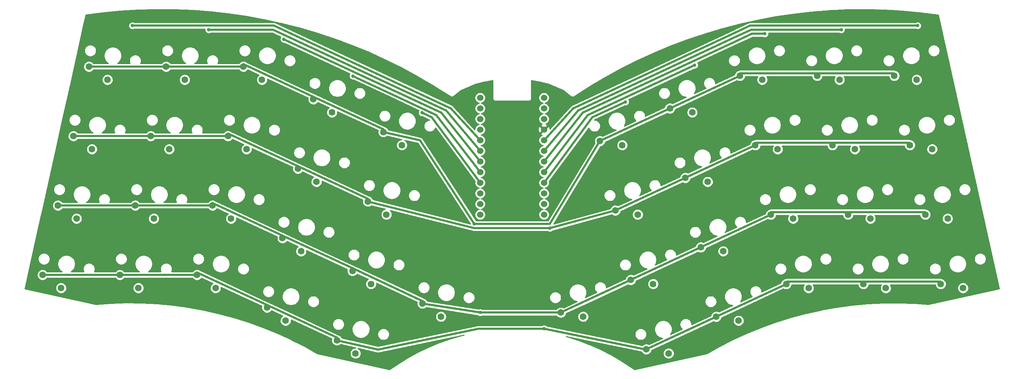
<source format=gbr>
G04 #@! TF.GenerationSoftware,KiCad,Pcbnew,(5.0.1-3-g963ef8bb5)*
G04 #@! TF.CreationDate,2018-12-19T14:21:48+01:00*
G04 #@! TF.ProjectId,atreusPCB,6174726575735043422E6B696361645F,rev?*
G04 #@! TF.SameCoordinates,Original*
G04 #@! TF.FileFunction,Copper,L2,Bot,Signal*
G04 #@! TF.FilePolarity,Positive*
%FSLAX46Y46*%
G04 Gerber Fmt 4.6, Leading zero omitted, Abs format (unit mm)*
G04 Created by KiCad (PCBNEW (5.0.1-3-g963ef8bb5)) date 2018 December 19, Wednesday 14:21:48*
%MOMM*%
%LPD*%
G01*
G04 APERTURE LIST*
G04 #@! TA.AperFunction,ComponentPad*
%ADD10C,1.600000*%
G04 #@! TD*
G04 #@! TA.AperFunction,ComponentPad*
%ADD11C,1.524000*%
G04 #@! TD*
G04 #@! TA.AperFunction,ViaPad*
%ADD12C,0.800000*%
G04 #@! TD*
G04 #@! TA.AperFunction,Conductor*
%ADD13C,0.500000*%
G04 #@! TD*
G04 #@! TA.AperFunction,Conductor*
%ADD14C,0.254000*%
G04 #@! TD*
%ADD15C,0.254000*%
G04 APERTURE END LIST*
D10*
G04 #@! TO.P,S0,1*
G04 #@! TO.N,R3*
X45987827Y-56373053D03*
G04 #@! TO.P,S0,2*
G04 #@! TO.N,Net-(D0-Pad1)*
X50413209Y-59507698D03*
G04 #@! TD*
G04 #@! TO.P,S1,1*
G04 #@! TO.N,R3*
X64426916Y-56373050D03*
G04 #@! TO.P,S1,2*
G04 #@! TO.N,Net-(D1-Pad1)*
X68852298Y-59507695D03*
G04 #@! TD*
G04 #@! TO.P,S2,1*
G04 #@! TO.N,R3*
X82866005Y-56373048D03*
G04 #@! TO.P,S2,2*
G04 #@! TO.N,Net-(D2-Pad1)*
X87291387Y-59507693D03*
G04 #@! TD*
G04 #@! TO.P,S3,1*
G04 #@! TO.N,R3*
X99569651Y-64182542D03*
G04 #@! TO.P,S3,2*
G04 #@! TO.N,Net-(D3-Pad1)*
X103995033Y-67317187D03*
G04 #@! TD*
G04 #@! TO.P,S4,1*
G04 #@! TO.N,R3*
X116273297Y-71992036D03*
G04 #@! TO.P,S4,2*
G04 #@! TO.N,Net-(D4-Pad1)*
X120698679Y-75126681D03*
G04 #@! TD*
G04 #@! TO.P,S10,1*
G04 #@! TO.N,R2*
X42300011Y-72968233D03*
G04 #@! TO.P,S10,2*
G04 #@! TO.N,Net-(D10-Pad1)*
X46725393Y-76102878D03*
G04 #@! TD*
G04 #@! TO.P,S11,1*
G04 #@! TO.N,R2*
X60739100Y-72968231D03*
G04 #@! TO.P,S11,2*
G04 #@! TO.N,Net-(D11-Pad1)*
X65164482Y-76102876D03*
G04 #@! TD*
G04 #@! TO.P,S12,1*
G04 #@! TO.N,R2*
X79178189Y-72968228D03*
G04 #@! TO.P,S12,2*
G04 #@! TO.N,Net-(D12-Pad1)*
X83603571Y-76102873D03*
G04 #@! TD*
G04 #@! TO.P,S13,1*
G04 #@! TO.N,R2*
X95881836Y-80777722D03*
G04 #@! TO.P,S13,2*
G04 #@! TO.N,Net-(D13-Pad1)*
X100307218Y-83912367D03*
G04 #@! TD*
G04 #@! TO.P,S14,1*
G04 #@! TO.N,R2*
X112585482Y-88587217D03*
G04 #@! TO.P,S14,2*
G04 #@! TO.N,Net-(D14-Pad1)*
X117010864Y-91721862D03*
G04 #@! TD*
G04 #@! TO.P,S20,1*
G04 #@! TO.N,R1*
X38612196Y-89563414D03*
G04 #@! TO.P,S20,2*
G04 #@! TO.N,Net-(D20-Pad1)*
X43037578Y-92698059D03*
G04 #@! TD*
G04 #@! TO.P,S21,1*
G04 #@! TO.N,R1*
X57051285Y-89563411D03*
G04 #@! TO.P,S21,2*
G04 #@! TO.N,Net-(D21-Pad1)*
X61476667Y-92698056D03*
G04 #@! TD*
G04 #@! TO.P,S22,1*
G04 #@! TO.N,R1*
X75490374Y-89563409D03*
G04 #@! TO.P,S22,2*
G04 #@! TO.N,Net-(D22-Pad1)*
X79915756Y-92698054D03*
G04 #@! TD*
G04 #@! TO.P,S23,1*
G04 #@! TO.N,R1*
X92194020Y-97372903D03*
G04 #@! TO.P,S23,2*
G04 #@! TO.N,Net-(D23-Pad1)*
X96619402Y-100507548D03*
G04 #@! TD*
G04 #@! TO.P,S24,1*
G04 #@! TO.N,R1*
X108897666Y-105182397D03*
G04 #@! TO.P,S24,2*
G04 #@! TO.N,Net-(D24-Pad1)*
X113323048Y-108317042D03*
G04 #@! TD*
G04 #@! TO.P,S30,1*
G04 #@! TO.N,R0*
X34924380Y-106158594D03*
G04 #@! TO.P,S30,2*
G04 #@! TO.N,Net-(D30-Pad1)*
X39349762Y-109293239D03*
G04 #@! TD*
G04 #@! TO.P,S31,1*
G04 #@! TO.N,R0*
X53363469Y-106158592D03*
G04 #@! TO.P,S31,2*
G04 #@! TO.N,Net-(D31-Pad1)*
X57788851Y-109293237D03*
G04 #@! TD*
G04 #@! TO.P,S32,1*
G04 #@! TO.N,R0*
X71802558Y-106158589D03*
G04 #@! TO.P,S32,2*
G04 #@! TO.N,Net-(D32-Pad1)*
X76227940Y-109293234D03*
G04 #@! TD*
G04 #@! TO.P,S33,1*
G04 #@! TO.N,R0*
X88506205Y-113968083D03*
G04 #@! TO.P,S33,2*
G04 #@! TO.N,Net-(D33-Pad1)*
X92931587Y-117102728D03*
G04 #@! TD*
G04 #@! TO.P,S34,1*
G04 #@! TO.N,R0*
X105209851Y-121777578D03*
G04 #@! TO.P,S34,2*
G04 #@! TO.N,Net-(D34-Pad1)*
X109635233Y-124912223D03*
G04 #@! TD*
G04 #@! TO.P,S35,1*
G04 #@! TO.N,R1*
X125601313Y-112991891D03*
G04 #@! TO.P,S35,2*
G04 #@! TO.N,Net-(D35-Pad1)*
X130026695Y-116126536D03*
G04 #@! TD*
D11*
G04 #@! TO.P,U0,1*
G04 #@! TO.N,Net-(U0-Pad1)*
X154620000Y-63810000D03*
G04 #@! TO.P,U0,2*
G04 #@! TO.N,Net-(U0-Pad2)*
X154620000Y-66350000D03*
G04 #@! TO.P,U0,3*
G04 #@! TO.N,Net-(U0-Pad3)*
X154620000Y-68890000D03*
G04 #@! TO.P,U0,4*
G04 #@! TO.N,GND*
X154620000Y-71430000D03*
G04 #@! TO.P,U0,5*
G04 #@! TO.N,C11*
X154620000Y-73970000D03*
G04 #@! TO.P,U0,6*
G04 #@! TO.N,C10*
X154620000Y-76510000D03*
G04 #@! TO.P,U0,7*
G04 #@! TO.N,C9*
X154620000Y-79050000D03*
G04 #@! TO.P,U0,8*
G04 #@! TO.N,C8*
X154620000Y-81590000D03*
G04 #@! TO.P,U0,9*
G04 #@! TO.N,C7*
X154620000Y-84130000D03*
G04 #@! TO.P,U0,10*
G04 #@! TO.N,C6*
X154620000Y-86670000D03*
G04 #@! TO.P,U0,11*
G04 #@! TO.N,R2*
X154620000Y-89210000D03*
G04 #@! TO.P,U0,12*
G04 #@! TO.N,R0*
X154620000Y-91750000D03*
G04 #@! TO.P,U0,13*
G04 #@! TO.N,Net-(U0-Pad13)*
X139380000Y-63810000D03*
G04 #@! TO.P,U0,14*
G04 #@! TO.N,Net-(U0-Pad14)*
X139380000Y-66350000D03*
G04 #@! TO.P,U0,15*
G04 #@! TO.N,Net-(U0-Pad15)*
X139380000Y-68890000D03*
G04 #@! TO.P,U0,16*
G04 #@! TO.N,Net-(U0-Pad16)*
X139380000Y-71430000D03*
G04 #@! TO.P,U0,17*
G04 #@! TO.N,C0*
X139380000Y-73970000D03*
G04 #@! TO.P,U0,18*
G04 #@! TO.N,C1*
X139380000Y-76510000D03*
G04 #@! TO.P,U0,19*
G04 #@! TO.N,C2*
X139380000Y-79050000D03*
G04 #@! TO.P,U0,20*
G04 #@! TO.N,C3*
X139380000Y-81590000D03*
G04 #@! TO.P,U0,21*
G04 #@! TO.N,C4*
X139380000Y-84130000D03*
G04 #@! TO.P,U0,22*
G04 #@! TO.N,C5*
X139380000Y-86670000D03*
G04 #@! TO.P,U0,23*
G04 #@! TO.N,R3*
X139380000Y-89210000D03*
G04 #@! TO.P,U0,24*
G04 #@! TO.N,R1*
X139380000Y-91750000D03*
G04 #@! TD*
D10*
G04 #@! TO.P,S6,1*
G04 #@! TO.N,R3*
X184668478Y-66351846D03*
G04 #@! TO.P,S6,2*
G04 #@! TO.N,Net-(D6-Pad1)*
X190004967Y-67317187D03*
G04 #@! TD*
G04 #@! TO.P,S5,1*
G04 #@! TO.N,R3*
X167964832Y-74161340D03*
G04 #@! TO.P,S5,2*
G04 #@! TO.N,Net-(D5-Pad1)*
X173301321Y-75126681D03*
G04 #@! TD*
G04 #@! TO.P,S16,1*
G04 #@! TO.N,R2*
X188356293Y-82947026D03*
G04 #@! TO.P,S16,2*
G04 #@! TO.N,Net-(D16-Pad1)*
X193692782Y-83912367D03*
G04 #@! TD*
G04 #@! TO.P,S19,1*
G04 #@! TO.N,R2*
X241938118Y-75137537D03*
G04 #@! TO.P,S19,2*
G04 #@! TO.N,Net-(D19-Pad1)*
X247274607Y-76102878D03*
G04 #@! TD*
G04 #@! TO.P,S29,1*
G04 #@! TO.N,R1*
X245625933Y-91732718D03*
G04 #@! TO.P,S29,2*
G04 #@! TO.N,Net-(D29-Pad1)*
X250962422Y-92698059D03*
G04 #@! TD*
G04 #@! TO.P,S18,1*
G04 #@! TO.N,R2*
X223499029Y-75137535D03*
G04 #@! TO.P,S18,2*
G04 #@! TO.N,Net-(D18-Pad1)*
X228835518Y-76102876D03*
G04 #@! TD*
G04 #@! TO.P,S28,1*
G04 #@! TO.N,R1*
X227186844Y-91732715D03*
G04 #@! TO.P,S28,2*
G04 #@! TO.N,Net-(D28-Pad1)*
X232523333Y-92698056D03*
G04 #@! TD*
G04 #@! TO.P,S27,1*
G04 #@! TO.N,R1*
X208747755Y-91732713D03*
G04 #@! TO.P,S27,2*
G04 #@! TO.N,Net-(D27-Pad1)*
X214084244Y-92698054D03*
G04 #@! TD*
G04 #@! TO.P,S26,1*
G04 #@! TO.N,R1*
X192044109Y-99542207D03*
G04 #@! TO.P,S26,2*
G04 #@! TO.N,Net-(D26-Pad1)*
X197380598Y-100507548D03*
G04 #@! TD*
G04 #@! TO.P,S25,1*
G04 #@! TO.N,R1*
X175340463Y-107351701D03*
G04 #@! TO.P,S25,2*
G04 #@! TO.N,Net-(D25-Pad1)*
X180676952Y-108317042D03*
G04 #@! TD*
G04 #@! TO.P,S36,1*
G04 #@! TO.N,R1*
X158636816Y-115161195D03*
G04 #@! TO.P,S36,2*
G04 #@! TO.N,Net-(D36-Pad1)*
X163973305Y-116126536D03*
G04 #@! TD*
G04 #@! TO.P,S37,1*
G04 #@! TO.N,R0*
X179028278Y-123946882D03*
G04 #@! TO.P,S37,2*
G04 #@! TO.N,Net-(D37-Pad1)*
X184364767Y-124912223D03*
G04 #@! TD*
G04 #@! TO.P,S38,1*
G04 #@! TO.N,R0*
X195731924Y-116137387D03*
G04 #@! TO.P,S38,2*
G04 #@! TO.N,Net-(D38-Pad1)*
X201068413Y-117102728D03*
G04 #@! TD*
G04 #@! TO.P,S41,1*
G04 #@! TO.N,R0*
X249313749Y-108327898D03*
G04 #@! TO.P,S41,2*
G04 #@! TO.N,Net-(D41-Pad1)*
X254650238Y-109293239D03*
G04 #@! TD*
G04 #@! TO.P,S40,1*
G04 #@! TO.N,R0*
X230874660Y-108327896D03*
G04 #@! TO.P,S40,2*
G04 #@! TO.N,Net-(D40-Pad1)*
X236211149Y-109293237D03*
G04 #@! TD*
G04 #@! TO.P,S39,1*
G04 #@! TO.N,R0*
X212435571Y-108327893D03*
G04 #@! TO.P,S39,2*
G04 #@! TO.N,Net-(D39-Pad1)*
X217772060Y-109293234D03*
G04 #@! TD*
G04 #@! TO.P,S15,1*
G04 #@! TO.N,R2*
X171652647Y-90756521D03*
G04 #@! TO.P,S15,2*
G04 #@! TO.N,Net-(D15-Pad1)*
X176989136Y-91721862D03*
G04 #@! TD*
G04 #@! TO.P,S17,1*
G04 #@! TO.N,R2*
X205059940Y-75137532D03*
G04 #@! TO.P,S17,2*
G04 #@! TO.N,Net-(D17-Pad1)*
X210396429Y-76102873D03*
G04 #@! TD*
G04 #@! TO.P,S9,1*
G04 #@! TO.N,R3*
X238250302Y-58542357D03*
G04 #@! TO.P,S9,2*
G04 #@! TO.N,Net-(D9-Pad1)*
X243586791Y-59507698D03*
G04 #@! TD*
G04 #@! TO.P,S8,1*
G04 #@! TO.N,R3*
X219811213Y-58542354D03*
G04 #@! TO.P,S8,2*
G04 #@! TO.N,Net-(D8-Pad1)*
X225147702Y-59507695D03*
G04 #@! TD*
G04 #@! TO.P,S7,1*
G04 #@! TO.N,R3*
X201372124Y-58542352D03*
G04 #@! TO.P,S7,2*
G04 #@! TO.N,Net-(D7-Pad1)*
X206708613Y-59507693D03*
G04 #@! TD*
D12*
G04 #@! TO.N,C0*
X56359512Y-46578640D03*
G04 #@! TO.N,C1*
X74581671Y-47554825D03*
G04 #@! TO.N,C2*
X92513625Y-49836932D03*
G04 #@! TO.N,C3*
X109000341Y-58622614D03*
G04 #@! TO.N,C4*
X125487057Y-67408295D03*
G04 #@! TO.N,C7*
X174079861Y-64800791D03*
G04 #@! TO.N,C8*
X190566577Y-56015110D03*
G04 #@! TO.N,C9*
X207343498Y-48535349D03*
G04 #@! TO.N,C10*
X225565656Y-47559166D03*
G04 #@! TO.N,C11*
X243787815Y-46582980D03*
G04 #@! TO.N,R3*
X138000000Y-94000000D03*
G04 #@! TO.N,R2*
X156000000Y-95000000D03*
G04 #@! TO.N,R1*
X139380000Y-115161195D03*
G04 #@! TO.N,R0*
X154620000Y-119000000D03*
G04 #@! TD*
D13*
G04 #@! TO.N,C0*
X132386651Y-66323640D02*
X139380000Y-73970000D01*
X86271812Y-46578637D02*
X90163544Y-46582975D01*
X90163544Y-46582975D02*
X132386651Y-66323640D01*
X56359512Y-46578640D02*
X86271812Y-46578637D01*
G04 #@! TO.N,C1*
X131241740Y-66865968D02*
X139380000Y-76510000D01*
X89946614Y-47559162D02*
X131241740Y-66865968D01*
X86054882Y-47554824D02*
X89946614Y-47559162D01*
X74581671Y-47554825D02*
X86054882Y-47554824D01*
G04 #@! TO.N,C2*
X130096829Y-67408293D02*
X130096829Y-67408293D01*
X130096829Y-67408293D02*
X130096829Y-67408293D01*
X130096829Y-67408293D02*
X139380000Y-79050000D01*
X92513625Y-49836932D02*
X130096829Y-67408293D01*
G04 #@! TO.N,C3*
X119208125Y-63395082D02*
X128951918Y-67950621D01*
X109000341Y-58622614D02*
X119208125Y-63395082D01*
X128951918Y-67950621D02*
X128951918Y-67951918D01*
X128951918Y-67950621D02*
X139380000Y-81590000D01*
G04 #@! TO.N,C4*
X127807008Y-68492946D02*
X139380000Y-84130000D01*
X125487057Y-67408295D02*
X127807008Y-68492946D01*
G04 #@! TO.N,C7*
X166192028Y-68488608D02*
X154620000Y-84130000D01*
X174079861Y-64800791D02*
X166192028Y-68488608D01*
G04 #@! TO.N,C8*
X165047118Y-67946282D02*
X154620000Y-81590000D01*
X190566577Y-56015110D02*
X165047118Y-67946282D01*
G04 #@! TO.N,C9*
X163902207Y-67403956D02*
X154620000Y-79050000D01*
X200743027Y-50179682D02*
X163902207Y-67403956D01*
X204270316Y-48535350D02*
X200743027Y-50179682D01*
X207343498Y-48535349D02*
X204270316Y-48535350D01*
G04 #@! TO.N,C10*
X162757296Y-66861629D02*
X154620000Y-76510000D01*
X200526096Y-49203495D02*
X162757296Y-66861629D01*
X204053386Y-47559162D02*
X200526096Y-49203495D01*
X225565656Y-47559166D02*
X204053386Y-47559162D01*
G04 #@! TO.N,C11*
X161612386Y-66319303D02*
X154620000Y-73970000D01*
X200309166Y-48227308D02*
X161612386Y-66319303D01*
X203836456Y-46582975D02*
X200309166Y-48227308D01*
X236617058Y-46582980D02*
X203836456Y-46582975D01*
X243787815Y-46582980D02*
X236617058Y-46582980D01*
G04 #@! TO.N,R3*
X138000000Y-94000000D02*
X156000000Y-94000000D01*
X167964832Y-74161340D02*
X201372124Y-58542352D01*
X45987827Y-56373053D02*
X82866005Y-56373048D01*
X82866005Y-55773048D02*
X99569651Y-63582542D01*
X99569651Y-63582542D02*
X116273297Y-71392036D01*
X219811213Y-57942354D02*
X238250302Y-57942357D01*
X201372124Y-57942352D02*
X219811213Y-57942354D01*
X82866005Y-56373048D02*
X82866005Y-55773048D01*
X99569651Y-64182542D02*
X99569651Y-63582542D01*
X116273297Y-71992036D02*
X116273297Y-71392036D01*
X167964832Y-74161340D02*
X156000000Y-94000000D01*
X201372124Y-58542352D02*
X201372124Y-57942352D01*
X219811213Y-58542354D02*
X219811213Y-57942354D01*
X238250302Y-58542357D02*
X238250302Y-57942357D01*
X125000000Y-74000000D02*
X138000000Y-94000000D01*
X116273297Y-71992036D02*
X125000000Y-74000000D01*
G04 #@! TO.N,R2*
X138000000Y-95000000D02*
X156000000Y-95000000D01*
X171652647Y-90756521D02*
X205059940Y-75137532D01*
X42300011Y-72968233D02*
X79178189Y-72968228D01*
X95881836Y-80177722D02*
X112585482Y-87987217D01*
X79178189Y-72368228D02*
X95881836Y-80177722D01*
X205059940Y-74537532D02*
X223499029Y-74537535D01*
X223499029Y-74537535D02*
X241938118Y-74537537D01*
X112585482Y-88587217D02*
X112585482Y-87987217D01*
X95881836Y-80777722D02*
X95881836Y-80177722D01*
X79178189Y-72968228D02*
X79178189Y-72368228D01*
X205059940Y-75137532D02*
X205059940Y-74537532D01*
X223499029Y-75137535D02*
X223499029Y-74537535D01*
X241938118Y-75137537D02*
X241938118Y-74537537D01*
X171652647Y-90756521D02*
X156000000Y-95000000D01*
X112585482Y-88587217D02*
X138000000Y-95000000D01*
G04 #@! TO.N,R1*
X38612196Y-89563414D02*
X75490374Y-89563409D01*
X158636816Y-115161195D02*
X208747755Y-91732713D01*
X208747755Y-91132713D02*
X227186844Y-91132715D01*
X227186844Y-91132715D02*
X245625933Y-91132718D01*
X108897666Y-104582397D02*
X125601313Y-112391891D01*
X75490374Y-89563409D02*
X75490374Y-88963409D01*
X92194020Y-96876213D02*
X92000000Y-96682193D01*
X92194020Y-97372903D02*
X92194020Y-96876213D01*
X92000000Y-96682193D02*
X108897666Y-104582397D01*
X75490374Y-88963409D02*
X92000000Y-96682193D01*
X108897666Y-105182397D02*
X108897666Y-104582397D01*
X125601313Y-112991891D02*
X125601313Y-112391891D01*
X245625933Y-91732718D02*
X245625933Y-91132718D01*
X227186844Y-91732715D02*
X227186844Y-91132715D01*
X208747755Y-91732713D02*
X208747755Y-91132713D01*
X125601313Y-112991891D02*
X139380000Y-115161195D01*
X158636816Y-115161195D02*
X139380000Y-115161195D01*
G04 #@! TO.N,R0*
X179028278Y-123946882D02*
X212435571Y-108327893D01*
X34924380Y-106158594D02*
X71802558Y-106158589D01*
X71802558Y-105558589D02*
X88506205Y-113368083D01*
X88506205Y-113368083D02*
X105209851Y-121177578D01*
X212435571Y-107727893D02*
X230874660Y-107727896D01*
X230874660Y-107727896D02*
X249313749Y-107727898D01*
X105209851Y-121777578D02*
X105209851Y-121177578D01*
X88506205Y-113968083D02*
X88506205Y-113368083D01*
X71802558Y-106158589D02*
X71802558Y-105558589D01*
X212435571Y-108327893D02*
X212435571Y-107727893D01*
X230874660Y-108327896D02*
X230874660Y-107727896D01*
X249313749Y-108327898D02*
X249313749Y-107727898D01*
X139000000Y-119000000D02*
X154620000Y-119000000D01*
X115000000Y-124000000D02*
X139000000Y-119000000D01*
X105209851Y-121777578D02*
X115000000Y-124000000D01*
X154620000Y-119000000D02*
X179000000Y-124000000D01*
G04 #@! TD*
D14*
G04 #@! TO.N,GND*
X231354752Y-42701370D02*
X231354752Y-42701370D01*
X55931230Y-42942670D02*
X71105353Y-42942670D01*
X222862412Y-42942670D02*
X238065308Y-42942670D01*
X52578993Y-43183970D02*
X74234941Y-43183970D01*
X219817640Y-43183970D02*
X241375017Y-43183970D01*
X50114063Y-43425270D02*
X76661662Y-43425270D01*
X217306515Y-43425270D02*
X243951052Y-43425270D01*
X48045270Y-43666570D02*
X78809873Y-43666570D01*
X215236423Y-43666570D02*
X245928449Y-43666570D01*
X46234656Y-43907870D02*
X80592123Y-43907870D01*
X213372877Y-43907870D02*
X247798787Y-43907870D01*
X45223353Y-44149170D02*
X82224439Y-44149170D01*
X211786467Y-44149170D02*
X248776646Y-44149170D01*
X45169731Y-44390470D02*
X83831177Y-44390470D01*
X210200057Y-44390470D02*
X248830269Y-44390470D01*
X45116109Y-44631770D02*
X85144763Y-44631770D01*
X208832912Y-44631770D02*
X248883891Y-44631770D01*
X45062486Y-44873070D02*
X86458350Y-44873070D01*
X207549566Y-44873070D02*
X248937513Y-44873070D01*
X45008864Y-45114370D02*
X87771936Y-45114370D01*
X206266219Y-45114370D02*
X248991135Y-45114370D01*
X44955242Y-45355670D02*
X88905047Y-45355670D01*
X205066396Y-45355670D02*
X249044757Y-45355670D01*
X44901619Y-45596970D02*
X90001726Y-45596970D01*
X203991172Y-45596970D02*
X249098379Y-45596970D01*
X44847997Y-45838270D02*
X55798999Y-45838270D01*
X90388125Y-45838270D02*
X91098405Y-45838270D01*
X202915948Y-45838270D02*
X203611996Y-45838270D01*
X244341834Y-45838270D02*
X249152002Y-45838270D01*
X44794375Y-46079570D02*
X55578087Y-46079570D01*
X90921401Y-46079570D02*
X92195083Y-46079570D01*
X201840723Y-46079570D02*
X203077350Y-46079570D01*
X244566341Y-46079570D02*
X249205624Y-46079570D01*
X44740753Y-46320870D02*
X55465625Y-46320870D01*
X91437515Y-46320870D02*
X93139212Y-46320870D01*
X200836146Y-46320870D02*
X202559733Y-46320870D01*
X244680840Y-46320870D02*
X249259246Y-46320870D01*
X44687130Y-46562170D02*
X55432512Y-46562170D01*
X91953630Y-46562170D02*
X94078405Y-46562170D01*
X199912995Y-46562170D02*
X202042116Y-46562170D01*
X244714815Y-46562170D02*
X249312868Y-46562170D01*
X44633508Y-46803470D02*
X55459072Y-46803470D01*
X92469744Y-46803470D02*
X95017598Y-46803470D01*
X198989844Y-46803470D02*
X201524498Y-46803470D01*
X244689117Y-46803470D02*
X249366490Y-46803470D01*
X44579886Y-47044770D02*
X55556077Y-47044770D01*
X92985858Y-47044770D02*
X95956792Y-47044770D01*
X198066694Y-47044770D02*
X201006881Y-47044770D01*
X244594149Y-47044770D02*
X249420113Y-47044770D01*
X44526264Y-47286070D02*
X55755966Y-47286070D01*
X93501972Y-47286070D02*
X96836702Y-47286070D01*
X197143543Y-47286070D02*
X200489264Y-47286070D01*
X244395701Y-47286070D02*
X249473735Y-47286070D01*
X44472642Y-47527370D02*
X73654671Y-47527370D01*
X94018086Y-47527370D02*
X97656096Y-47527370D01*
X196327085Y-47527370D02*
X199971648Y-47527370D01*
X226492656Y-47527370D02*
X249527357Y-47527370D01*
X44419019Y-47768670D02*
X73679046Y-47768670D01*
X94534200Y-47768670D02*
X98475490Y-47768670D01*
X195520164Y-47768670D02*
X199455560Y-47768670D01*
X226469144Y-47768670D02*
X249580979Y-47768670D01*
X44365397Y-48009970D02*
X73770896Y-48009970D01*
X95050314Y-48009970D02*
X99294885Y-48009970D01*
X194713243Y-48009970D02*
X198939446Y-48009970D01*
X226379331Y-48009970D02*
X249634601Y-48009970D01*
X44311775Y-48251270D02*
X73967140Y-48251270D01*
X95566428Y-48251270D02*
X100114279Y-48251270D01*
X193906321Y-48251270D02*
X198423332Y-48251270D01*
X226184528Y-48251270D02*
X249688223Y-48251270D01*
X44258153Y-48492570D02*
X90108487Y-48492570D01*
X96082542Y-48492570D02*
X100894393Y-48492570D01*
X193099400Y-48492570D02*
X197907218Y-48492570D01*
X208270498Y-48492570D02*
X249741846Y-48492570D01*
X44204531Y-48733870D02*
X90624601Y-48733870D01*
X96598656Y-48733870D02*
X101619389Y-48733870D01*
X192362989Y-48733870D02*
X197391104Y-48733870D01*
X208249170Y-48733870D02*
X249795468Y-48733870D01*
X44150908Y-48975170D02*
X91140715Y-48975170D01*
X97114771Y-48975170D02*
X102344386Y-48975170D01*
X191647990Y-48975170D02*
X196874990Y-48975170D01*
X208164511Y-48975170D02*
X249849090Y-48975170D01*
X44097286Y-49216470D02*
X91656828Y-49216470D01*
X97630885Y-49216470D02*
X103069383Y-49216470D01*
X190932991Y-49216470D02*
X196358876Y-49216470D01*
X207973353Y-49216470D02*
X249902712Y-49216470D01*
X44043664Y-49457770D02*
X91667302Y-49457770D01*
X98146999Y-49457770D02*
X103794379Y-49457770D01*
X190217992Y-49457770D02*
X195842762Y-49457770D01*
X204130586Y-49457770D02*
X207229176Y-49457770D01*
X207457819Y-49457770D02*
X249956334Y-49457770D01*
X43990042Y-49699070D02*
X91595887Y-49699070D01*
X98663113Y-49699070D02*
X104519376Y-49699070D01*
X189502993Y-49699070D02*
X195326648Y-49699070D01*
X203612968Y-49699070D02*
X250009957Y-49699070D01*
X43936420Y-49940370D02*
X91589039Y-49940370D01*
X99179227Y-49940370D02*
X105187896Y-49940370D01*
X188789354Y-49940370D02*
X194810534Y-49940370D01*
X203095349Y-49940370D02*
X250063579Y-49940370D01*
X43882797Y-50181670D02*
X91653042Y-50181670D01*
X99695341Y-50181670D02*
X105836421Y-50181670D01*
X188149037Y-50181670D02*
X194294419Y-50181670D01*
X202577731Y-50181670D02*
X250117201Y-50181670D01*
X43829175Y-50422970D02*
X91790309Y-50422970D01*
X100211455Y-50422970D02*
X106484947Y-50422970D01*
X187508721Y-50422970D02*
X193778305Y-50422970D01*
X202060113Y-50422970D02*
X250170823Y-50422970D01*
X43775553Y-50664270D02*
X92088629Y-50664270D01*
X100727569Y-50664270D02*
X107133473Y-50664270D01*
X186868404Y-50664270D02*
X193262191Y-50664270D01*
X201542495Y-50664270D02*
X250224445Y-50664270D01*
X43721931Y-50905570D02*
X92964740Y-50905570D01*
X101243683Y-50905570D02*
X107781999Y-50905570D01*
X186228088Y-50905570D02*
X192746077Y-50905570D01*
X201025016Y-50905570D02*
X250278068Y-50905570D01*
X43668309Y-51146870D02*
X46089042Y-51146870D01*
X46559097Y-51146870D02*
X64528116Y-51146870D01*
X64998201Y-51146870D02*
X82967195Y-51146870D01*
X83437300Y-51146870D02*
X93480854Y-51146870D01*
X101759798Y-51146870D02*
X108430525Y-51146870D01*
X185587771Y-51146870D02*
X192229963Y-51146870D01*
X200508902Y-51146870D02*
X210562701Y-51146870D01*
X211032806Y-51146870D02*
X229001800Y-51146870D01*
X229471885Y-51146870D02*
X247440904Y-51146870D01*
X247910959Y-51146870D02*
X250331690Y-51146870D01*
X43614686Y-51388170D02*
X45501936Y-51388170D01*
X47146203Y-51388170D02*
X63941021Y-51388170D01*
X65585296Y-51388170D02*
X82380107Y-51388170D01*
X84024388Y-51388170D02*
X93996968Y-51388170D01*
X102275912Y-51388170D02*
X109049333Y-51388170D01*
X184947455Y-51388170D02*
X191713849Y-51388170D01*
X199992788Y-51388170D02*
X209975613Y-51388170D01*
X211619894Y-51388170D02*
X228414705Y-51388170D01*
X230058980Y-51388170D02*
X246853798Y-51388170D01*
X248498065Y-51388170D02*
X250385312Y-51388170D01*
X43561064Y-51629470D02*
X45231592Y-51629470D01*
X47416546Y-51629470D02*
X51442001Y-51629470D01*
X51944196Y-51629470D02*
X63670678Y-51629470D01*
X65855638Y-51629470D02*
X69881075Y-51629470D01*
X70383300Y-51629470D02*
X82109765Y-51629470D01*
X84294729Y-51629470D02*
X88320154Y-51629470D01*
X88822399Y-51629470D02*
X94513082Y-51629470D01*
X102792026Y-51629470D02*
X109634511Y-51629470D01*
X184349205Y-51629470D02*
X191197735Y-51629470D01*
X199476673Y-51629470D02*
X205177602Y-51629470D01*
X205679847Y-51629470D02*
X209705271Y-51629470D01*
X211890235Y-51629470D02*
X223616701Y-51629470D01*
X224118926Y-51629470D02*
X228144362Y-51629470D01*
X230329322Y-51629470D02*
X242055805Y-51629470D01*
X242558000Y-51629470D02*
X246583454Y-51629470D01*
X248768408Y-51629470D02*
X250438934Y-51629470D01*
X43507442Y-51870770D02*
X45065070Y-51870770D01*
X47583069Y-51870770D02*
X50674363Y-51870770D01*
X52711834Y-51870770D02*
X63504157Y-51870770D01*
X66022160Y-51870770D02*
X69113448Y-51870770D01*
X71150927Y-51870770D02*
X81943245Y-51870770D01*
X84461250Y-51870770D02*
X87552534Y-51870770D01*
X89590019Y-51870770D02*
X95029196Y-51870770D01*
X103308140Y-51870770D02*
X110219690Y-51870770D01*
X183770903Y-51870770D02*
X190681621Y-51870770D01*
X198960559Y-51870770D02*
X204409982Y-51870770D01*
X206447467Y-51870770D02*
X209538751Y-51870770D01*
X212056756Y-51870770D02*
X222849074Y-51870770D01*
X224886553Y-51870770D02*
X227977841Y-51870770D01*
X230495844Y-51870770D02*
X241288167Y-51870770D01*
X243325638Y-51870770D02*
X246416932Y-51870770D01*
X248934931Y-51870770D02*
X250492556Y-51870770D01*
X43453820Y-52112070D02*
X44962994Y-52112070D01*
X47685145Y-52112070D02*
X50321189Y-52112070D01*
X53065007Y-52112070D02*
X63402082Y-52112070D01*
X66124235Y-52112070D02*
X68760275Y-52112070D01*
X71504099Y-52112070D02*
X81841170Y-52112070D01*
X84563325Y-52112070D02*
X87199362Y-52112070D01*
X89943190Y-52112070D02*
X95545310Y-52112070D01*
X103824254Y-52112070D02*
X110804868Y-52112070D01*
X183192601Y-52112070D02*
X190165507Y-52112070D01*
X198444445Y-52112070D02*
X204056810Y-52112070D01*
X206800638Y-52112070D02*
X209436676Y-52112070D01*
X212158831Y-52112070D02*
X222495901Y-52112070D01*
X225239725Y-52112070D02*
X227875766Y-52112070D01*
X230597919Y-52112070D02*
X240934993Y-52112070D01*
X243678811Y-52112070D02*
X246314856Y-52112070D01*
X249037007Y-52112070D02*
X250546178Y-52112070D01*
X43400198Y-52353370D02*
X44909235Y-52353370D01*
X47738904Y-52353370D02*
X50079889Y-52353370D01*
X53306307Y-52353370D02*
X63348323Y-52353370D01*
X66177994Y-52353370D02*
X68518975Y-52353370D01*
X71745399Y-52353370D02*
X81787412Y-52353370D01*
X84617083Y-52353370D02*
X86958062Y-52353370D01*
X90184490Y-52353370D02*
X96061424Y-52353370D01*
X104340368Y-52353370D02*
X111390046Y-52353370D01*
X182614300Y-52353370D02*
X189649393Y-52353370D01*
X197928331Y-52353370D02*
X203815510Y-52353370D01*
X207041938Y-52353370D02*
X209382918Y-52353370D01*
X212212589Y-52353370D02*
X222254601Y-52353370D01*
X225481025Y-52353370D02*
X227822007Y-52353370D01*
X230651678Y-52353370D02*
X240693693Y-52353370D01*
X243920111Y-52353370D02*
X246261097Y-52353370D01*
X249090766Y-52353370D02*
X250599801Y-52353370D01*
X43346575Y-52594670D02*
X44897069Y-52594670D01*
X47751069Y-52594670D02*
X49905737Y-52594670D01*
X53480460Y-52594670D02*
X63336158Y-52594670D01*
X66190158Y-52594670D02*
X68344824Y-52594670D01*
X71919551Y-52594670D02*
X81775247Y-52594670D01*
X84629247Y-52594670D02*
X86783912Y-52594670D01*
X90358641Y-52594670D02*
X96577539Y-52594670D01*
X104856482Y-52594670D02*
X111975225Y-52594670D01*
X182035998Y-52594670D02*
X189133279Y-52594670D01*
X197412217Y-52594670D02*
X203641360Y-52594670D01*
X207216089Y-52594670D02*
X209370753Y-52594670D01*
X212224753Y-52594670D02*
X222080450Y-52594670D01*
X225655177Y-52594670D02*
X227809842Y-52594670D01*
X230663842Y-52594670D02*
X240519541Y-52594670D01*
X244094264Y-52594670D02*
X246248931Y-52594670D01*
X249102931Y-52594670D02*
X250653423Y-52594670D01*
X43292953Y-52835970D02*
X44924985Y-52835970D01*
X47723152Y-52835970D02*
X49768706Y-52835970D01*
X53617491Y-52835970D02*
X63364074Y-52835970D01*
X66162241Y-52835970D02*
X68207794Y-52835970D01*
X72056581Y-52835970D02*
X81803164Y-52835970D01*
X84601329Y-52835970D02*
X86646882Y-52835970D01*
X90495671Y-52835970D02*
X97093653Y-52835970D01*
X105372596Y-52835970D02*
X112560403Y-52835970D01*
X181457697Y-52835970D02*
X188617165Y-52835970D01*
X196896103Y-52835970D02*
X203504330Y-52835970D01*
X207353119Y-52835970D02*
X209398670Y-52835970D01*
X212196835Y-52835970D02*
X221943420Y-52835970D01*
X225792207Y-52835970D02*
X227837758Y-52835970D01*
X230635925Y-52835970D02*
X240382510Y-52835970D01*
X244231295Y-52835970D02*
X246276847Y-52835970D01*
X249075014Y-52835970D02*
X250707045Y-52835970D01*
X43239331Y-53077270D02*
X44995794Y-53077270D01*
X47652343Y-53077270D02*
X49668756Y-53077270D01*
X53717441Y-53077270D02*
X63434884Y-53077270D01*
X66091431Y-53077270D02*
X68107844Y-53077270D01*
X72156531Y-53077270D02*
X81873974Y-53077270D01*
X84530519Y-53077270D02*
X86546932Y-53077270D01*
X90595621Y-53077270D02*
X97609767Y-53077270D01*
X105888710Y-53077270D02*
X113112682Y-53077270D01*
X180879395Y-53077270D02*
X188101051Y-53077270D01*
X196379989Y-53077270D02*
X203404380Y-53077270D01*
X207453069Y-53077270D02*
X209469480Y-53077270D01*
X212126025Y-53077270D02*
X221843470Y-53077270D01*
X225892157Y-53077270D02*
X227908568Y-53077270D01*
X230565115Y-53077270D02*
X240282560Y-53077270D01*
X244331245Y-53077270D02*
X246347656Y-53077270D01*
X249004205Y-53077270D02*
X250760667Y-53077270D01*
X43185709Y-53318570D02*
X45117979Y-53318570D01*
X47530158Y-53318570D02*
X49609885Y-53318570D01*
X53776312Y-53318570D02*
X63557070Y-53318570D01*
X65969245Y-53318570D02*
X68048974Y-53318570D01*
X72215401Y-53318570D02*
X81996161Y-53318570D01*
X84408332Y-53318570D02*
X86488062Y-53318570D01*
X90654491Y-53318570D02*
X98125881Y-53318570D01*
X106404824Y-53318570D02*
X113644404Y-53318570D01*
X180340692Y-53318570D02*
X187584937Y-53318570D01*
X195863875Y-53318570D02*
X203345510Y-53318570D01*
X207511939Y-53318570D02*
X209591667Y-53318570D01*
X212003838Y-53318570D02*
X221784600Y-53318570D01*
X225951027Y-53318570D02*
X228030754Y-53318570D01*
X230442929Y-53318570D02*
X240223689Y-53318570D01*
X244390116Y-53318570D02*
X246469841Y-53318570D01*
X248882020Y-53318570D02*
X250814289Y-53318570D01*
X43132087Y-53559870D02*
X45310778Y-53559870D01*
X47337360Y-53559870D02*
X49566098Y-53559870D01*
X53820098Y-53559870D02*
X56692536Y-53559870D01*
X57431719Y-53559870D02*
X63749870Y-53559870D01*
X65776446Y-53559870D02*
X68005187Y-53559870D01*
X72259187Y-53559870D02*
X75131610Y-53559870D01*
X75870823Y-53559870D02*
X82188961Y-53559870D01*
X84215533Y-53559870D02*
X86444276Y-53559870D01*
X90698276Y-53559870D02*
X93570689Y-53559870D01*
X94309922Y-53559870D02*
X98641995Y-53559870D01*
X106920939Y-53559870D02*
X114176126Y-53559870D01*
X179814828Y-53559870D02*
X187068823Y-53559870D01*
X195347760Y-53559870D02*
X199690079Y-53559870D01*
X200429312Y-53559870D02*
X203301724Y-53559870D01*
X207555724Y-53559870D02*
X209784467Y-53559870D01*
X211811039Y-53559870D02*
X218129178Y-53559870D01*
X218868391Y-53559870D02*
X221740813Y-53559870D01*
X225994813Y-53559870D02*
X228223554Y-53559870D01*
X230250130Y-53559870D02*
X236568282Y-53559870D01*
X237307465Y-53559870D02*
X240179902Y-53559870D01*
X244433902Y-53559870D02*
X246662640Y-53559870D01*
X248689222Y-53559870D02*
X250867912Y-53559870D01*
X43078464Y-53801170D02*
X45620446Y-53801170D01*
X47027691Y-53801170D02*
X49566098Y-53801170D01*
X53820098Y-53801170D02*
X56199936Y-53801170D01*
X57924319Y-53801170D02*
X64059540Y-53801170D01*
X65466775Y-53801170D02*
X68005187Y-53801170D01*
X72259187Y-53801170D02*
X74639020Y-53801170D01*
X76363413Y-53801170D02*
X82498632Y-53801170D01*
X83905861Y-53801170D02*
X86444276Y-53801170D01*
X90698276Y-53801170D02*
X93078106Y-53801170D01*
X94802505Y-53801170D02*
X99158109Y-53801170D01*
X107437053Y-53801170D02*
X114707848Y-53801170D01*
X179288964Y-53801170D02*
X186552709Y-53801170D01*
X194831646Y-53801170D02*
X199197496Y-53801170D01*
X200921895Y-53801170D02*
X203301724Y-53801170D01*
X207555724Y-53801170D02*
X210094138Y-53801170D01*
X211501367Y-53801170D02*
X217636588Y-53801170D01*
X219360981Y-53801170D02*
X221740813Y-53801170D01*
X225994813Y-53801170D02*
X228533224Y-53801170D01*
X229940459Y-53801170D02*
X236075682Y-53801170D01*
X237800065Y-53801170D02*
X240179902Y-53801170D01*
X244433902Y-53801170D02*
X246972308Y-53801170D01*
X248379553Y-53801170D02*
X250921534Y-53801170D01*
X43024842Y-54042470D02*
X49582962Y-54042470D01*
X53803233Y-54042470D02*
X55946475Y-54042470D01*
X58177780Y-54042470D02*
X68022052Y-54042470D01*
X72242321Y-54042470D02*
X74385562Y-54042470D01*
X76616871Y-54042470D02*
X86461141Y-54042470D01*
X90681410Y-54042470D02*
X92824649Y-54042470D01*
X95055962Y-54042470D02*
X99674223Y-54042470D01*
X107953167Y-54042470D02*
X115239570Y-54042470D01*
X178763100Y-54042470D02*
X186036594Y-54042470D01*
X194315532Y-54042470D02*
X198944039Y-54042470D01*
X201175352Y-54042470D02*
X203318589Y-54042470D01*
X207538858Y-54042470D02*
X217383130Y-54042470D01*
X219614439Y-54042470D02*
X221757678Y-54042470D01*
X225977947Y-54042470D02*
X235822221Y-54042470D01*
X238053526Y-54042470D02*
X240196766Y-54042470D01*
X244417037Y-54042470D02*
X250975156Y-54042470D01*
X42971220Y-54283770D02*
X49630959Y-54283770D01*
X53755236Y-54283770D02*
X55789916Y-54283770D01*
X58334339Y-54283770D02*
X68070049Y-54283770D01*
X72194324Y-54283770D02*
X74229004Y-54283770D01*
X76773429Y-54283770D02*
X86509138Y-54283770D01*
X90633413Y-54283770D02*
X92668092Y-54283770D01*
X95212519Y-54283770D02*
X100190337Y-54283770D01*
X108469281Y-54283770D02*
X115771292Y-54283770D01*
X178237235Y-54283770D02*
X185520480Y-54283770D01*
X193799418Y-54283770D02*
X198787482Y-54283770D01*
X201331909Y-54283770D02*
X203366586Y-54283770D01*
X207490861Y-54283770D02*
X217226572Y-54283770D01*
X219770997Y-54283770D02*
X221805675Y-54283770D01*
X225929950Y-54283770D02*
X235665662Y-54283770D01*
X238210085Y-54283770D02*
X240244763Y-54283770D01*
X244369040Y-54283770D02*
X251028778Y-54283770D01*
X42917598Y-54525070D02*
X49712642Y-54525070D01*
X53673553Y-54525070D02*
X55689965Y-54525070D01*
X58434289Y-54525070D02*
X68151732Y-54525070D01*
X72112641Y-54525070D02*
X74129054Y-54525070D01*
X76873379Y-54525070D02*
X86590822Y-54525070D01*
X90551729Y-54525070D02*
X92568143Y-54525070D01*
X95312468Y-54525070D02*
X100706452Y-54525070D01*
X108985395Y-54525070D02*
X116303014Y-54525070D01*
X177711371Y-54525070D02*
X185004366Y-54525070D01*
X193283304Y-54525070D02*
X198687533Y-54525070D01*
X201431858Y-54525070D02*
X203448270Y-54525070D01*
X207409177Y-54525070D02*
X217126622Y-54525070D01*
X219870947Y-54525070D02*
X221887358Y-54525070D01*
X225848267Y-54525070D02*
X235565711Y-54525070D01*
X238310035Y-54525070D02*
X240326446Y-54525070D01*
X244287357Y-54525070D02*
X251082400Y-54525070D01*
X42863976Y-54766370D02*
X49815300Y-54766370D01*
X53570895Y-54766370D02*
X55641969Y-54766370D01*
X58482286Y-54766370D02*
X68254391Y-54766370D01*
X72009982Y-54766370D02*
X74081057Y-54766370D01*
X76921376Y-54766370D02*
X86693481Y-54766370D01*
X90449070Y-54766370D02*
X92520146Y-54766370D01*
X95360465Y-54766370D02*
X101222566Y-54766370D01*
X109501509Y-54766370D02*
X116826218Y-54766370D01*
X177185507Y-54766370D02*
X184488252Y-54766370D01*
X192767190Y-54766370D02*
X198639536Y-54766370D01*
X201479855Y-54766370D02*
X203550929Y-54766370D01*
X207306517Y-54766370D02*
X217078625Y-54766370D01*
X219918944Y-54766370D02*
X221990017Y-54766370D01*
X225745608Y-54766370D02*
X235517715Y-54766370D01*
X238358032Y-54766370D02*
X240429104Y-54766370D01*
X244184699Y-54766370D02*
X251136022Y-54766370D01*
X42810353Y-55007670D02*
X49976531Y-55007670D01*
X53409664Y-55007670D02*
X55635127Y-55007670D01*
X58489127Y-55007670D02*
X68415622Y-55007670D01*
X71848751Y-55007670D02*
X74074216Y-55007670D01*
X76928216Y-55007670D02*
X82712438Y-55007670D01*
X83019574Y-55007670D02*
X86854712Y-55007670D01*
X90287839Y-55007670D02*
X92513305Y-55007670D01*
X95367305Y-55007670D02*
X101738680Y-55007670D01*
X110017623Y-55007670D02*
X117312124Y-55007670D01*
X176671222Y-55007670D02*
X183972138Y-55007670D01*
X192251076Y-55007670D02*
X198632695Y-55007670D01*
X201486695Y-55007670D02*
X203712160Y-55007670D01*
X207145286Y-55007670D02*
X217071784Y-55007670D01*
X219925784Y-55007670D02*
X222151248Y-55007670D01*
X225584377Y-55007670D02*
X235510873Y-55007670D01*
X238364873Y-55007670D02*
X240590335Y-55007670D01*
X244023468Y-55007670D02*
X251189645Y-55007670D01*
X42756731Y-55248970D02*
X45281600Y-55248970D01*
X46694055Y-55248970D02*
X50185841Y-55248970D01*
X53200355Y-55248970D02*
X55668367Y-55248970D01*
X58455886Y-55248970D02*
X63720685Y-55248970D01*
X65133148Y-55248970D02*
X68624933Y-55248970D01*
X71639441Y-55248970D02*
X74107456Y-55248970D01*
X76894975Y-55248970D02*
X82159771Y-55248970D01*
X83579643Y-55248970D02*
X87064024Y-55248970D01*
X90078528Y-55248970D02*
X92546546Y-55248970D01*
X95334063Y-55248970D02*
X102254794Y-55248970D01*
X110533737Y-55248970D02*
X117798029Y-55248970D01*
X176190377Y-55248970D02*
X183456024Y-55248970D01*
X191734962Y-55248970D02*
X198665936Y-55248970D01*
X201453453Y-55248970D02*
X203921472Y-55248970D01*
X206935976Y-55248970D02*
X217105024Y-55248970D01*
X219892543Y-55248970D02*
X222360559Y-55248970D01*
X225375067Y-55248970D02*
X235544113Y-55248970D01*
X238331632Y-55248970D02*
X240799645Y-55248970D01*
X243814159Y-55248970D02*
X251243267Y-55248970D01*
X42703109Y-55490270D02*
X44993949Y-55490270D01*
X46981705Y-55490270D02*
X50471799Y-55490270D01*
X52914396Y-55490270D02*
X55744939Y-55490270D01*
X58379314Y-55490270D02*
X63433035Y-55490270D01*
X65420797Y-55490270D02*
X68910893Y-55490270D01*
X71353481Y-55490270D02*
X74184029Y-55490270D01*
X76818402Y-55490270D02*
X81872122Y-55490270D01*
X84095758Y-55490270D02*
X87349985Y-55490270D01*
X89792566Y-55490270D02*
X92623119Y-55490270D01*
X95257490Y-55490270D02*
X102770908Y-55490270D01*
X111049851Y-55490270D02*
X118283935Y-55490270D01*
X175709533Y-55490270D02*
X182939910Y-55490270D01*
X191330784Y-55490270D02*
X198742509Y-55490270D01*
X201376880Y-55490270D02*
X204207433Y-55490270D01*
X206650014Y-55490270D02*
X217181597Y-55490270D01*
X219815970Y-55490270D02*
X222646519Y-55490270D01*
X225089106Y-55490270D02*
X235620685Y-55490270D01*
X238255060Y-55490270D02*
X241085603Y-55490270D01*
X243528200Y-55490270D02*
X251296889Y-55490270D01*
X42649487Y-55731570D02*
X44820484Y-55731570D01*
X84611872Y-55731570D02*
X87801461Y-55731570D01*
X89341090Y-55731570D02*
X92752103Y-55731570D01*
X95128506Y-55731570D02*
X103287022Y-55731570D01*
X111565965Y-55731570D02*
X118769841Y-55731570D01*
X175228688Y-55731570D02*
X182423796Y-55731570D01*
X191452509Y-55731570D02*
X198871493Y-55731570D01*
X201247896Y-55731570D02*
X204658909Y-55731570D01*
X206198538Y-55731570D02*
X217310581Y-55731570D01*
X219686986Y-55731570D02*
X223097994Y-55731570D01*
X224637631Y-55731570D02*
X235749668Y-55731570D01*
X238126077Y-55731570D02*
X241537075Y-55731570D01*
X243076728Y-55731570D02*
X251350511Y-55731570D01*
X42595865Y-55972870D02*
X44717254Y-55972870D01*
X85127986Y-55972870D02*
X92953785Y-55972870D01*
X94926825Y-55972870D02*
X103803136Y-55972870D01*
X112082080Y-55972870D02*
X119255746Y-55972870D01*
X174747844Y-55972870D02*
X181907682Y-55972870D01*
X191493577Y-55972870D02*
X199073175Y-55972870D01*
X201046215Y-55972870D02*
X217512262Y-55972870D01*
X219485306Y-55972870D02*
X235951348Y-55972870D01*
X237924398Y-55972870D02*
X251404133Y-55972870D01*
X42542242Y-56214170D02*
X44666434Y-56214170D01*
X85644100Y-56214170D02*
X93284339Y-56214170D01*
X94596270Y-56214170D02*
X104319250Y-56214170D01*
X112598194Y-56214170D02*
X119741652Y-56214170D01*
X174266999Y-56214170D02*
X181391568Y-56214170D01*
X191472142Y-56214170D02*
X199403729Y-56214170D01*
X200715660Y-56214170D02*
X217842813Y-56214170D01*
X219154754Y-56214170D02*
X236281895Y-56214170D01*
X237593850Y-56214170D02*
X251457756Y-56214170D01*
X42488620Y-56455470D02*
X44660827Y-56455470D01*
X86160214Y-56455470D02*
X104835365Y-56455470D01*
X113114308Y-56455470D02*
X120227557Y-56455470D01*
X173786154Y-56455470D02*
X180875454Y-56455470D01*
X191387230Y-56455470D02*
X251511378Y-56455470D01*
X42434998Y-56696770D02*
X44699220Y-56696770D01*
X86676329Y-56696770D02*
X105351479Y-56696770D01*
X113630422Y-56696770D02*
X120705919Y-56696770D01*
X173305310Y-56696770D02*
X180359340Y-56696770D01*
X191195893Y-56696770D02*
X251565000Y-56696770D01*
X42381376Y-56938070D02*
X44785530Y-56938070D01*
X87192443Y-56938070D02*
X105867593Y-56938070D01*
X114146536Y-56938070D02*
X121152028Y-56938070D01*
X172832043Y-56938070D02*
X179843226Y-56938070D01*
X190427053Y-56938070D02*
X190454965Y-56938070D01*
X190678188Y-56938070D02*
X251618622Y-56938070D01*
X42327754Y-57179370D02*
X44930621Y-57179370D01*
X47045032Y-57179370D02*
X63369712Y-57179370D01*
X65484119Y-57179370D02*
X81808803Y-57179370D01*
X83923206Y-57179370D02*
X84039388Y-57179370D01*
X87708557Y-57179370D02*
X106383707Y-57179370D01*
X114662650Y-57179370D02*
X121598136Y-57179370D01*
X172390361Y-57179370D02*
X179327112Y-57179370D01*
X189910938Y-57179370D02*
X201210659Y-57179370D01*
X238411753Y-57179370D02*
X251672244Y-57179370D01*
X42274131Y-57420670D02*
X45167160Y-57420670D01*
X46808493Y-57420670D02*
X63606253Y-57420670D01*
X65247578Y-57420670D02*
X82045345Y-57420670D01*
X83686664Y-57420670D02*
X84555503Y-57420670D01*
X88224671Y-57420670D02*
X106899821Y-57420670D01*
X115178764Y-57420670D02*
X122044245Y-57420670D01*
X171948678Y-57420670D02*
X178810998Y-57420670D01*
X189394824Y-57420670D02*
X200662304Y-57420670D01*
X238960116Y-57420670D02*
X251725866Y-57420670D01*
X42220509Y-57661970D02*
X45665672Y-57661970D01*
X46309981Y-57661970D02*
X64104777Y-57661970D01*
X64749054Y-57661970D02*
X82543876Y-57661970D01*
X83188133Y-57661970D02*
X85071617Y-57661970D01*
X88740785Y-57661970D02*
X107415935Y-57661970D01*
X115694878Y-57661970D02*
X122490354Y-57661970D01*
X171506995Y-57661970D02*
X178294884Y-57661970D01*
X188878710Y-57661970D02*
X200375845Y-57661970D01*
X239246576Y-57661970D02*
X251779489Y-57661970D01*
X42166887Y-57903270D02*
X85587731Y-57903270D01*
X89256899Y-57903270D02*
X107932049Y-57903270D01*
X116210992Y-57903270D02*
X122936462Y-57903270D01*
X171065313Y-57903270D02*
X177778770Y-57903270D01*
X188362596Y-57903270D02*
X200203176Y-57903270D01*
X239419247Y-57903270D02*
X251833111Y-57903270D01*
X42113265Y-58144570D02*
X86103846Y-58144570D01*
X89773014Y-58144570D02*
X108204868Y-58144570D01*
X116727106Y-58144570D02*
X123382571Y-58144570D01*
X170623630Y-58144570D02*
X177262655Y-58144570D01*
X187846482Y-58144570D02*
X200100557Y-58144570D01*
X239521868Y-58144570D02*
X251886733Y-58144570D01*
X42059643Y-58385870D02*
X49703607Y-58385870D01*
X51122812Y-58385870D02*
X68142692Y-58385870D01*
X69561905Y-58385870D02*
X86581778Y-58385870D01*
X90289128Y-58385870D02*
X108102272Y-58385870D01*
X117243221Y-58385870D02*
X123828679Y-58385870D01*
X170181947Y-58385870D02*
X176746541Y-58385870D01*
X187330368Y-58385870D02*
X199872237Y-58385870D01*
X239572173Y-58385870D02*
X242877189Y-58385870D01*
X244296394Y-58385870D02*
X251940355Y-58385870D01*
X42006020Y-58627170D02*
X49417076Y-58627170D01*
X51409342Y-58627170D02*
X67856162Y-58627170D01*
X69848434Y-58627170D02*
X86295249Y-58627170D01*
X90805242Y-58627170D02*
X108073341Y-58627170D01*
X117759335Y-58627170D02*
X124274788Y-58627170D01*
X169740265Y-58627170D02*
X176230427Y-58627170D01*
X186814254Y-58627170D02*
X199356123Y-58627170D01*
X239577302Y-58627170D02*
X242590658Y-58627170D01*
X244582924Y-58627170D02*
X251993977Y-58627170D01*
X41952398Y-58868470D02*
X49244359Y-58868470D01*
X51582060Y-58868470D02*
X67683446Y-58868470D01*
X70021151Y-58868470D02*
X86122534Y-58868470D01*
X91321356Y-58868470D02*
X108104083Y-58868470D01*
X118275449Y-58868470D02*
X124698653Y-58868470D01*
X169298582Y-58868470D02*
X175714313Y-58868470D01*
X186298140Y-58868470D02*
X198840009Y-58868470D01*
X202660252Y-58868470D02*
X205539760Y-58868470D01*
X207877467Y-58868470D02*
X218523084Y-58868470D01*
X221099341Y-58868470D02*
X223978850Y-58868470D01*
X226316555Y-58868470D02*
X236962172Y-58868470D01*
X239538431Y-58868470D02*
X242417941Y-58868470D01*
X244755642Y-58868470D02*
X252047600Y-58868470D01*
X41898776Y-59109770D02*
X49141702Y-59109770D01*
X51684717Y-59109770D02*
X67580790Y-59109770D01*
X70123807Y-59109770D02*
X86019878Y-59109770D01*
X91837470Y-59109770D02*
X99215296Y-59109770D01*
X100596491Y-59109770D02*
X108210955Y-59109770D01*
X118791563Y-59109770D02*
X125109792Y-59109770D01*
X168876675Y-59109770D02*
X175198199Y-59109770D01*
X185782026Y-59109770D02*
X193403510Y-59109770D01*
X194784705Y-59109770D02*
X198323895Y-59109770D01*
X202573426Y-59109770D02*
X205437104Y-59109770D01*
X207980123Y-59109770D02*
X218609910Y-59109770D01*
X221012515Y-59109770D02*
X223876194Y-59109770D01*
X226419211Y-59109770D02*
X237048997Y-59109770D01*
X239451606Y-59109770D02*
X242315284Y-59109770D01*
X244858299Y-59109770D02*
X252101222Y-59109770D01*
X41845154Y-59351070D02*
X49091367Y-59351070D01*
X51735052Y-59351070D02*
X67530456Y-59351070D01*
X70174141Y-59351070D02*
X85969544Y-59351070D01*
X88613231Y-59351070D02*
X88684415Y-59351070D01*
X92353585Y-59351070D02*
X98901305Y-59351070D01*
X100910481Y-59351070D02*
X108421996Y-59351070D01*
X119307677Y-59351070D02*
X125520931Y-59351070D01*
X168469449Y-59351070D02*
X174682085Y-59351070D01*
X185265912Y-59351070D02*
X193089519Y-59351070D01*
X195098695Y-59351070D02*
X197807781Y-59351070D01*
X202427724Y-59351070D02*
X205386770Y-59351070D01*
X208030457Y-59351070D02*
X218755610Y-59351070D01*
X220866815Y-59351070D02*
X223825860Y-59351070D01*
X226469545Y-59351070D02*
X237194697Y-59351070D01*
X239305905Y-59351070D02*
X242264949Y-59351070D01*
X244908634Y-59351070D02*
X252154844Y-59351070D01*
X41791532Y-59592370D02*
X49086209Y-59592370D01*
X51740209Y-59592370D02*
X67525298Y-59592370D01*
X70179298Y-59592370D02*
X85964387Y-59592370D01*
X88618387Y-59592370D02*
X89200529Y-59592370D01*
X92869699Y-59592370D02*
X98705620Y-59592370D01*
X101106167Y-59592370D02*
X104461489Y-59592370D01*
X106088356Y-59592370D02*
X109239958Y-59592370D01*
X119823791Y-59592370D02*
X125932070Y-59592370D01*
X168062222Y-59592370D02*
X174165971Y-59592370D01*
X184749797Y-59592370D02*
X187911645Y-59592370D01*
X189538512Y-59592370D02*
X192893834Y-59592370D01*
X195294381Y-59592370D02*
X197291667Y-59592370D01*
X202189197Y-59592370D02*
X205381613Y-59592370D01*
X208035613Y-59592370D02*
X218994136Y-59592370D01*
X220628289Y-59592370D02*
X223820702Y-59592370D01*
X226474702Y-59592370D02*
X237433221Y-59592370D01*
X239067382Y-59592370D02*
X242259791Y-59592370D01*
X244913791Y-59592370D02*
X252208466Y-59592370D01*
X41737909Y-59833670D02*
X49125051Y-59833670D01*
X51701366Y-59833670D02*
X67564141Y-59833670D01*
X70140454Y-59833670D02*
X86003230Y-59833670D01*
X88579543Y-59833670D02*
X89716643Y-59833670D01*
X93385813Y-59833670D02*
X98581224Y-59833670D01*
X101230563Y-59833670D02*
X104026591Y-59833670D01*
X106523254Y-59833670D02*
X109756072Y-59833670D01*
X120339905Y-59833670D02*
X126343208Y-59833670D01*
X141659795Y-59833670D02*
X142398000Y-59833670D01*
X151602000Y-59833670D02*
X152340198Y-59833670D01*
X167654996Y-59833670D02*
X173649857Y-59833670D01*
X184233683Y-59833670D02*
X187476747Y-59833670D01*
X189973410Y-59833670D02*
X192769438Y-59833670D01*
X195418777Y-59833670D02*
X196775553Y-59833670D01*
X200444722Y-59833670D02*
X201062040Y-59833670D01*
X201682207Y-59833670D02*
X205420456Y-59833670D01*
X207996769Y-59833670D02*
X219501119Y-59833670D01*
X220121306Y-59833670D02*
X223859545Y-59833670D01*
X226435858Y-59833670D02*
X237940193Y-59833670D01*
X238560410Y-59833670D02*
X242298633Y-59833670D01*
X244874948Y-59833670D02*
X252262088Y-59833670D01*
X41684287Y-60074970D02*
X49211846Y-60074970D01*
X51614571Y-60074970D02*
X67650936Y-60074970D01*
X70053659Y-60074970D02*
X86090026Y-60074970D01*
X88492747Y-60074970D02*
X90232757Y-60074970D01*
X93901927Y-60074970D02*
X98508541Y-60074970D01*
X101303246Y-60074970D02*
X103749602Y-60074970D01*
X106800242Y-60074970D02*
X110272186Y-60074970D01*
X120856019Y-60074970D02*
X126754347Y-60074970D01*
X140211995Y-60074970D02*
X142398000Y-60074970D01*
X151602000Y-60074970D02*
X153788000Y-60074970D01*
X167247770Y-60074970D02*
X173133743Y-60074970D01*
X183717569Y-60074970D02*
X187199758Y-60074970D01*
X190250398Y-60074970D02*
X192696755Y-60074970D01*
X195491460Y-60074970D02*
X196259439Y-60074970D01*
X199928608Y-60074970D02*
X205507252Y-60074970D01*
X207909973Y-60074970D02*
X223946340Y-60074970D01*
X226349063Y-60074970D02*
X242385428Y-60074970D01*
X244788153Y-60074970D02*
X252315710Y-60074970D01*
X41630665Y-60316270D02*
X49357510Y-60316270D01*
X51468907Y-60316270D02*
X67796601Y-60316270D01*
X69907994Y-60316270D02*
X86235691Y-60316270D01*
X88347082Y-60316270D02*
X90748871Y-60316270D01*
X94418041Y-60316270D02*
X98478893Y-60316270D01*
X101332893Y-60316270D02*
X103546287Y-60316270D01*
X107003558Y-60316270D02*
X110788300Y-60316270D01*
X121372133Y-60316270D02*
X127165486Y-60316270D01*
X139217025Y-60316270D02*
X142398000Y-60316270D01*
X151602000Y-60316270D02*
X154782974Y-60316270D01*
X166840543Y-60316270D02*
X172617629Y-60316270D01*
X183201455Y-60316270D02*
X186996443Y-60316270D01*
X190453714Y-60316270D02*
X192667107Y-60316270D01*
X195521107Y-60316270D02*
X195743325Y-60316270D01*
X199412494Y-60316270D02*
X205652917Y-60316270D01*
X207764308Y-60316270D02*
X224092005Y-60316270D01*
X226203398Y-60316270D02*
X242531092Y-60316270D01*
X244642489Y-60316270D02*
X252369333Y-60316270D01*
X41577043Y-60557570D02*
X49595917Y-60557570D01*
X51230500Y-60557570D02*
X68035010Y-60557570D01*
X69669585Y-60557570D02*
X86474102Y-60557570D01*
X88108671Y-60557570D02*
X91264985Y-60557570D01*
X94934155Y-60557570D02*
X98489327Y-60557570D01*
X101322458Y-60557570D02*
X103386935Y-60557570D01*
X107162910Y-60557570D02*
X111304414Y-60557570D01*
X121888247Y-60557570D02*
X127576625Y-60557570D01*
X138251828Y-60557570D02*
X142398000Y-60557570D01*
X151602000Y-60557570D02*
X155748173Y-60557570D01*
X166433317Y-60557570D02*
X172101515Y-60557570D01*
X182685341Y-60557570D02*
X186837091Y-60557570D01*
X190613066Y-60557570D02*
X192677541Y-60557570D01*
X198896380Y-60557570D02*
X205891328Y-60557570D01*
X207525897Y-60557570D02*
X224330414Y-60557570D01*
X225964989Y-60557570D02*
X242769499Y-60557570D01*
X244404082Y-60557570D02*
X252422955Y-60557570D01*
X41523421Y-60798870D02*
X50102391Y-60798870D01*
X50724026Y-60798870D02*
X68541495Y-60798870D01*
X69163100Y-60798870D02*
X86980594Y-60798870D01*
X87602179Y-60798870D02*
X91781099Y-60798870D01*
X95450269Y-60798870D02*
X98541213Y-60798870D01*
X101270572Y-60798870D02*
X103286985Y-60798870D01*
X107262860Y-60798870D02*
X111820529Y-60798870D01*
X122404362Y-60798870D02*
X127987763Y-60798870D01*
X137664203Y-60798870D02*
X142398000Y-60798870D01*
X151602000Y-60798870D02*
X156335800Y-60798870D01*
X166026090Y-60798870D02*
X171585401Y-60798870D01*
X182169227Y-60798870D02*
X186737141Y-60798870D01*
X190713016Y-60798870D02*
X192729427Y-60798870D01*
X198380266Y-60798870D02*
X206397820Y-60798870D01*
X207019405Y-60798870D02*
X224836899Y-60798870D01*
X225458504Y-60798870D02*
X243275973Y-60798870D01*
X243897608Y-60798870D02*
X252476577Y-60798870D01*
X41469798Y-61040170D02*
X92297213Y-61040170D01*
X95966383Y-61040170D02*
X98641163Y-61040170D01*
X101170622Y-61040170D02*
X103209192Y-61040170D01*
X107340653Y-61040170D02*
X112336643Y-61040170D01*
X122920476Y-61040170D02*
X128382267Y-61040170D01*
X137101168Y-61040170D02*
X142398000Y-61040170D01*
X151602000Y-61040170D02*
X156898833Y-61040170D01*
X165618864Y-61040170D02*
X171069287Y-61040170D01*
X181653113Y-61040170D02*
X186659348Y-61040170D01*
X190790809Y-61040170D02*
X192829377Y-61040170D01*
X197864152Y-61040170D02*
X252530199Y-61040170D01*
X41416176Y-61281470D02*
X92813327Y-61281470D01*
X96482498Y-61281470D02*
X98804713Y-61281470D01*
X101007073Y-61281470D02*
X103161194Y-61281470D01*
X107388651Y-61281470D02*
X112852757Y-61281470D01*
X123436590Y-61281470D02*
X128762364Y-61281470D01*
X136538134Y-61281470D02*
X142398000Y-61281470D01*
X151602000Y-61281470D02*
X157461866Y-61281470D01*
X165224162Y-61281470D02*
X170553173Y-61281470D01*
X181136999Y-61281470D02*
X186611350Y-61281470D01*
X190838807Y-61281470D02*
X192992927Y-61281470D01*
X197348038Y-61281470D02*
X252583821Y-61281470D01*
X41362554Y-61522770D02*
X93329441Y-61522770D01*
X96998612Y-61522770D02*
X99070734Y-61522770D01*
X100741051Y-61522770D02*
X103147922Y-61522770D01*
X107401922Y-61522770D02*
X109913296Y-61522770D01*
X111374607Y-61522770D02*
X113368871Y-61522770D01*
X123952704Y-61522770D02*
X129142461Y-61522770D01*
X135975100Y-61522770D02*
X142398000Y-61522770D01*
X151602000Y-61522770D02*
X158024899Y-61522770D01*
X164847557Y-61522770D02*
X170037059Y-61522770D01*
X180620885Y-61522770D02*
X182625394Y-61522770D01*
X184086705Y-61522770D02*
X186598078Y-61522770D01*
X190852078Y-61522770D02*
X193162754Y-61522770D01*
X196831924Y-61522770D02*
X252637444Y-61522770D01*
X41308932Y-61764070D02*
X93845555Y-61764070D01*
X97514726Y-61764070D02*
X99627111Y-61764070D01*
X100184674Y-61764070D02*
X103147922Y-61764070D01*
X107401922Y-61764070D02*
X109612597Y-61764070D01*
X111675305Y-61764070D02*
X113884985Y-61764070D01*
X124468818Y-61764070D02*
X129522558Y-61764070D01*
X135412066Y-61764070D02*
X142398000Y-61764070D01*
X151602000Y-61764070D02*
X158587932Y-61764070D01*
X164470952Y-61764070D02*
X169520945Y-61764070D01*
X180104771Y-61764070D02*
X182324695Y-61764070D01*
X184387403Y-61764070D02*
X186598078Y-61764070D01*
X190852078Y-61764070D02*
X192646641Y-61764070D01*
X196315809Y-61764070D02*
X252691066Y-61764070D01*
X41255310Y-62005370D02*
X94361669Y-62005370D01*
X98030840Y-62005370D02*
X103195301Y-62005370D01*
X107354542Y-62005370D02*
X109425793Y-62005370D01*
X111862110Y-62005370D02*
X114401099Y-62005370D01*
X124984932Y-62005370D02*
X129902655Y-62005370D01*
X134849031Y-62005370D02*
X142398000Y-62005370D01*
X151602000Y-62005370D02*
X159150965Y-62005370D01*
X164094347Y-62005370D02*
X169004830Y-62005370D01*
X179588657Y-62005370D02*
X182137891Y-62005370D01*
X184574208Y-62005370D02*
X186645457Y-62005370D01*
X190804698Y-62005370D02*
X192130527Y-62005370D01*
X195799695Y-62005370D02*
X252744688Y-62005370D01*
X41201687Y-62246670D02*
X94877783Y-62246670D01*
X98546954Y-62246670D02*
X103258061Y-62246670D01*
X107291782Y-62246670D02*
X109308195Y-62246670D01*
X111979708Y-62246670D02*
X114917213Y-62246670D01*
X125501046Y-62246670D02*
X130282751Y-62246670D01*
X134532264Y-62246670D02*
X142398000Y-62246670D01*
X151602000Y-62246670D02*
X159467736Y-62246670D01*
X163717742Y-62246670D02*
X168488716Y-62246670D01*
X179072542Y-62246670D02*
X182020293Y-62246670D01*
X184691806Y-62246670D02*
X186708217Y-62246670D01*
X190741938Y-62246670D02*
X191614413Y-62246670D01*
X195283581Y-62246670D02*
X252798310Y-62246670D01*
X41148065Y-62487970D02*
X95393897Y-62487970D01*
X99063068Y-62487970D02*
X103358011Y-62487970D01*
X107191832Y-62487970D02*
X109241275Y-62487970D01*
X112046628Y-62487970D02*
X115433327Y-62487970D01*
X126017160Y-62487970D02*
X130662848Y-62487970D01*
X134232321Y-62487970D02*
X142398000Y-62487970D01*
X151602000Y-62487970D02*
X159767679Y-62487970D01*
X163341137Y-62487970D02*
X167972602Y-62487970D01*
X178556428Y-62487970D02*
X181953373Y-62487970D01*
X184758726Y-62487970D02*
X186808167Y-62487970D01*
X190641988Y-62487970D02*
X191098299Y-62487970D01*
X194767467Y-62487970D02*
X252851932Y-62487970D01*
X41094443Y-62729270D02*
X95910011Y-62729270D01*
X99579182Y-62729270D02*
X103499630Y-62729270D01*
X107050213Y-62729270D02*
X109216951Y-62729270D01*
X112070951Y-62729270D02*
X115949441Y-62729270D01*
X126533274Y-62729270D02*
X131042945Y-62729270D01*
X133932378Y-62729270D02*
X138677288Y-62729270D01*
X140082713Y-62729270D02*
X142398000Y-62729270D01*
X151602000Y-62729270D02*
X153917288Y-62729270D01*
X155322713Y-62729270D02*
X160067621Y-62729270D01*
X162964531Y-62729270D02*
X167456488Y-62729270D01*
X178040314Y-62729270D02*
X181929049Y-62729270D01*
X184783049Y-62729270D02*
X186949786Y-62729270D01*
X190500369Y-62729270D02*
X190582185Y-62729270D01*
X194251353Y-62729270D02*
X252905554Y-62729270D01*
X41040821Y-62970570D02*
X96426125Y-62970570D01*
X100111310Y-62970570D02*
X103679776Y-62970570D01*
X106870068Y-62970570D02*
X109232709Y-62970570D01*
X112055192Y-62970570D02*
X116465556Y-62970570D01*
X127049388Y-62970570D02*
X131423042Y-62970570D01*
X133632435Y-62970570D02*
X138396508Y-62970570D01*
X140363492Y-62970570D02*
X142398000Y-62970570D01*
X151602000Y-62970570D02*
X153636508Y-62970570D01*
X155603492Y-62970570D02*
X160367564Y-62970570D01*
X162587926Y-62970570D02*
X166940374Y-62970570D01*
X177524200Y-62970570D02*
X181944807Y-62970570D01*
X184767290Y-62970570D02*
X187129932Y-62970570D01*
X193735239Y-62970570D02*
X252959177Y-62970570D01*
X40987199Y-63211870D02*
X96942239Y-63211870D01*
X100611408Y-63211870D02*
X103922088Y-63211870D01*
X106627755Y-63211870D02*
X109290357Y-63211870D01*
X111997544Y-63211870D02*
X116981670Y-63211870D01*
X127565503Y-63211870D02*
X131803139Y-63211870D01*
X133332492Y-63211870D02*
X138232551Y-63211870D01*
X140527450Y-63211870D02*
X142398000Y-63211870D01*
X151602000Y-63211870D02*
X153472551Y-63211870D01*
X155767450Y-63211870D02*
X160667507Y-63211870D01*
X162211321Y-63211870D02*
X166424260Y-63211870D01*
X177008086Y-63211870D02*
X182002455Y-63211870D01*
X184709642Y-63211870D02*
X187372244Y-63211870D01*
X193219125Y-63211870D02*
X253012799Y-63211870D01*
X40933576Y-63453170D02*
X97458353Y-63453170D01*
X101127522Y-63453170D02*
X104292913Y-63453170D01*
X106256930Y-63453170D02*
X109397021Y-63453170D01*
X111890880Y-63453170D02*
X117497784Y-63453170D01*
X128081617Y-63453170D02*
X132169058Y-63453170D01*
X133032549Y-63453170D02*
X138136725Y-63453170D01*
X140623276Y-63453170D02*
X142398000Y-63453170D01*
X151602000Y-63453170D02*
X153376725Y-63453170D01*
X155863276Y-63453170D02*
X160967449Y-63453170D01*
X161834716Y-63453170D02*
X165908146Y-63453170D01*
X176491973Y-63453170D02*
X182109119Y-63453170D01*
X184602978Y-63453170D02*
X187743069Y-63453170D01*
X192703011Y-63453170D02*
X253066421Y-63453170D01*
X40879954Y-63694470D02*
X97974467Y-63694470D01*
X101643636Y-63694470D02*
X109569537Y-63694470D01*
X111718365Y-63694470D02*
X118013898Y-63694470D01*
X128597731Y-63694470D02*
X138091000Y-63694470D01*
X140669000Y-63694470D02*
X142398000Y-63694470D01*
X151602000Y-63694470D02*
X153331000Y-63694470D01*
X155909000Y-63694470D02*
X165392032Y-63694470D01*
X175975859Y-63694470D02*
X182281635Y-63694470D01*
X184430463Y-63694470D02*
X188517728Y-63694470D01*
X192186897Y-63694470D02*
X253120043Y-63694470D01*
X40826332Y-63935770D02*
X98265740Y-63935770D01*
X102159751Y-63935770D02*
X109848850Y-63935770D01*
X111439051Y-63935770D02*
X118530012Y-63935770D01*
X129113845Y-63935770D02*
X138091000Y-63935770D01*
X140669000Y-63935770D02*
X142398000Y-63935770D01*
X151602000Y-63935770D02*
X153331000Y-63935770D01*
X155909000Y-63935770D02*
X164875918Y-63935770D01*
X175459745Y-63935770D02*
X182560948Y-63935770D01*
X184151149Y-63935770D02*
X188001614Y-63935770D01*
X191670783Y-63935770D02*
X253173665Y-63935770D01*
X40772710Y-64177070D02*
X98242651Y-64177070D01*
X102675865Y-64177070D02*
X110499733Y-64177070D01*
X110788168Y-64177070D02*
X119046127Y-64177070D01*
X129629959Y-64177070D02*
X138138761Y-64177070D01*
X140621238Y-64177070D02*
X142424625Y-64177070D01*
X151575374Y-64177070D02*
X153378761Y-64177070D01*
X155861238Y-64177070D02*
X164359804Y-64177070D01*
X174943631Y-64177070D02*
X183211831Y-64177070D01*
X183500266Y-64177070D02*
X187485500Y-64177070D01*
X191154669Y-64177070D02*
X253227288Y-64177070D01*
X40719088Y-64418370D02*
X98263562Y-64418370D01*
X103191979Y-64418370D02*
X119562241Y-64418370D01*
X130146073Y-64418370D02*
X138236791Y-64418370D01*
X140523208Y-64418370D02*
X142564575Y-64418370D01*
X151435424Y-64418370D02*
X153476791Y-64418370D01*
X155763208Y-64418370D02*
X163843690Y-64418370D01*
X174924835Y-64418370D02*
X186969387Y-64418370D01*
X190638555Y-64418370D02*
X253280910Y-64418370D01*
X40665466Y-64659670D02*
X98330949Y-64659670D01*
X103708093Y-64659670D02*
X120078355Y-64659670D01*
X130662187Y-64659670D02*
X138406748Y-64659670D01*
X140353252Y-64659670D02*
X153646748Y-64659670D01*
X155593252Y-64659670D02*
X163327576Y-64659670D01*
X174996952Y-64659670D02*
X186453273Y-64659670D01*
X190122441Y-64659670D02*
X253334532Y-64659670D01*
X40611843Y-64900970D02*
X98453720Y-64900970D01*
X104224207Y-64900970D02*
X120594469Y-64900970D01*
X131178301Y-64900970D02*
X138692613Y-64900970D01*
X140067386Y-64900970D02*
X153932613Y-64900970D01*
X155307386Y-64900970D02*
X162811462Y-64900970D01*
X175005095Y-64900970D02*
X185937159Y-64900970D01*
X189606327Y-64900970D02*
X253388154Y-64900970D01*
X40558221Y-65142270D02*
X98652718Y-65142270D01*
X100486584Y-65142270D02*
X101071153Y-65142270D01*
X104740321Y-65142270D02*
X121110583Y-65142270D01*
X131694415Y-65142270D02*
X138927399Y-65142270D01*
X139832602Y-65142270D02*
X154167399Y-65142270D01*
X155072602Y-65142270D02*
X162295348Y-65142270D01*
X174941793Y-65142270D02*
X184121036Y-65142270D01*
X185215921Y-65142270D02*
X185421045Y-65142270D01*
X189090213Y-65142270D02*
X253441776Y-65142270D01*
X40504599Y-65383570D02*
X99001571Y-65383570D01*
X100137730Y-65383570D02*
X101587267Y-65383570D01*
X105256436Y-65383570D02*
X121626697Y-65383570D01*
X132210529Y-65383570D02*
X138523508Y-65383570D01*
X140236492Y-65383570D02*
X153763508Y-65383570D01*
X155476492Y-65383570D02*
X161779234Y-65383570D01*
X174805353Y-65383570D02*
X183760093Y-65383570D01*
X188574099Y-65383570D02*
X253495398Y-65383570D01*
X40450977Y-65624870D02*
X102103382Y-65624870D01*
X105772550Y-65624870D02*
X122142811Y-65624870D01*
X132731652Y-65624870D02*
X138314250Y-65624870D01*
X140445751Y-65624870D02*
X153554250Y-65624870D01*
X155685751Y-65624870D02*
X161260039Y-65624870D01*
X174512724Y-65624870D02*
X183558259Y-65624870D01*
X188057984Y-65624870D02*
X253549021Y-65624870D01*
X40397355Y-65866170D02*
X102619496Y-65866170D01*
X106288664Y-65866170D02*
X122658925Y-65866170D01*
X133021218Y-65866170D02*
X138185206Y-65866170D01*
X140574795Y-65866170D02*
X153425206Y-65866170D01*
X155814795Y-65866170D02*
X160973899Y-65866170D01*
X173635718Y-65866170D02*
X183433318Y-65866170D01*
X187541870Y-65866170D02*
X253602643Y-65866170D01*
X40343732Y-66107470D02*
X103135611Y-66107470D01*
X106804778Y-66107470D02*
X123175039Y-66107470D01*
X133241911Y-66107470D02*
X138113990Y-66107470D01*
X140646011Y-66107470D02*
X153353990Y-66107470D01*
X155886011Y-66107470D02*
X160753362Y-66107470D01*
X173119604Y-66107470D02*
X183356588Y-66107470D01*
X187025756Y-66107470D02*
X189457865Y-66107470D01*
X190552070Y-66107470D02*
X253656265Y-66107470D01*
X40290110Y-66348770D02*
X103086789Y-66348770D01*
X107320892Y-66348770D02*
X123691153Y-66348770D01*
X133462603Y-66348770D02*
X138091000Y-66348770D01*
X140669000Y-66348770D02*
X153331000Y-66348770D01*
X155909000Y-66348770D02*
X160532825Y-66348770D01*
X172603489Y-66348770D02*
X182840474Y-66348770D01*
X186509642Y-66348770D02*
X189096723Y-66348770D01*
X190913211Y-66348770D02*
X253709887Y-66348770D01*
X40236488Y-66590070D02*
X102884909Y-66590070D01*
X107837007Y-66590070D02*
X124207267Y-66590070D01*
X133683296Y-66590070D02*
X138113499Y-66590070D01*
X140646500Y-66590070D02*
X153353499Y-66590070D01*
X155886500Y-66590070D02*
X160312288Y-66590070D01*
X172087375Y-66590070D02*
X182324360Y-66590070D01*
X185993528Y-66590070D02*
X188894843Y-66590070D01*
X191115092Y-66590070D02*
X253763509Y-66590070D01*
X40182866Y-66831370D02*
X102759931Y-66831370D01*
X108353121Y-66831370D02*
X116122147Y-66831370D01*
X117096932Y-66831370D02*
X124723381Y-66831370D01*
X133903989Y-66831370D02*
X138184186Y-66831370D01*
X140575813Y-66831370D02*
X153424186Y-66831370D01*
X155815813Y-66831370D02*
X160091751Y-66831370D01*
X171571261Y-66831370D02*
X176903069Y-66831370D01*
X177877854Y-66831370D02*
X181808246Y-66831370D01*
X185906187Y-66831370D02*
X188769865Y-66831370D01*
X191240070Y-66831370D02*
X253817132Y-66831370D01*
X40129244Y-67072670D02*
X102690674Y-67072670D01*
X108869235Y-67072670D02*
X115692845Y-67072670D01*
X117526233Y-67072670D02*
X124622701Y-67072670D01*
X134124681Y-67072670D02*
X138312605Y-67072670D01*
X140447394Y-67072670D02*
X153552605Y-67072670D01*
X155687394Y-67072670D02*
X159871214Y-67072670D01*
X171055147Y-67072670D02*
X176473767Y-67072670D01*
X178307155Y-67072670D02*
X181292132Y-67072670D01*
X185782807Y-67072670D02*
X188700608Y-67072670D01*
X191309327Y-67072670D02*
X253870754Y-67072670D01*
X40075621Y-67313970D02*
X102668033Y-67313970D01*
X105322033Y-67313970D02*
X105716179Y-67313970D01*
X109385349Y-67313970D02*
X115467994Y-67313970D01*
X117751085Y-67313970D02*
X121398093Y-67313970D01*
X122559044Y-67313970D02*
X124560659Y-67313970D01*
X134345374Y-67313970D02*
X138521048Y-67313970D01*
X140238952Y-67313970D02*
X153761048Y-67313970D01*
X155478952Y-67313970D02*
X159650676Y-67313970D01*
X170539033Y-67313970D02*
X171440957Y-67313970D01*
X172601908Y-67313970D02*
X176248916Y-67313970D01*
X178532007Y-67313970D02*
X180776018Y-67313970D01*
X185583015Y-67313970D02*
X188677967Y-67313970D01*
X191331967Y-67313970D02*
X253924376Y-67313970D01*
X40021999Y-67555270D02*
X102689393Y-67555270D01*
X105300672Y-67555270D02*
X106232293Y-67555270D01*
X109901463Y-67555270D02*
X115321277Y-67555270D01*
X117897802Y-67555270D02*
X120861780Y-67555270D01*
X123095357Y-67555270D02*
X124571131Y-67555270D01*
X134566066Y-67555270D02*
X138921459Y-67555270D01*
X139838540Y-67555270D02*
X154161459Y-67555270D01*
X155078540Y-67555270D02*
X159430139Y-67555270D01*
X170022918Y-67555270D02*
X170904644Y-67555270D01*
X173138221Y-67555270D02*
X176102199Y-67555270D01*
X178678724Y-67555270D02*
X180259903Y-67555270D01*
X183929072Y-67555270D02*
X184106182Y-67555270D01*
X185230773Y-67555270D02*
X188699327Y-67555270D01*
X191310606Y-67555270D02*
X253977998Y-67555270D01*
X39968377Y-67796570D02*
X42175410Y-67796570D01*
X43097097Y-67796570D02*
X60614494Y-67796570D01*
X61536191Y-67796570D02*
X79053576Y-67796570D01*
X79975287Y-67796570D02*
X102757265Y-67796570D01*
X105232800Y-67796570D02*
X106748407Y-67796570D01*
X110417577Y-67796570D02*
X115229670Y-67796570D01*
X117989409Y-67796570D02*
X120541142Y-67796570D01*
X123415994Y-67796570D02*
X124644508Y-67796570D01*
X134786759Y-67796570D02*
X138696295Y-67796570D01*
X140063706Y-67796570D02*
X153936295Y-67796570D01*
X155303706Y-67796570D02*
X159209602Y-67796570D01*
X169506804Y-67796570D02*
X170584006Y-67796570D01*
X173458858Y-67796570D02*
X176010592Y-67796570D01*
X178770331Y-67796570D02*
X179743789Y-67796570D01*
X183412957Y-67796570D02*
X188767199Y-67796570D01*
X191242734Y-67796570D02*
X214024714Y-67796570D01*
X214946425Y-67796570D02*
X232463810Y-67796570D01*
X233385507Y-67796570D02*
X250902904Y-67796570D01*
X251824591Y-67796570D02*
X254031620Y-67796570D01*
X39914755Y-68037870D02*
X41732525Y-68037870D01*
X43539982Y-68037870D02*
X60171611Y-68037870D01*
X61979074Y-68037870D02*
X78610695Y-68037870D01*
X80418168Y-68037870D02*
X102880608Y-68037870D01*
X105109457Y-68037870D02*
X107264521Y-68037870D01*
X110933692Y-68037870D02*
X115182539Y-68037870D01*
X118036539Y-68037870D02*
X120308661Y-68037870D01*
X123648476Y-68037870D02*
X124805656Y-68037870D01*
X135007452Y-68037870D02*
X138409208Y-68037870D01*
X140350792Y-68037870D02*
X153649208Y-68037870D01*
X155590792Y-68037870D02*
X158989065Y-68037870D01*
X168990690Y-68037870D02*
X170351525Y-68037870D01*
X173691340Y-68037870D02*
X175963461Y-68037870D01*
X178817461Y-68037870D02*
X179227675Y-68037870D01*
X182896843Y-68037870D02*
X188890542Y-68037870D01*
X191119391Y-68037870D02*
X213581833Y-68037870D01*
X215389306Y-68037870D02*
X232020927Y-68037870D01*
X233828390Y-68037870D02*
X250460019Y-68037870D01*
X252267476Y-68037870D02*
X254085243Y-68037870D01*
X39861133Y-68279170D02*
X41502056Y-68279170D01*
X43770451Y-68279170D02*
X47480093Y-68279170D01*
X48530472Y-68279170D02*
X59941144Y-68279170D01*
X62209541Y-68279170D02*
X65919172Y-68279170D01*
X66969571Y-68279170D02*
X78380231Y-68279170D01*
X80648632Y-68279170D02*
X84358246Y-68279170D01*
X85408675Y-68279170D02*
X103080355Y-68279170D01*
X104909711Y-68279170D02*
X107780636Y-68279170D01*
X111449806Y-68279170D02*
X115182539Y-68279170D01*
X118036539Y-68279170D02*
X120147430Y-68279170D01*
X123809707Y-68279170D02*
X125167167Y-68279170D01*
X135228144Y-68279170D02*
X138237877Y-68279170D01*
X140522124Y-68279170D02*
X153477877Y-68279170D01*
X155762124Y-68279170D02*
X158768528Y-68279170D01*
X168474576Y-68279170D02*
X170190294Y-68279170D01*
X173852571Y-68279170D02*
X175963461Y-68279170D01*
X182380729Y-68279170D02*
X189090289Y-68279170D01*
X190919645Y-68279170D02*
X208591326Y-68279170D01*
X209641755Y-68279170D02*
X213351369Y-68279170D01*
X215619770Y-68279170D02*
X227030430Y-68279170D01*
X228080829Y-68279170D02*
X231790460Y-68279170D01*
X234058857Y-68279170D02*
X245469529Y-68279170D01*
X246519908Y-68279170D02*
X250229550Y-68279170D01*
X252497945Y-68279170D02*
X254138865Y-68279170D01*
X39807510Y-68520470D02*
X41352546Y-68520470D01*
X43919961Y-68520470D02*
X46904952Y-68520470D01*
X49105613Y-68520470D02*
X59791634Y-68520470D01*
X62359051Y-68520470D02*
X65344038Y-68520470D01*
X67544705Y-68520470D02*
X78230722Y-68520470D01*
X80798141Y-68520470D02*
X83783123Y-68520470D01*
X85983798Y-68520470D02*
X103432397Y-68520470D01*
X104557668Y-68520470D02*
X108296750Y-68520470D01*
X111965920Y-68520470D02*
X115223486Y-68520470D01*
X117995591Y-68520470D02*
X120027038Y-68520470D01*
X123930099Y-68520470D02*
X126031293Y-68520470D01*
X135448837Y-68520470D02*
X138139251Y-68520470D01*
X140620750Y-68520470D02*
X153379251Y-68520470D01*
X155860750Y-68520470D02*
X158547991Y-68520470D01*
X167958461Y-68520470D02*
X170069902Y-68520470D01*
X173972963Y-68520470D02*
X176004408Y-68520470D01*
X181864615Y-68520470D02*
X189442331Y-68520470D01*
X190567602Y-68520470D02*
X208016203Y-68520470D01*
X210216878Y-68520470D02*
X213201860Y-68520470D01*
X215769279Y-68520470D02*
X226455296Y-68520470D01*
X228655963Y-68520470D02*
X231640950Y-68520470D01*
X234208367Y-68520470D02*
X244894388Y-68520470D01*
X247095049Y-68520470D02*
X250080040Y-68520470D01*
X252647455Y-68520470D02*
X254192487Y-68520470D01*
X39753888Y-68761770D02*
X41258571Y-68761770D01*
X44013936Y-68761770D02*
X46578853Y-68761770D01*
X49431711Y-68761770D02*
X59697660Y-68761770D01*
X62453025Y-68761770D02*
X65017940Y-68761770D01*
X67870802Y-68761770D02*
X78136748Y-68761770D01*
X80892115Y-68761770D02*
X83457026Y-68761770D01*
X86309894Y-68761770D02*
X108812864Y-68761770D01*
X112482034Y-68761770D02*
X115308402Y-68761770D01*
X117910675Y-68761770D02*
X119930321Y-68761770D01*
X124026816Y-68761770D02*
X126547407Y-68761770D01*
X135669530Y-68761770D02*
X138091254Y-68761770D01*
X140668747Y-68761770D02*
X153331254Y-68761770D01*
X155908747Y-68761770D02*
X158327454Y-68761770D01*
X167442347Y-68761770D02*
X169973185Y-68761770D01*
X174069680Y-68761770D02*
X176089324Y-68761770D01*
X181348501Y-68761770D02*
X207690106Y-68761770D01*
X210542974Y-68761770D02*
X213107886Y-68761770D01*
X215863253Y-68761770D02*
X226129198Y-68761770D01*
X228982060Y-68761770D02*
X231546976Y-68761770D01*
X234302341Y-68761770D02*
X244568289Y-68761770D01*
X247421147Y-68761770D02*
X249986065Y-68761770D01*
X252741430Y-68761770D02*
X254246109Y-68761770D01*
X39700266Y-69003070D02*
X41210574Y-69003070D01*
X44061933Y-69003070D02*
X46342723Y-69003070D01*
X49667842Y-69003070D02*
X59649663Y-69003070D01*
X62501022Y-69003070D02*
X64781811Y-69003070D01*
X68106932Y-69003070D02*
X78088751Y-69003070D01*
X80940112Y-69003070D02*
X83220898Y-69003070D01*
X86546023Y-69003070D02*
X109328978Y-69003070D01*
X112998148Y-69003070D02*
X115447226Y-69003070D01*
X117771851Y-69003070D02*
X119882323Y-69003070D01*
X124074814Y-69003070D02*
X127063521Y-69003070D01*
X135890222Y-69003070D02*
X138091000Y-69003070D01*
X140669000Y-69003070D02*
X153331000Y-69003070D01*
X155909000Y-69003070D02*
X158106917Y-69003070D01*
X166926233Y-69003070D02*
X169925187Y-69003070D01*
X174117678Y-69003070D02*
X176228148Y-69003070D01*
X180832386Y-69003070D02*
X207453978Y-69003070D01*
X210779103Y-69003070D02*
X213059889Y-69003070D01*
X215911250Y-69003070D02*
X225893069Y-69003070D01*
X229218190Y-69003070D02*
X231498979Y-69003070D01*
X234350338Y-69003070D02*
X244332159Y-69003070D01*
X247657278Y-69003070D02*
X249938068Y-69003070D01*
X252789427Y-69003070D02*
X254299731Y-69003070D01*
X39646644Y-69244370D02*
X41209253Y-69244370D01*
X44063253Y-69244370D02*
X46181492Y-69244370D01*
X49829073Y-69244370D02*
X59648342Y-69244370D01*
X62502342Y-69244370D02*
X64620580Y-69244370D01*
X68268163Y-69244370D02*
X78087431Y-69244370D01*
X80941431Y-69244370D02*
X83059667Y-69244370D01*
X86707254Y-69244370D02*
X109845092Y-69244370D01*
X113514262Y-69244370D02*
X115661765Y-69244370D01*
X117557313Y-69244370D02*
X119851568Y-69244370D01*
X124105568Y-69244370D02*
X126795587Y-69244370D01*
X136110915Y-69244370D02*
X138136235Y-69244370D01*
X140623764Y-69244370D02*
X153376235Y-69244370D01*
X155863764Y-69244370D02*
X157886379Y-69244370D01*
X167204414Y-69244370D02*
X169894432Y-69244370D01*
X174148432Y-69244370D02*
X176442687Y-69244370D01*
X180316272Y-69244370D02*
X207292747Y-69244370D01*
X210940334Y-69244370D02*
X213058569Y-69244370D01*
X215912569Y-69244370D02*
X225731838Y-69244370D01*
X229379421Y-69244370D02*
X231497658Y-69244370D01*
X234351658Y-69244370D02*
X244170928Y-69244370D01*
X247818509Y-69244370D02*
X249936747Y-69244370D01*
X252790747Y-69244370D02*
X254353353Y-69244370D01*
X39593022Y-69485670D02*
X41248013Y-69485670D01*
X44024492Y-69485670D02*
X46058307Y-69485670D01*
X49952258Y-69485670D02*
X59687102Y-69485670D01*
X62463581Y-69485670D02*
X64497395Y-69485670D01*
X68391348Y-69485670D02*
X78126192Y-69485670D01*
X80902669Y-69485670D02*
X82936483Y-69485670D01*
X86830438Y-69485670D02*
X110361206Y-69485670D01*
X114030376Y-69485670D02*
X116047113Y-69485670D01*
X117171964Y-69485670D02*
X119851568Y-69485670D01*
X124105568Y-69485670D02*
X126404137Y-69485670D01*
X136331607Y-69485670D02*
X138231531Y-69485670D01*
X140528468Y-69485670D02*
X153471531Y-69485670D01*
X155768468Y-69485670D02*
X157665842Y-69485670D01*
X167595863Y-69485670D02*
X169894432Y-69485670D01*
X174148432Y-69485670D02*
X176130992Y-69485670D01*
X179800158Y-69485670D02*
X207169563Y-69485670D01*
X211063518Y-69485670D02*
X213097330Y-69485670D01*
X215873807Y-69485670D02*
X225608653Y-69485670D01*
X229502606Y-69485670D02*
X231536418Y-69485670D01*
X234312897Y-69485670D02*
X244047743Y-69485670D01*
X247941694Y-69485670D02*
X249975507Y-69485670D01*
X252751986Y-69485670D02*
X254406976Y-69485670D01*
X39539400Y-69726970D02*
X41330561Y-69726970D01*
X43941944Y-69726970D02*
X45959222Y-69726970D01*
X50051343Y-69726970D02*
X59769651Y-69726970D01*
X62381032Y-69726970D02*
X64398311Y-69726970D01*
X68490432Y-69726970D02*
X78208741Y-69726970D01*
X80820120Y-69726970D02*
X82837399Y-69726970D01*
X86929522Y-69726970D02*
X110877320Y-69726970D01*
X114546490Y-69726970D02*
X119881464Y-69726970D01*
X124075671Y-69726970D02*
X126188168Y-69726970D01*
X136552300Y-69726970D02*
X138394048Y-69726970D01*
X140365952Y-69726970D02*
X153634048Y-69726970D01*
X155605952Y-69726970D02*
X157445305Y-69726970D01*
X167811833Y-69726970D02*
X169924328Y-69726970D01*
X174118535Y-69726970D02*
X175614878Y-69726970D01*
X179284044Y-69726970D02*
X207070479Y-69726970D01*
X211162602Y-69726970D02*
X213179879Y-69726970D01*
X215791258Y-69726970D02*
X225509569Y-69726970D01*
X229601690Y-69726970D02*
X231618967Y-69726970D01*
X234230348Y-69726970D02*
X243948658Y-69726970D01*
X248040779Y-69726970D02*
X250058055Y-69726970D01*
X252669438Y-69726970D02*
X254460598Y-69726970D01*
X39485777Y-69968270D02*
X41466592Y-69968270D01*
X43805913Y-69968270D02*
X45911225Y-69968270D01*
X50099340Y-69968270D02*
X59905683Y-69968270D01*
X62245000Y-69968270D02*
X64350313Y-69968270D01*
X68538430Y-69968270D02*
X78344774Y-69968270D01*
X80684087Y-69968270D02*
X82789402Y-69968270D01*
X86977519Y-69968270D02*
X111393434Y-69968270D01*
X115062604Y-69968270D02*
X119929462Y-69968270D01*
X124027673Y-69968270D02*
X126048248Y-69968270D01*
X136772993Y-69968270D02*
X138673606Y-69968270D01*
X140086393Y-69968270D02*
X153913606Y-69968270D01*
X155326393Y-69968270D02*
X157224768Y-69968270D01*
X167951753Y-69968270D02*
X169972326Y-69968270D01*
X174070537Y-69968270D02*
X175098763Y-69968270D01*
X178767930Y-69968270D02*
X207022482Y-69968270D01*
X211210599Y-69968270D02*
X213315912Y-69968270D01*
X215655225Y-69968270D02*
X225461571Y-69968270D01*
X229649688Y-69968270D02*
X231754999Y-69968270D01*
X234094316Y-69968270D02*
X243900661Y-69968270D01*
X248088776Y-69968270D02*
X250194086Y-69968270D01*
X252533407Y-69968270D02*
X254514220Y-69968270D01*
X39432155Y-70209570D02*
X41677482Y-70209570D01*
X43595024Y-70209570D02*
X45878282Y-70209570D01*
X50132282Y-70209570D02*
X52848850Y-70209570D01*
X53899773Y-70209570D02*
X60116573Y-70209570D01*
X62034111Y-70209570D02*
X64317371Y-70209570D01*
X68571371Y-70209570D02*
X71287934Y-70209570D01*
X72338867Y-70209570D02*
X78555665Y-70209570D01*
X80473197Y-70209570D02*
X82756460Y-70209570D01*
X87010460Y-70209570D02*
X89727016Y-70209570D01*
X90777963Y-70209570D02*
X111909548Y-70209570D01*
X115578718Y-70209570D02*
X120025250Y-70209570D01*
X123931885Y-70209570D02*
X125962404Y-70209570D01*
X136993685Y-70209570D02*
X138958059Y-70209570D01*
X139801942Y-70209570D02*
X153928661Y-70209570D01*
X155307562Y-70209570D02*
X157004231Y-70209570D01*
X168037597Y-70209570D02*
X170068114Y-70209570D01*
X173974749Y-70209570D02*
X174582649Y-70209570D01*
X178251815Y-70209570D02*
X203222038Y-70209570D01*
X204272985Y-70209570D02*
X206989540Y-70209570D01*
X211243540Y-70209570D02*
X213526803Y-70209570D01*
X215444335Y-70209570D02*
X221661134Y-70209570D01*
X222712067Y-70209570D02*
X225428629Y-70209570D01*
X229682629Y-70209570D02*
X231965889Y-70209570D01*
X233883427Y-70209570D02*
X240100228Y-70209570D01*
X241151151Y-70209570D02*
X243867718Y-70209570D01*
X248121718Y-70209570D02*
X250404976Y-70209570D01*
X252322518Y-70209570D02*
X254567842Y-70209570D01*
X39378533Y-70450870D02*
X42047279Y-70450870D01*
X43225226Y-70450870D02*
X45878282Y-70450870D01*
X50132282Y-70450870D02*
X52441848Y-70450870D01*
X54306774Y-70450870D02*
X60486372Y-70450870D01*
X61664311Y-70450870D02*
X64317371Y-70450870D01*
X68571371Y-70450870D02*
X70880935Y-70450870D01*
X72745865Y-70450870D02*
X78925469Y-70450870D01*
X80103392Y-70450870D02*
X82756460Y-70450870D01*
X87010460Y-70450870D02*
X89320021Y-70450870D01*
X91184957Y-70450870D02*
X112425662Y-70450870D01*
X116094832Y-70450870D02*
X120144547Y-70450870D01*
X123812588Y-70450870D02*
X125920597Y-70450870D01*
X137214378Y-70450870D02*
X138536208Y-70450870D01*
X140223792Y-70450870D02*
X153837825Y-70450870D01*
X155402176Y-70450870D02*
X156783694Y-70450870D01*
X168079403Y-70450870D02*
X170187411Y-70450870D01*
X173855452Y-70450870D02*
X174066535Y-70450870D01*
X177735701Y-70450870D02*
X202815043Y-70450870D01*
X204679979Y-70450870D02*
X206989540Y-70450870D01*
X211243540Y-70450870D02*
X213896607Y-70450870D01*
X215074530Y-70450870D02*
X221254135Y-70450870D01*
X223119065Y-70450870D02*
X225428629Y-70450870D01*
X229682629Y-70450870D02*
X232335688Y-70450870D01*
X233513627Y-70450870D02*
X239693226Y-70450870D01*
X241558152Y-70450870D02*
X243867718Y-70450870D01*
X248121718Y-70450870D02*
X250774773Y-70450870D01*
X251952720Y-70450870D02*
X254621464Y-70450870D01*
X39324911Y-70692170D02*
X45905991Y-70692170D01*
X50104572Y-70692170D02*
X52222230Y-70692170D01*
X54526393Y-70692170D02*
X64345080Y-70692170D01*
X68543661Y-70692170D02*
X70661317Y-70692170D01*
X72965484Y-70692170D02*
X82784170Y-70692170D01*
X86982749Y-70692170D02*
X89100404Y-70692170D01*
X91404575Y-70692170D02*
X112941776Y-70692170D01*
X116612231Y-70692170D02*
X120305778Y-70692170D01*
X123651357Y-70692170D02*
X125920597Y-70692170D01*
X137435071Y-70692170D02*
X138322735Y-70692170D01*
X140437266Y-70692170D02*
X153481913Y-70692170D01*
X153702565Y-70692170D02*
X154061775Y-70692170D01*
X155178225Y-70692170D02*
X155537435Y-70692170D01*
X155758088Y-70692170D02*
X156563157Y-70692170D01*
X168079403Y-70692170D02*
X170348642Y-70692170D01*
X177219587Y-70692170D02*
X202595426Y-70692170D01*
X204899597Y-70692170D02*
X207017250Y-70692170D01*
X211215829Y-70692170D02*
X221034517Y-70692170D01*
X223338684Y-70692170D02*
X225456338Y-70692170D01*
X229654919Y-70692170D02*
X239473608Y-70692170D01*
X241777771Y-70692170D02*
X243895427Y-70692170D01*
X248094008Y-70692170D02*
X254675087Y-70692170D01*
X39271289Y-70933470D02*
X45953988Y-70933470D01*
X50056575Y-70933470D02*
X52079517Y-70933470D01*
X54669106Y-70933470D02*
X64393078Y-70933470D01*
X68495663Y-70933470D02*
X70518605Y-70933470D01*
X73108196Y-70933470D02*
X82832167Y-70933470D01*
X86934752Y-70933470D02*
X88957693Y-70933470D01*
X91547286Y-70933470D02*
X113457890Y-70933470D01*
X117077578Y-70933470D02*
X120536828Y-70933470D01*
X123420308Y-70933470D02*
X125966868Y-70933470D01*
X137655763Y-70933470D02*
X138190466Y-70933470D01*
X140569535Y-70933470D02*
X153309742Y-70933470D01*
X153943865Y-70933470D02*
X154303075Y-70933470D01*
X154936925Y-70933470D02*
X155296135Y-70933470D01*
X155926009Y-70933470D02*
X156342620Y-70933470D01*
X168033131Y-70933470D02*
X170579692Y-70933470D01*
X176703473Y-70933470D02*
X202452715Y-70933470D01*
X205042308Y-70933470D02*
X207065247Y-70933470D01*
X211167832Y-70933470D02*
X220891805Y-70933470D01*
X223481396Y-70933470D02*
X225504336Y-70933470D01*
X229606921Y-70933470D02*
X239330895Y-70933470D01*
X241920484Y-70933470D02*
X243943424Y-70933470D01*
X248046011Y-70933470D02*
X254728709Y-70933470D01*
X39217666Y-71174770D02*
X46047409Y-71174770D01*
X49963154Y-71174770D02*
X51991305Y-71174770D01*
X54757318Y-71174770D02*
X64486498Y-71174770D01*
X68402243Y-71174770D02*
X70430394Y-71174770D01*
X73196407Y-71174770D02*
X82925589Y-71174770D01*
X86841330Y-71174770D02*
X88869482Y-71174770D01*
X91635497Y-71174770D02*
X113974004Y-71174770D01*
X117323187Y-71174770D02*
X120855323Y-71174770D01*
X123101812Y-71174770D02*
X126057547Y-71174770D01*
X128637646Y-71174770D02*
X128825173Y-71174770D01*
X137876456Y-71174770D02*
X138116516Y-71174770D01*
X140643485Y-71174770D02*
X153243970Y-71174770D01*
X154185165Y-71174770D02*
X154544375Y-71174770D01*
X154695625Y-71174770D02*
X155054835Y-71174770D01*
X155994314Y-71174770D02*
X156122082Y-71174770D01*
X165171245Y-71174770D02*
X165362353Y-71174770D01*
X167942452Y-71174770D02*
X170898187Y-71174770D01*
X176187359Y-71174770D02*
X202364504Y-71174770D01*
X205130519Y-71174770D02*
X207158669Y-71174770D01*
X211074410Y-71174770D02*
X220803594Y-71174770D01*
X223569607Y-71174770D02*
X225597756Y-71174770D01*
X229513501Y-71174770D02*
X239242683Y-71174770D01*
X242008696Y-71174770D02*
X244036845Y-71174770D01*
X247952590Y-71174770D02*
X254782331Y-71174770D01*
X39164044Y-71416070D02*
X46163913Y-71416070D01*
X49846650Y-71416070D02*
X51947311Y-71416070D01*
X54801311Y-71416070D02*
X64603003Y-71416070D01*
X68285738Y-71416070D02*
X70386400Y-71416070D01*
X73240400Y-71416070D02*
X83042094Y-71416070D01*
X86724824Y-71416070D02*
X88825489Y-71416070D01*
X91679489Y-71416070D02*
X114490118Y-71416070D01*
X117471059Y-71416070D02*
X121376404Y-71416070D01*
X122580731Y-71416070D02*
X126203169Y-71416070D01*
X128492024Y-71416070D02*
X129003759Y-71416070D01*
X140669000Y-71416070D02*
X153222120Y-71416070D01*
X154426465Y-71416070D02*
X154813535Y-71416070D01*
X164992723Y-71416070D02*
X165507975Y-71416070D01*
X167796830Y-71416070D02*
X171419268Y-71416070D01*
X175671245Y-71416070D02*
X202320511Y-71416070D01*
X205174511Y-71416070D02*
X207275174Y-71416070D01*
X210957904Y-71416070D02*
X220759600Y-71416070D01*
X223613600Y-71416070D02*
X225714261Y-71416070D01*
X229396995Y-71416070D02*
X239198689Y-71416070D01*
X242052689Y-71416070D02*
X244153349Y-71416070D01*
X247836086Y-71416070D02*
X254835953Y-71416070D01*
X39110422Y-71657370D02*
X42088187Y-71657370D01*
X42511836Y-71657370D02*
X46325144Y-71657370D01*
X49685419Y-71657370D02*
X51947311Y-71657370D01*
X54801311Y-71657370D02*
X60527266Y-71657370D01*
X60950935Y-71657370D02*
X64764234Y-71657370D01*
X68124507Y-71657370D02*
X70386400Y-71657370D01*
X73240400Y-71657370D02*
X78859820Y-71657370D01*
X79496559Y-71657370D02*
X83203325Y-71657370D01*
X86563594Y-71657370D02*
X88825489Y-71657370D01*
X91679489Y-71657370D02*
X114986869Y-71657370D01*
X118283937Y-71657370D02*
X126426589Y-71657370D01*
X128268605Y-71657370D02*
X129182346Y-71657370D01*
X140649026Y-71657370D02*
X153241490Y-71657370D01*
X154213025Y-71657370D02*
X154572235Y-71657370D01*
X164814202Y-71657370D02*
X165731395Y-71657370D01*
X167573411Y-71657370D02*
X171485965Y-71657370D01*
X175155130Y-71657370D02*
X202320511Y-71657370D01*
X205174511Y-71657370D02*
X207436405Y-71657370D01*
X210796674Y-71657370D02*
X220759600Y-71657370D01*
X223613600Y-71657370D02*
X225875492Y-71657370D01*
X229235765Y-71657370D02*
X239198689Y-71657370D01*
X242052689Y-71657370D02*
X244314580Y-71657370D01*
X247674855Y-71657370D02*
X254889575Y-71657370D01*
X39056800Y-71898670D02*
X41512189Y-71898670D01*
X43087834Y-71898670D02*
X46552545Y-71898670D01*
X49458019Y-71898670D02*
X51991395Y-71898670D01*
X54757226Y-71898670D02*
X59951275Y-71898670D01*
X61526926Y-71898670D02*
X64991636Y-71898670D01*
X67897106Y-71898670D02*
X70430484Y-71898670D01*
X73196315Y-71898670D02*
X78390360Y-71898670D01*
X80008440Y-71898670D02*
X83430728Y-71898670D01*
X86336192Y-71898670D02*
X88869574Y-71898670D01*
X91635403Y-71898670D02*
X114946297Y-71898670D01*
X119332638Y-71898670D02*
X126849790Y-71898670D01*
X127845403Y-71898670D02*
X129360932Y-71898670D01*
X140581074Y-71898670D02*
X153303952Y-71898670D01*
X153971725Y-71898670D02*
X154330935Y-71898670D01*
X164635680Y-71898670D02*
X166154596Y-71898670D01*
X167150209Y-71898670D02*
X170969851Y-71898670D01*
X174639016Y-71898670D02*
X202364596Y-71898670D01*
X205130425Y-71898670D02*
X207663808Y-71898670D01*
X210569272Y-71898670D02*
X220803684Y-71898670D01*
X223569515Y-71898670D02*
X226102894Y-71898670D01*
X229008364Y-71898670D02*
X239242773Y-71898670D01*
X242008604Y-71898670D02*
X244541981Y-71898670D01*
X247447455Y-71898670D02*
X254943197Y-71898670D01*
X39003178Y-72139970D02*
X41257470Y-72139970D01*
X43342553Y-72139970D02*
X46865579Y-72139970D01*
X49144985Y-72139970D02*
X52079706Y-72139970D01*
X54668915Y-72139970D02*
X59696558Y-72139970D01*
X61781643Y-72139970D02*
X65304671Y-72139970D01*
X67584071Y-72139970D02*
X70518796Y-72139970D01*
X73108004Y-72139970D02*
X78135645Y-72139970D01*
X80524554Y-72139970D02*
X83743764Y-72139970D01*
X86023155Y-72139970D02*
X88957886Y-72139970D01*
X91547091Y-72139970D02*
X114949725Y-72139970D01*
X120381339Y-72139970D02*
X129539518Y-72139970D01*
X140455880Y-72139970D02*
X153409528Y-72139970D01*
X153730425Y-72139970D02*
X154089635Y-72139970D01*
X164457158Y-72139970D02*
X170453737Y-72139970D01*
X174122902Y-72139970D02*
X202452908Y-72139970D01*
X205042113Y-72139970D02*
X207976844Y-72139970D01*
X210256235Y-72139970D02*
X220891996Y-72139970D01*
X223481203Y-72139970D02*
X226415928Y-72139970D01*
X228695329Y-72139970D02*
X239331084Y-72139970D01*
X241920293Y-72139970D02*
X244855014Y-72139970D01*
X247134421Y-72139970D02*
X254996820Y-72139970D01*
X38949556Y-72381270D02*
X41106805Y-72381270D01*
X81040668Y-72381270D02*
X84245268Y-72381270D01*
X85521651Y-72381270D02*
X89100716Y-72381270D01*
X91404261Y-72381270D02*
X114998188Y-72381270D01*
X121430041Y-72381270D02*
X129718104Y-72381270D01*
X140251652Y-72381270D02*
X153848335Y-72381270D01*
X164278636Y-72381270D02*
X169937623Y-72381270D01*
X173606788Y-72381270D02*
X202595738Y-72381270D01*
X204899283Y-72381270D02*
X208478348Y-72381270D01*
X209754731Y-72381270D02*
X221034825Y-72381270D01*
X223338374Y-72381270D02*
X226917430Y-72381270D01*
X228193827Y-72381270D02*
X239473913Y-72381270D01*
X241777464Y-72381270D02*
X245356514Y-72381270D01*
X246632921Y-72381270D02*
X255050442Y-72381270D01*
X38895933Y-72622570D02*
X41015771Y-72622570D01*
X81556782Y-72622570D02*
X89320489Y-72622570D01*
X91184489Y-72622570D02*
X115098637Y-72622570D01*
X122478742Y-72622570D02*
X129896691Y-72622570D01*
X139869200Y-72622570D02*
X153897369Y-72622570D01*
X164100114Y-72622570D02*
X169421509Y-72622570D01*
X173090674Y-72622570D02*
X202815511Y-72622570D01*
X204679511Y-72622570D02*
X221254597Y-72622570D01*
X223118603Y-72622570D02*
X239693684Y-72622570D01*
X241557694Y-72622570D02*
X255104064Y-72622570D01*
X38842311Y-72863870D02*
X40973011Y-72863870D01*
X82072896Y-72863870D02*
X89728145Y-72863870D01*
X90776832Y-72863870D02*
X115268470Y-72863870D01*
X123527444Y-72863870D02*
X130075277Y-72863870D01*
X140044699Y-72863870D02*
X153955302Y-72863870D01*
X163921592Y-72863870D02*
X167685677Y-72863870D01*
X168243988Y-72863870D02*
X168905395Y-72863870D01*
X172574560Y-72863870D02*
X203223167Y-72863870D01*
X204271854Y-72863870D02*
X221662249Y-72863870D01*
X222710950Y-72863870D02*
X240101333Y-72863870D01*
X241150044Y-72863870D02*
X255157686Y-72863870D01*
X38788689Y-73105170D02*
X40974252Y-73105170D01*
X82589011Y-73105170D02*
X115550683Y-73105170D01*
X116995910Y-73105170D02*
X117645915Y-73105170D01*
X124576145Y-73105170D02*
X130253863Y-73105170D01*
X140338092Y-73105170D02*
X153661908Y-73105170D01*
X163743070Y-73105170D02*
X167156966Y-73105170D01*
X172058446Y-73105170D02*
X255211308Y-73105170D01*
X38735067Y-73346470D02*
X41022249Y-73346470D01*
X83105125Y-73346470D02*
X118694616Y-73346470D01*
X125423985Y-73346470D02*
X130432449Y-73346470D01*
X140513638Y-73346470D02*
X153486363Y-73346470D01*
X163564549Y-73346470D02*
X166913342Y-73346470D01*
X171542332Y-73346470D02*
X255264931Y-73346470D01*
X38681445Y-73587770D02*
X41120297Y-73587770D01*
X83621239Y-73587770D02*
X119743316Y-73587770D01*
X125662808Y-73587770D02*
X130611036Y-73587770D01*
X140616880Y-73587770D02*
X153383121Y-73587770D01*
X163386027Y-73587770D02*
X166766079Y-73587770D01*
X171026218Y-73587770D02*
X255318553Y-73587770D01*
X38627822Y-73829070D02*
X41284187Y-73829070D01*
X43315835Y-73829070D02*
X59723278Y-73829070D01*
X61754922Y-73829070D02*
X78162370Y-73829070D01*
X80194008Y-73829070D02*
X80468184Y-73829070D01*
X84137353Y-73829070D02*
X120420233Y-73829070D01*
X125815611Y-73829070D02*
X130789622Y-73829070D01*
X140666221Y-73829070D02*
X153333780Y-73829070D01*
X163207505Y-73829070D02*
X166677928Y-73829070D01*
X170510104Y-73829070D02*
X173022875Y-73829070D01*
X173579768Y-73829070D02*
X204737089Y-73829070D01*
X242260961Y-73829070D02*
X255372175Y-73829070D01*
X38574200Y-74070370D02*
X41560939Y-74070370D01*
X43039082Y-74070370D02*
X60000031Y-74070370D01*
X61478168Y-74070370D02*
X78439124Y-74070370D01*
X79917253Y-74070370D02*
X80984299Y-74070370D01*
X84653467Y-74070370D02*
X119891024Y-74070370D01*
X121506335Y-74070370D02*
X121840718Y-74070370D01*
X125972456Y-74070370D02*
X130968208Y-74070370D01*
X140669000Y-74070370D02*
X153331000Y-74070370D01*
X163028983Y-74070370D02*
X166637832Y-74070370D01*
X169993990Y-74070370D02*
X172493666Y-74070370D01*
X174108977Y-74070370D02*
X204268525Y-74070370D01*
X242729527Y-74070370D02*
X255425797Y-74070370D01*
X38520578Y-74311670D02*
X81500413Y-74311670D01*
X85169582Y-74311670D02*
X119647283Y-74311670D01*
X121750076Y-74311670D02*
X122889419Y-74311670D01*
X126129301Y-74311670D02*
X131146794Y-74311670D01*
X140626291Y-74311670D02*
X153373708Y-74311670D01*
X162850461Y-74311670D02*
X166641737Y-74311670D01*
X169477876Y-74311670D02*
X172249925Y-74311670D01*
X174352718Y-74311670D02*
X204015795Y-74311670D01*
X242982261Y-74311670D02*
X255479419Y-74311670D01*
X38466956Y-74552970D02*
X82016528Y-74552970D01*
X85685696Y-74552970D02*
X119499984Y-74552970D01*
X121897375Y-74552970D02*
X123938121Y-74552970D01*
X126286146Y-74552970D02*
X131325381Y-74552970D01*
X140533729Y-74552970D02*
X153466270Y-74552970D01*
X162671939Y-74552970D02*
X166690716Y-74552970D01*
X169238948Y-74552970D02*
X172102626Y-74552970D01*
X174500017Y-74552970D02*
X203865740Y-74552970D01*
X243132317Y-74552970D02*
X255533041Y-74552970D01*
X38413333Y-74794270D02*
X46502233Y-74794270D01*
X46948554Y-74794270D02*
X64941312Y-74794270D01*
X65387653Y-74794270D02*
X82532642Y-74794270D01*
X86201810Y-74794270D02*
X119411803Y-74794270D01*
X121985556Y-74794270D02*
X124589559Y-74794270D01*
X126442991Y-74794270D02*
X131503967Y-74794270D01*
X140378652Y-74794270D02*
X153621348Y-74794270D01*
X162493417Y-74794270D02*
X166675734Y-74794270D01*
X169137890Y-74794270D02*
X172014445Y-74794270D01*
X174588198Y-74794270D02*
X203775222Y-74794270D01*
X243222836Y-74794270D02*
X247051447Y-74794270D01*
X247497768Y-74794270D02*
X255586664Y-74794270D01*
X38359711Y-75035570D02*
X45934196Y-75035570D01*
X47516591Y-75035570D02*
X64373282Y-75035570D01*
X65955683Y-75035570D02*
X82812367Y-75035570D01*
X86717924Y-75035570D02*
X119371679Y-75035570D01*
X122025679Y-75035570D02*
X124746404Y-75035570D01*
X126599836Y-75035570D02*
X131682553Y-75035570D01*
X140105400Y-75035570D02*
X153894599Y-75035570D01*
X162314896Y-75035570D02*
X166530204Y-75035570D01*
X168967263Y-75035570D02*
X171974321Y-75035570D01*
X174628321Y-75035570D02*
X203443443Y-75035570D01*
X243265118Y-75035570D02*
X246483410Y-75035570D01*
X248065805Y-75035570D02*
X255640286Y-75035570D01*
X38306089Y-75276870D02*
X45681345Y-75276870D01*
X47769442Y-75276870D02*
X64120433Y-75276870D01*
X66208532Y-75276870D02*
X82559520Y-75276870D01*
X87234038Y-75276870D02*
X119375556Y-75276870D01*
X122021801Y-75276870D02*
X124903249Y-75276870D01*
X126756681Y-75276870D02*
X131861139Y-75276870D01*
X139771281Y-75276870D02*
X154228720Y-75276870D01*
X162136374Y-75276870D02*
X166384675Y-75276870D01*
X168683859Y-75276870D02*
X171978198Y-75276870D01*
X174624443Y-75276870D02*
X202927329Y-75276870D01*
X243263400Y-75276870D02*
X246230559Y-75276870D01*
X248318656Y-75276870D02*
X255693908Y-75276870D01*
X38252467Y-75518170D02*
X45531253Y-75518170D01*
X47919534Y-75518170D02*
X63970341Y-75518170D01*
X66358624Y-75518170D02*
X82409429Y-75518170D01*
X87750152Y-75518170D02*
X119424504Y-75518170D01*
X121972853Y-75518170D02*
X125060094Y-75518170D01*
X126913526Y-75518170D02*
X132039726Y-75518170D01*
X140211092Y-75518170D02*
X153788908Y-75518170D01*
X161957852Y-75518170D02*
X166239145Y-75518170D01*
X168053893Y-75518170D02*
X172027146Y-75518170D01*
X174575495Y-75518170D02*
X202411214Y-75518170D01*
X206337223Y-75518170D02*
X209202287Y-75518170D01*
X211590572Y-75518170D02*
X222221744Y-75518170D01*
X224776313Y-75518170D02*
X227641377Y-75518170D01*
X230029660Y-75518170D02*
X240660833Y-75518170D01*
X243215402Y-75518170D02*
X246080467Y-75518170D01*
X248468748Y-75518170D02*
X255747530Y-75518170D01*
X38198844Y-75759470D02*
X45440704Y-75759470D01*
X48010083Y-75759470D02*
X63879793Y-75759470D01*
X66449172Y-75759470D02*
X82318881Y-75759470D01*
X88266267Y-75759470D02*
X95445886Y-75759470D01*
X96990271Y-75759470D02*
X119525526Y-75759470D01*
X121871831Y-75759470D02*
X125216939Y-75759470D01*
X127070371Y-75759470D02*
X132218312Y-75759470D01*
X140428780Y-75759470D02*
X153571221Y-75759470D01*
X161779330Y-75759470D02*
X166093615Y-75759470D01*
X167908363Y-75759470D02*
X172128168Y-75759470D01*
X174474473Y-75759470D02*
X197009730Y-75759470D01*
X198554115Y-75759470D02*
X201895100Y-75759470D01*
X206238659Y-75759470D02*
X209111739Y-75759470D01*
X211681120Y-75759470D02*
X222320308Y-75759470D01*
X224677749Y-75759470D02*
X227550829Y-75759470D01*
X230120208Y-75759470D02*
X240759396Y-75759470D01*
X243116839Y-75759470D02*
X245989918Y-75759470D01*
X248559297Y-75759470D02*
X255801152Y-75759470D01*
X38145222Y-76000770D02*
X45398393Y-76000770D01*
X48052393Y-76000770D02*
X63837482Y-76000770D01*
X66491482Y-76000770D02*
X82276571Y-76000770D01*
X84930571Y-76000770D02*
X85113213Y-76000770D01*
X88782381Y-76000770D02*
X95158970Y-76000770D01*
X97277186Y-76000770D02*
X119696107Y-76000770D01*
X121701251Y-76000770D02*
X125373784Y-76000770D01*
X127227216Y-76000770D02*
X132396898Y-76000770D01*
X140564274Y-76000770D02*
X153435727Y-76000770D01*
X161600808Y-76000770D02*
X165948085Y-76000770D01*
X167762833Y-76000770D02*
X172298749Y-76000770D01*
X174303893Y-76000770D02*
X196722814Y-76000770D01*
X198841030Y-76000770D02*
X201378986Y-76000770D01*
X206073363Y-76000770D02*
X209069429Y-76000770D01*
X211723429Y-76000770D02*
X222485603Y-76000770D01*
X224512455Y-76000770D02*
X227508518Y-76000770D01*
X230162518Y-76000770D02*
X240924690Y-76000770D01*
X242951546Y-76000770D02*
X245947607Y-76000770D01*
X248601607Y-76000770D02*
X255854775Y-76000770D01*
X38091600Y-76242070D02*
X45400082Y-76242070D01*
X48050703Y-76242070D02*
X63839171Y-76242070D01*
X66489792Y-76242070D02*
X82278261Y-76242070D01*
X84928880Y-76242070D02*
X85629327Y-76242070D01*
X89298495Y-76242070D02*
X94981376Y-76242070D01*
X97454781Y-76242070D02*
X100642051Y-76242070D01*
X102532164Y-76242070D02*
X119979440Y-76242070D01*
X121417917Y-76242070D02*
X125530629Y-76242070D01*
X127384061Y-76242070D02*
X132575484Y-76242070D01*
X140640959Y-76242070D02*
X153359042Y-76242070D01*
X161422286Y-76242070D02*
X165802556Y-76242070D01*
X167617304Y-76242070D02*
X172582082Y-76242070D01*
X174020559Y-76242070D02*
X191467837Y-76242070D01*
X193357950Y-76242070D02*
X196545220Y-76242070D01*
X199018625Y-76242070D02*
X200862872Y-76242070D01*
X205795418Y-76242070D02*
X209071119Y-76242070D01*
X211721738Y-76242070D02*
X222763546Y-76242070D01*
X224234511Y-76242070D02*
X227510207Y-76242070D01*
X230160828Y-76242070D02*
X241202632Y-76242070D01*
X242673603Y-76242070D02*
X245949296Y-76242070D01*
X248599917Y-76242070D02*
X255908397Y-76242070D01*
X38037978Y-76483370D02*
X45448080Y-76483370D01*
X48002705Y-76483370D02*
X63887169Y-76483370D01*
X66441794Y-76483370D02*
X82326259Y-76483370D01*
X84880882Y-76483370D02*
X86145442Y-76483370D01*
X89814609Y-76483370D02*
X94870825Y-76483370D01*
X97565332Y-76483370D02*
X100257181Y-76483370D01*
X102917034Y-76483370D02*
X125687474Y-76483370D01*
X127540906Y-76483370D02*
X132754071Y-76483370D01*
X140669000Y-76483370D02*
X153331000Y-76483370D01*
X161243764Y-76483370D02*
X165657026Y-76483370D01*
X167471774Y-76483370D02*
X191082967Y-76483370D01*
X193742820Y-76483370D02*
X196434669Y-76483370D01*
X199129176Y-76483370D02*
X200346758Y-76483370D01*
X204015926Y-76483370D02*
X209119117Y-76483370D01*
X211673740Y-76483370D02*
X227558205Y-76483370D01*
X230112830Y-76483370D02*
X245997294Y-76483370D01*
X248551919Y-76483370D02*
X255962019Y-76483370D01*
X37984356Y-76724670D02*
X45546613Y-76724670D01*
X47904172Y-76724670D02*
X63985703Y-76724670D01*
X66343260Y-76724670D02*
X82424793Y-76724670D01*
X84782348Y-76724670D02*
X86661556Y-76724670D01*
X90330723Y-76724670D02*
X94809881Y-76724670D01*
X97626276Y-76724670D02*
X100007267Y-76724670D01*
X103166947Y-76724670D02*
X125844319Y-76724670D01*
X127697751Y-76724670D02*
X132932657Y-76724670D01*
X140651552Y-76724670D02*
X153348447Y-76724670D01*
X161065243Y-76724670D02*
X165511496Y-76724670D01*
X167326244Y-76724670D02*
X190833053Y-76724670D01*
X193992733Y-76724670D02*
X196373725Y-76724670D01*
X199190120Y-76724670D02*
X199830644Y-76724670D01*
X203499812Y-76724670D02*
X209217651Y-76724670D01*
X211575206Y-76724670D02*
X227656739Y-76724670D01*
X230014296Y-76724670D02*
X246095827Y-76724670D01*
X248453386Y-76724670D02*
X256015641Y-76724670D01*
X37930734Y-76965970D02*
X45711824Y-76965970D01*
X47738962Y-76965970D02*
X64150915Y-76965970D01*
X66178049Y-76965970D02*
X82590007Y-76965970D01*
X84617135Y-76965970D02*
X87177670Y-76965970D01*
X90846837Y-76965970D02*
X94791078Y-76965970D01*
X97645078Y-76965970D02*
X99822043Y-76965970D01*
X103352172Y-76965970D02*
X126001164Y-76965970D01*
X127854596Y-76965970D02*
X133111243Y-76965970D01*
X140586334Y-76965970D02*
X153413665Y-76965970D01*
X160886721Y-76965970D02*
X165365967Y-76965970D01*
X167180714Y-76965970D02*
X190647829Y-76965970D01*
X194177958Y-76965970D02*
X196354922Y-76965970D01*
X199208922Y-76965970D02*
X199314530Y-76965970D01*
X202983698Y-76965970D02*
X209382865Y-76965970D01*
X211409993Y-76965970D02*
X227821951Y-76965970D01*
X229849085Y-76965970D02*
X246261038Y-76965970D01*
X248288176Y-76965970D02*
X256069263Y-76965970D01*
X37877111Y-77207270D02*
X45989695Y-77207270D01*
X47461090Y-77207270D02*
X64428787Y-77207270D01*
X65900176Y-77207270D02*
X82867881Y-77207270D01*
X84339260Y-77207270D02*
X87693784Y-77207270D01*
X91362952Y-77207270D02*
X94812356Y-77207270D01*
X97623799Y-77207270D02*
X99676537Y-77207270D01*
X103497678Y-77207270D02*
X126158009Y-77207270D01*
X128011441Y-77207270D02*
X133289829Y-77207270D01*
X140464366Y-77207270D02*
X153535633Y-77207270D01*
X160708199Y-77207270D02*
X165220437Y-77207270D01*
X167035185Y-77207270D02*
X190502323Y-77207270D01*
X194323464Y-77207270D02*
X196376200Y-77207270D01*
X202467583Y-77207270D02*
X209660739Y-77207270D01*
X211132118Y-77207270D02*
X228099823Y-77207270D01*
X229571212Y-77207270D02*
X246538909Y-77207270D01*
X248010304Y-77207270D02*
X256122885Y-77207270D01*
X37823489Y-77448570D02*
X88209898Y-77448570D01*
X91879066Y-77448570D02*
X94875981Y-77448570D01*
X97560174Y-77448570D02*
X99576587Y-77448570D01*
X103597628Y-77448570D02*
X126314854Y-77448570D01*
X128168286Y-77448570D02*
X133468416Y-77448570D01*
X140264352Y-77448570D02*
X153735648Y-77448570D01*
X160529677Y-77448570D02*
X165074907Y-77448570D01*
X166889655Y-77448570D02*
X190402373Y-77448570D01*
X194423414Y-77448570D02*
X196439825Y-77448570D01*
X201951469Y-77448570D02*
X256176508Y-77448570D01*
X37769867Y-77689870D02*
X88726012Y-77689870D01*
X92395180Y-77689870D02*
X94989692Y-77689870D01*
X97446463Y-77689870D02*
X99510532Y-77689870D01*
X103663683Y-77689870D02*
X126471699Y-77689870D01*
X128325131Y-77689870D02*
X133647002Y-77689870D01*
X139899861Y-77689870D02*
X154100138Y-77689870D01*
X160351155Y-77689870D02*
X164929378Y-77689870D01*
X166744125Y-77689870D02*
X190336318Y-77689870D01*
X194489469Y-77689870D02*
X196553536Y-77689870D01*
X201435355Y-77689870D02*
X256230130Y-77689870D01*
X37716245Y-77931170D02*
X89242126Y-77931170D01*
X92911294Y-77931170D02*
X95171418Y-77931170D01*
X97264738Y-77931170D02*
X99462535Y-77931170D01*
X103711680Y-77931170D02*
X106754305Y-77931170D01*
X107157968Y-77931170D02*
X126628544Y-77931170D01*
X128481976Y-77931170D02*
X133825588Y-77931170D01*
X140025692Y-77931170D02*
X153974309Y-77931170D01*
X160172633Y-77931170D02*
X164783848Y-77931170D01*
X166598596Y-77931170D02*
X186842033Y-77931170D01*
X187245696Y-77931170D02*
X190288321Y-77931170D01*
X194537466Y-77931170D02*
X196735262Y-77931170D01*
X200919241Y-77931170D02*
X256283752Y-77931170D01*
X37662623Y-78172470D02*
X89758241Y-78172470D01*
X93427408Y-78172470D02*
X95464515Y-78172470D01*
X96971640Y-78172470D02*
X99460107Y-78172470D01*
X103714107Y-78172470D02*
X106143885Y-78172470D01*
X107768388Y-78172470D02*
X126785389Y-78172470D01*
X128638821Y-78172470D02*
X134004174Y-78172470D01*
X140325392Y-78172470D02*
X153674608Y-78172470D01*
X159994111Y-78172470D02*
X164638318Y-78172470D01*
X166453066Y-78172470D02*
X186231613Y-78172470D01*
X187856116Y-78172470D02*
X190285893Y-78172470D01*
X194539893Y-78172470D02*
X196733960Y-78172470D01*
X200403127Y-78172470D02*
X256337374Y-78172470D01*
X37609001Y-78413770D02*
X90274355Y-78413770D01*
X93943522Y-78413770D02*
X99470334Y-78413770D01*
X103703879Y-78413770D02*
X105870262Y-78413770D01*
X108042010Y-78413770D02*
X126942234Y-78413770D01*
X128795667Y-78413770D02*
X134182761Y-78413770D01*
X140505152Y-78413770D02*
X153494849Y-78413770D01*
X159815590Y-78413770D02*
X164492789Y-78413770D01*
X166307536Y-78413770D02*
X185957990Y-78413770D01*
X188129738Y-78413770D02*
X190296120Y-78413770D01*
X194529665Y-78413770D02*
X196217846Y-78413770D01*
X199887013Y-78413770D02*
X256390996Y-78413770D01*
X37555378Y-78655070D02*
X90790469Y-78655070D01*
X94459636Y-78655070D02*
X99518331Y-78655070D01*
X103655882Y-78655070D02*
X105701549Y-78655070D01*
X108210724Y-78655070D02*
X127099079Y-78655070D01*
X128952512Y-78655070D02*
X134361347Y-78655070D01*
X140611619Y-78655070D02*
X153388382Y-78655070D01*
X159637068Y-78655070D02*
X164347259Y-78655070D01*
X166162006Y-78655070D02*
X185789277Y-78655070D01*
X188298452Y-78655070D02*
X190344117Y-78655070D01*
X194481668Y-78655070D02*
X195701733Y-78655070D01*
X199370899Y-78655070D02*
X256444619Y-78655070D01*
X37501756Y-78896370D02*
X91306583Y-78896370D01*
X94975750Y-78896370D02*
X99592829Y-78896370D01*
X103581384Y-78896370D02*
X105597797Y-78896370D01*
X108314476Y-78896370D02*
X127255924Y-78896370D01*
X129109357Y-78896370D02*
X134539933Y-78896370D01*
X140663695Y-78896370D02*
X153336306Y-78896370D01*
X159458546Y-78896370D02*
X164201729Y-78896370D01*
X166016477Y-78896370D02*
X185685525Y-78896370D01*
X188402204Y-78896370D02*
X190418615Y-78896370D01*
X194407170Y-78896370D02*
X195185619Y-78896370D01*
X198854785Y-78896370D02*
X256498241Y-78896370D01*
X37448134Y-79137670D02*
X91822697Y-79137670D01*
X95491864Y-79137670D02*
X99692779Y-79137670D01*
X103481434Y-79137670D02*
X105542615Y-79137670D01*
X108369658Y-79137670D02*
X127412769Y-79137670D01*
X129266202Y-79137670D02*
X134718519Y-79137670D01*
X140669000Y-79137670D02*
X153331000Y-79137670D01*
X159280024Y-79137670D02*
X164056200Y-79137670D01*
X165870947Y-79137670D02*
X185630343Y-79137670D01*
X188457386Y-79137670D02*
X190518565Y-79137670D01*
X194307220Y-79137670D02*
X194669505Y-79137670D01*
X198338671Y-79137670D02*
X256551863Y-79137670D01*
X37394512Y-79378970D02*
X92338811Y-79378970D01*
X96007978Y-79378970D02*
X99848244Y-79378970D01*
X103325969Y-79378970D02*
X105529136Y-79378970D01*
X108383136Y-79378970D02*
X127569614Y-79378970D01*
X129423047Y-79378970D02*
X134897106Y-79378970D01*
X140628817Y-79378970D02*
X153371182Y-79378970D01*
X159101502Y-79378970D02*
X163910670Y-79378970D01*
X165725417Y-79378970D02*
X185616864Y-79378970D01*
X188470864Y-79378970D02*
X190674030Y-79378970D01*
X194151756Y-79378970D02*
X194153391Y-79378970D01*
X197822557Y-79378970D02*
X256605485Y-79378970D01*
X37340890Y-79620270D02*
X92854925Y-79620270D01*
X96538124Y-79620270D02*
X100046481Y-79620270D01*
X103127733Y-79620270D02*
X105555738Y-79620270D01*
X108356533Y-79620270D02*
X127726459Y-79620270D01*
X129579892Y-79620270D02*
X135075692Y-79620270D01*
X140538989Y-79620270D02*
X153461010Y-79620270D01*
X158922980Y-79620270D02*
X163765140Y-79620270D01*
X165579887Y-79620270D02*
X185643466Y-79620270D01*
X188444261Y-79620270D02*
X190872267Y-79620270D01*
X197306442Y-79620270D02*
X256659107Y-79620270D01*
X37287268Y-79861570D02*
X93371040Y-79861570D01*
X97040206Y-79861570D02*
X100315868Y-79861570D01*
X102858345Y-79861570D02*
X105625126Y-79861570D01*
X108287145Y-79861570D02*
X127883304Y-79861570D01*
X129736737Y-79861570D02*
X135254278Y-79861570D01*
X140387993Y-79861570D02*
X153612006Y-79861570D01*
X158744458Y-79861570D02*
X163619611Y-79861570D01*
X165434358Y-79861570D02*
X185712854Y-79861570D01*
X188374873Y-79861570D02*
X191141654Y-79861570D01*
X196790328Y-79861570D02*
X256712729Y-79861570D01*
X37233645Y-80102870D02*
X93887154Y-80102870D01*
X97556320Y-80102870D02*
X100736721Y-80102870D01*
X102437492Y-80102870D02*
X105745635Y-80102870D01*
X108166636Y-80102870D02*
X128040149Y-80102870D01*
X129893582Y-80102870D02*
X135432864Y-80102870D01*
X140124407Y-80102870D02*
X153875592Y-80102870D01*
X158565937Y-80102870D02*
X163474081Y-80102870D01*
X165288828Y-80102870D02*
X185833363Y-80102870D01*
X188254364Y-80102870D02*
X191562507Y-80102870D01*
X196274214Y-80102870D02*
X256766352Y-80102870D01*
X37180023Y-80344170D02*
X94403268Y-80344170D01*
X98072434Y-80344170D02*
X105936242Y-80344170D01*
X107976030Y-80344170D02*
X128196994Y-80344170D01*
X130050427Y-80344170D02*
X135611451Y-80344170D01*
X139723988Y-80344170D02*
X154276013Y-80344170D01*
X158387415Y-80344170D02*
X163328551Y-80344170D01*
X165143298Y-80344170D02*
X186023970Y-80344170D01*
X188063758Y-80344170D02*
X192088934Y-80344170D01*
X195758100Y-80344170D02*
X256819974Y-80344170D01*
X37126401Y-80585470D02*
X94567080Y-80585470D01*
X98588548Y-80585470D02*
X106242631Y-80585470D01*
X107669640Y-80585470D02*
X128353839Y-80585470D01*
X130207272Y-80585470D02*
X135790037Y-80585470D01*
X140196755Y-80585470D02*
X153803246Y-80585470D01*
X158208893Y-80585470D02*
X163183021Y-80585470D01*
X164997769Y-80585470D02*
X186330359Y-80585470D01*
X187757368Y-80585470D02*
X191572820Y-80585470D01*
X195241986Y-80585470D02*
X256873596Y-80585470D01*
X37072779Y-80826770D02*
X94554836Y-80826770D01*
X99104663Y-80826770D02*
X128510684Y-80826770D01*
X130364117Y-80826770D02*
X135968623Y-80826770D01*
X140420294Y-80826770D02*
X153579707Y-80826770D01*
X158030371Y-80826770D02*
X163037492Y-80826770D01*
X164852239Y-80826770D02*
X191056706Y-80826770D01*
X194725872Y-80826770D02*
X256927218Y-80826770D01*
X37019157Y-81068070D02*
X94586592Y-81068070D01*
X99620777Y-81068070D02*
X128667529Y-81068070D01*
X130520962Y-81068070D02*
X136147209Y-81068070D01*
X140559014Y-81068070D02*
X153440987Y-81068070D01*
X157851849Y-81068070D02*
X162891962Y-81068070D01*
X164706709Y-81068070D02*
X190540591Y-81068070D01*
X194209758Y-81068070D02*
X256980840Y-81068070D01*
X36965535Y-81309370D02*
X94665717Y-81309370D01*
X100136891Y-81309370D02*
X128824374Y-81309370D01*
X130677807Y-81309370D02*
X136325796Y-81309370D01*
X140638433Y-81309370D02*
X153361568Y-81309370D01*
X157673327Y-81309370D02*
X162746432Y-81309370D01*
X164561179Y-81309370D02*
X190024477Y-81309370D01*
X193693644Y-81309370D02*
X257034463Y-81309370D01*
X36911912Y-81550670D02*
X94802334Y-81550670D01*
X96961337Y-81550670D02*
X96983836Y-81550670D01*
X100653005Y-81550670D02*
X128981219Y-81550670D01*
X130834652Y-81550670D02*
X136504382Y-81550670D01*
X140669000Y-81550670D02*
X153331000Y-81550670D01*
X157494805Y-81550670D02*
X162600903Y-81550670D01*
X164415650Y-81550670D02*
X189508363Y-81550670D01*
X193177530Y-81550670D02*
X257088085Y-81550670D01*
X36858290Y-81791970D02*
X95019423Y-81791970D01*
X96744249Y-81791970D02*
X97499950Y-81791970D01*
X101169119Y-81791970D02*
X129138064Y-81791970D01*
X130991497Y-81791970D02*
X136682968Y-81791970D01*
X140654078Y-81791970D02*
X153345921Y-81791970D01*
X157316283Y-81791970D02*
X162455373Y-81791970D01*
X164270120Y-81791970D02*
X187696421Y-81791970D01*
X192661416Y-81791970D02*
X257141707Y-81791970D01*
X36804668Y-82033270D02*
X95445378Y-82033270D01*
X96318293Y-82033270D02*
X98016063Y-82033270D01*
X101685233Y-82033270D02*
X129294909Y-82033270D01*
X131148342Y-82033270D02*
X136861554Y-82033270D01*
X140591595Y-82033270D02*
X153408404Y-82033270D01*
X157137762Y-82033270D02*
X162309843Y-82033270D01*
X164124590Y-82033270D02*
X187393388Y-82033270D01*
X192145301Y-82033270D02*
X257195329Y-82033270D01*
X36751046Y-82274570D02*
X98532177Y-82274570D01*
X102201347Y-82274570D02*
X129451754Y-82274570D01*
X131305187Y-82274570D02*
X137040141Y-82274570D01*
X140472852Y-82274570D02*
X153527147Y-82274570D01*
X156959240Y-82274570D02*
X162164314Y-82274570D01*
X163979061Y-82274570D02*
X187209645Y-82274570D01*
X191629187Y-82274570D02*
X257248951Y-82274570D01*
X36697424Y-82515870D02*
X99048291Y-82515870D01*
X102717461Y-82515870D02*
X129608598Y-82515870D01*
X131462032Y-82515870D02*
X137218727Y-82515870D01*
X140277052Y-82515870D02*
X153722948Y-82515870D01*
X156780718Y-82515870D02*
X162018784Y-82515870D01*
X163833531Y-82515870D02*
X187098550Y-82515870D01*
X191113073Y-82515870D02*
X257302574Y-82515870D01*
X36643802Y-82757170D02*
X99564405Y-82757170D01*
X103233575Y-82757170D02*
X129765443Y-82757170D01*
X131618877Y-82757170D02*
X137397313Y-82757170D01*
X139930521Y-82757170D02*
X154069478Y-82757170D01*
X156602196Y-82757170D02*
X161873254Y-82757170D01*
X163688001Y-82757170D02*
X186927793Y-82757170D01*
X190596959Y-82757170D02*
X193033121Y-82757170D01*
X194352444Y-82757170D02*
X257356196Y-82757170D01*
X36590180Y-82998470D02*
X99344454Y-82998470D01*
X103749689Y-82998470D02*
X129922288Y-82998470D01*
X131775722Y-82998470D02*
X137575899Y-82998470D01*
X140006685Y-82998470D02*
X153993316Y-82998470D01*
X156423674Y-82998470D02*
X161727725Y-82998470D01*
X163542471Y-82998470D02*
X186411679Y-82998470D01*
X190080845Y-82998470D02*
X192730018Y-82998470D01*
X194655546Y-82998470D02*
X257409818Y-82998470D01*
X36536557Y-83239770D02*
X99160664Y-83239770D01*
X104265803Y-83239770D02*
X130079133Y-83239770D01*
X131932567Y-83239770D02*
X137754486Y-83239770D01*
X140312692Y-83239770D02*
X153687308Y-83239770D01*
X156245152Y-83239770D02*
X161582195Y-83239770D01*
X163396942Y-83239770D02*
X185895565Y-83239770D01*
X189651060Y-83239770D02*
X192546228Y-83239770D01*
X194839337Y-83239770D02*
X257463440Y-83239770D01*
X36482935Y-83481070D02*
X99049533Y-83481070D01*
X104781917Y-83481070D02*
X112302713Y-83481070D01*
X113540736Y-83481070D02*
X130235978Y-83481070D01*
X132089412Y-83481070D02*
X137933072Y-83481070D01*
X140496666Y-83481070D02*
X153503335Y-83481070D01*
X156066630Y-83481070D02*
X161436665Y-83481070D01*
X163251412Y-83481070D02*
X180459265Y-83481070D01*
X181697288Y-83481070D02*
X185379451Y-83481070D01*
X189571419Y-83481070D02*
X192435097Y-83481070D01*
X194950468Y-83481070D02*
X257517062Y-83481070D01*
X36429313Y-83722370D02*
X98992014Y-83722370D01*
X101622423Y-83722370D02*
X101628863Y-83722370D01*
X105298031Y-83722370D02*
X111950511Y-83722370D01*
X113892937Y-83722370D02*
X130392823Y-83722370D01*
X132246257Y-83722370D02*
X138111658Y-83722370D01*
X140606358Y-83722370D02*
X153393643Y-83722370D01*
X155888109Y-83722370D02*
X161291136Y-83722370D01*
X163105882Y-83722370D02*
X180107063Y-83722370D01*
X182049489Y-83722370D02*
X184863337Y-83722370D01*
X189434193Y-83722370D02*
X192377578Y-83722370D01*
X195007987Y-83722370D02*
X257570684Y-83722370D01*
X36375691Y-83963670D02*
X98980218Y-83963670D01*
X101634218Y-83963670D02*
X102144977Y-83963670D01*
X105814146Y-83963670D02*
X111743751Y-83963670D01*
X114099698Y-83963670D02*
X117557894Y-83963670D01*
X119023613Y-83963670D02*
X130549668Y-83963670D01*
X132403102Y-83963670D02*
X138098833Y-83963670D01*
X140661168Y-83963670D02*
X153338833Y-83963670D01*
X155901168Y-83963670D02*
X161145606Y-83963670D01*
X162960353Y-83963670D02*
X174976388Y-83963670D01*
X176442107Y-83963670D02*
X179900303Y-83963670D01*
X182256250Y-83963670D02*
X184347222Y-83963670D01*
X189216310Y-83963670D02*
X192365782Y-83963670D01*
X195019782Y-83963670D02*
X257624307Y-83963670D01*
X36322069Y-84204970D02*
X99012422Y-84204970D01*
X101602013Y-84204970D02*
X102661090Y-84204970D01*
X106330260Y-84204970D02*
X111610879Y-84204970D01*
X114232570Y-84204970D02*
X117092371Y-84204970D01*
X119489136Y-84204970D02*
X130706513Y-84204970D01*
X132559947Y-84204970D02*
X138091000Y-84204970D01*
X140669000Y-84204970D02*
X153331000Y-84204970D01*
X155909000Y-84204970D02*
X161000076Y-84204970D01*
X162814823Y-84204970D02*
X174510865Y-84204970D01*
X176907630Y-84204970D02*
X179767431Y-84204970D01*
X182389122Y-84204970D02*
X183831108Y-84204970D01*
X187500274Y-84204970D02*
X187925620Y-84204970D01*
X188786965Y-84204970D02*
X192397986Y-84204970D01*
X194987577Y-84204970D02*
X257677929Y-84204970D01*
X36268447Y-84446270D02*
X38355976Y-84446270D01*
X39540901Y-84446270D02*
X56795058Y-84446270D01*
X57979997Y-84446270D02*
X75234142Y-84446270D01*
X76419091Y-84446270D02*
X99092033Y-84446270D01*
X101522402Y-84446270D02*
X103177204Y-84446270D01*
X106846374Y-84446270D02*
X111531010Y-84446270D01*
X114312439Y-84446270D02*
X116798808Y-84446270D01*
X119782698Y-84446270D02*
X130863358Y-84446270D01*
X132716792Y-84446270D02*
X138128656Y-84446270D01*
X140631343Y-84446270D02*
X153368656Y-84446270D01*
X155871343Y-84446270D02*
X160854547Y-84446270D01*
X162669293Y-84446270D02*
X174217302Y-84446270D01*
X177201192Y-84446270D02*
X179687562Y-84446270D01*
X182468991Y-84446270D02*
X183314994Y-84446270D01*
X186984160Y-84446270D02*
X192477597Y-84446270D01*
X194907966Y-84446270D02*
X217580910Y-84446270D01*
X218765859Y-84446270D02*
X236020004Y-84446270D01*
X237204943Y-84446270D02*
X254459100Y-84446270D01*
X255644025Y-84446270D02*
X257731551Y-84446270D01*
X36214824Y-84687570D02*
X37988222Y-84687570D01*
X39908654Y-84687570D02*
X56427308Y-84687570D01*
X58347746Y-84687570D02*
X74866395Y-84687570D01*
X76786837Y-84687570D02*
X99229223Y-84687570D01*
X101385212Y-84687570D02*
X103693318Y-84687570D01*
X107362488Y-84687570D02*
X111494724Y-84687570D01*
X114348724Y-84687570D02*
X116584418Y-84687570D01*
X119997089Y-84687570D02*
X131020203Y-84687570D01*
X132873637Y-84687570D02*
X138215749Y-84687570D01*
X140544250Y-84687570D02*
X153455749Y-84687570D01*
X155784250Y-84687570D02*
X160709017Y-84687570D01*
X162523763Y-84687570D02*
X174002912Y-84687570D01*
X177415583Y-84687570D02*
X179651276Y-84687570D01*
X182505276Y-84687570D02*
X182798880Y-84687570D01*
X186468046Y-84687570D02*
X192614787Y-84687570D01*
X194770776Y-84687570D02*
X217213163Y-84687570D01*
X219133605Y-84687570D02*
X235652254Y-84687570D01*
X237572692Y-84687570D02*
X254091346Y-84687570D01*
X256011778Y-84687570D02*
X257785173Y-84687570D01*
X36161202Y-84928870D02*
X37777813Y-84928870D01*
X40119064Y-84928870D02*
X43611157Y-84928870D01*
X45023778Y-84928870D02*
X56216900Y-84928870D01*
X58558155Y-84928870D02*
X62050238Y-84928870D01*
X63462875Y-84928870D02*
X74655987Y-84928870D01*
X76997246Y-84928870D02*
X80489323Y-84928870D01*
X81901968Y-84928870D02*
X99447060Y-84928870D01*
X101167376Y-84928870D02*
X104209432Y-84928870D01*
X107878602Y-84928870D02*
X111498519Y-84928870D01*
X114344928Y-84928870D02*
X116423187Y-84928870D01*
X120158320Y-84928870D02*
X131177048Y-84928870D01*
X133030482Y-84928870D02*
X138363520Y-84928870D01*
X140396479Y-84928870D02*
X153603520Y-84928870D01*
X155636479Y-84928870D02*
X160563487Y-84928870D01*
X162378234Y-84928870D02*
X173841681Y-84928870D01*
X177576814Y-84928870D02*
X179655071Y-84928870D01*
X185951932Y-84928870D02*
X192832624Y-84928870D01*
X194552940Y-84928870D02*
X212098033Y-84928870D01*
X213510678Y-84928870D02*
X217002755Y-84928870D01*
X219344014Y-84928870D02*
X230537126Y-84928870D01*
X231949763Y-84928870D02*
X235441846Y-84928870D01*
X237783101Y-84928870D02*
X248976223Y-84928870D01*
X250388844Y-84928870D02*
X253880937Y-84928870D01*
X256222188Y-84928870D02*
X257838795Y-84928870D01*
X36107580Y-85170170D02*
X37642148Y-85170170D01*
X40254729Y-85170170D02*
X43135544Y-85170170D01*
X45499391Y-85170170D02*
X56081236Y-85170170D01*
X58693819Y-85170170D02*
X61574628Y-85170170D01*
X63938485Y-85170170D02*
X74520324Y-85170170D01*
X77132909Y-85170170D02*
X80013714Y-85170170D01*
X82377577Y-85170170D02*
X99876205Y-85170170D01*
X100738230Y-85170170D02*
X104725546Y-85170170D01*
X108394716Y-85170170D02*
X111546516Y-85170170D01*
X114296931Y-85170170D02*
X116316640Y-85170170D01*
X120264867Y-85170170D02*
X131333893Y-85170170D01*
X133187327Y-85170170D02*
X138616585Y-85170170D01*
X140143414Y-85170170D02*
X153856585Y-85170170D01*
X155383414Y-85170170D02*
X160417957Y-85170170D01*
X162232704Y-85170170D02*
X173735134Y-85170170D01*
X177683361Y-85170170D02*
X179703068Y-85170170D01*
X185435818Y-85170170D02*
X193261769Y-85170170D01*
X194123794Y-85170170D02*
X211622424Y-85170170D01*
X213986287Y-85170170D02*
X216867092Y-85170170D01*
X219479677Y-85170170D02*
X230061516Y-85170170D01*
X232425373Y-85170170D02*
X235306182Y-85170170D01*
X237918765Y-85170170D02*
X248500610Y-85170170D01*
X250864457Y-85170170D02*
X253745272Y-85170170D01*
X256357853Y-85170170D02*
X257892418Y-85170170D01*
X36053958Y-85411470D02*
X37559912Y-85411470D01*
X40336965Y-85411470D02*
X42836519Y-85411470D01*
X45798415Y-85411470D02*
X55999000Y-85411470D01*
X58776055Y-85411470D02*
X61275605Y-85411470D01*
X64237507Y-85411470D02*
X74438089Y-85411470D01*
X77215144Y-85411470D02*
X79714692Y-85411470D01*
X82676598Y-85411470D02*
X105241660Y-85411470D01*
X108910830Y-85411470D02*
X111643170Y-85411470D01*
X114200277Y-85411470D02*
X116231661Y-85411470D01*
X120349846Y-85411470D02*
X131490738Y-85411470D01*
X133344172Y-85411470D02*
X139099860Y-85411470D01*
X139660141Y-85411470D02*
X154339860Y-85411470D01*
X154900141Y-85411470D02*
X160272428Y-85411470D01*
X162087174Y-85411470D02*
X173650155Y-85411470D01*
X177768340Y-85411470D02*
X179799722Y-85411470D01*
X184919704Y-85411470D02*
X211323402Y-85411470D01*
X214285308Y-85411470D02*
X216784857Y-85411470D01*
X219561912Y-85411470D02*
X229762493Y-85411470D01*
X232724395Y-85411470D02*
X235223946Y-85411470D01*
X238001001Y-85411470D02*
X248201585Y-85411470D01*
X251163481Y-85411470D02*
X253663036Y-85411470D01*
X256440089Y-85411470D02*
X257946040Y-85411470D01*
X36000336Y-85652770D02*
X37521438Y-85652770D01*
X40375438Y-85652770D02*
X42618480Y-85652770D01*
X46016455Y-85652770D02*
X55960527Y-85652770D01*
X58814527Y-85652770D02*
X61057567Y-85652770D01*
X64455546Y-85652770D02*
X74399616Y-85652770D01*
X77253616Y-85652770D02*
X79496655Y-85652770D01*
X82894636Y-85652770D02*
X105757774Y-85652770D01*
X109426944Y-85652770D02*
X111795839Y-85652770D01*
X114047608Y-85652770D02*
X116183664Y-85652770D01*
X120397843Y-85652770D02*
X131647583Y-85652770D01*
X133501017Y-85652770D02*
X138582253Y-85652770D01*
X140177748Y-85652770D02*
X153822253Y-85652770D01*
X155417748Y-85652770D02*
X160126898Y-85652770D01*
X161941645Y-85652770D02*
X173602158Y-85652770D01*
X177816337Y-85652770D02*
X179952391Y-85652770D01*
X184403590Y-85652770D02*
X211105365Y-85652770D01*
X214503346Y-85652770D02*
X216746384Y-85652770D01*
X219600384Y-85652770D02*
X229544455Y-85652770D01*
X232942434Y-85652770D02*
X235185473Y-85652770D01*
X238039473Y-85652770D02*
X247983546Y-85652770D01*
X251381521Y-85652770D02*
X253624562Y-85652770D01*
X256478562Y-85652770D02*
X257999662Y-85652770D01*
X35946714Y-85894070D02*
X37523046Y-85894070D01*
X40373829Y-85894070D02*
X42457249Y-85894070D01*
X46177686Y-85894070D02*
X55962135Y-85894070D01*
X58812918Y-85894070D02*
X60896336Y-85894070D01*
X64616777Y-85894070D02*
X74401225Y-85894070D01*
X77252006Y-85894070D02*
X79335424Y-85894070D01*
X83055867Y-85894070D02*
X106273888Y-85894070D01*
X109943058Y-85894070D02*
X112036615Y-85894070D01*
X113806832Y-85894070D02*
X116163753Y-85894070D01*
X120417753Y-85894070D02*
X122979076Y-85894070D01*
X124340489Y-85894070D02*
X131804428Y-85894070D01*
X133657862Y-85894070D02*
X138348193Y-85894070D01*
X140411808Y-85894070D02*
X153588193Y-85894070D01*
X155651808Y-85894070D02*
X159981368Y-85894070D01*
X161796115Y-85894070D02*
X169659512Y-85894070D01*
X171020925Y-85894070D02*
X173582247Y-85894070D01*
X177836247Y-85894070D02*
X180193167Y-85894070D01*
X183887475Y-85894070D02*
X210944134Y-85894070D01*
X214664577Y-85894070D02*
X216747993Y-85894070D01*
X219598774Y-85894070D02*
X229383224Y-85894070D01*
X233103665Y-85894070D02*
X235187081Y-85894070D01*
X238037864Y-85894070D02*
X247822315Y-85894070D01*
X251542752Y-85894070D02*
X253626170Y-85894070D01*
X256476953Y-85894070D02*
X258053284Y-85894070D01*
X35893091Y-86135370D02*
X37571042Y-86135370D01*
X40325833Y-86135370D02*
X42347909Y-86135370D01*
X46287026Y-86135370D02*
X56010132Y-86135370D01*
X58764921Y-86135370D02*
X60786997Y-86135370D01*
X64726116Y-86135370D02*
X74449221Y-86135370D01*
X77204010Y-86135370D02*
X79226085Y-86135370D01*
X83165206Y-86135370D02*
X106790002Y-86135370D01*
X110459172Y-86135370D02*
X112490918Y-86135370D01*
X113352529Y-86135370D02*
X116163753Y-86135370D01*
X120417753Y-86135370D02*
X122661803Y-86135370D01*
X124657761Y-86135370D02*
X131961273Y-86135370D01*
X133814707Y-86135370D02*
X138206248Y-86135370D01*
X140553753Y-86135370D02*
X153446248Y-86135370D01*
X155793753Y-86135370D02*
X159835839Y-86135370D01*
X161650585Y-86135370D02*
X169342239Y-86135370D01*
X171338197Y-86135370D02*
X173582247Y-86135370D01*
X177836247Y-86135370D02*
X179702197Y-86135370D01*
X183371361Y-86135370D02*
X210834795Y-86135370D01*
X214773916Y-86135370D02*
X216795989Y-86135370D01*
X219550778Y-86135370D02*
X229273885Y-86135370D01*
X233213004Y-86135370D02*
X235235078Y-86135370D01*
X237989867Y-86135370D02*
X247712975Y-86135370D01*
X251652092Y-86135370D02*
X253674166Y-86135370D01*
X256428957Y-86135370D02*
X258106906Y-86135370D01*
X35839469Y-86376670D02*
X37665328Y-86376670D01*
X40231547Y-86376670D02*
X42260563Y-86376670D01*
X46374372Y-86376670D02*
X56104419Y-86376670D01*
X58670634Y-86376670D02*
X60699651Y-86376670D01*
X64813462Y-86376670D02*
X74543509Y-86376670D01*
X77109722Y-86376670D02*
X79138740Y-86376670D01*
X83252551Y-86376670D02*
X107306116Y-86376670D01*
X110975286Y-86376670D02*
X116204494Y-86376670D01*
X120377011Y-86376670D02*
X122463925Y-86376670D01*
X124855640Y-86376670D02*
X132118118Y-86376670D01*
X133971552Y-86376670D02*
X138124094Y-86376670D01*
X140635907Y-86376670D02*
X153364094Y-86376670D01*
X155875907Y-86376670D02*
X159690309Y-86376670D01*
X161505055Y-86376670D02*
X169144361Y-86376670D01*
X171536076Y-86376670D02*
X173622988Y-86376670D01*
X177795505Y-86376670D02*
X179186083Y-86376670D01*
X182855247Y-86376670D02*
X210747450Y-86376670D01*
X214861261Y-86376670D02*
X216890277Y-86376670D01*
X219456490Y-86376670D02*
X229186539Y-86376670D01*
X233300350Y-86376670D02*
X235329365Y-86376670D01*
X237895580Y-86376670D02*
X247625629Y-86376670D01*
X251739438Y-86376670D02*
X253768452Y-86376670D01*
X256334671Y-86376670D02*
X258160528Y-86376670D01*
X35785847Y-86617970D02*
X37815206Y-86617970D01*
X40081669Y-86617970D02*
X42212565Y-86617970D01*
X46422370Y-86617970D02*
X56254297Y-86617970D01*
X58520756Y-86617970D02*
X60651654Y-86617970D01*
X64861459Y-86617970D02*
X74693387Y-86617970D01*
X76959844Y-86617970D02*
X79090742Y-86617970D01*
X83300549Y-86617970D02*
X107822230Y-86617970D01*
X111491400Y-86617970D02*
X116260067Y-86617970D01*
X120321438Y-86617970D02*
X122337850Y-86617970D01*
X124981715Y-86617970D02*
X132274963Y-86617970D01*
X134128397Y-86617970D02*
X138091000Y-86617970D01*
X140669000Y-86617970D02*
X153331000Y-86617970D01*
X155909000Y-86617970D02*
X159544779Y-86617970D01*
X161359526Y-86617970D02*
X169018286Y-86617970D01*
X171662151Y-86617970D02*
X173678561Y-86617970D01*
X177739932Y-86617970D02*
X178669969Y-86617970D01*
X182339133Y-86617970D02*
X210699452Y-86617970D01*
X214909259Y-86617970D02*
X217040155Y-86617970D01*
X219306612Y-86617970D02*
X229138542Y-86617970D01*
X233348347Y-86617970D02*
X235479243Y-86617970D01*
X237745702Y-86617970D02*
X247577631Y-86617970D01*
X251787436Y-86617970D02*
X253918330Y-86617970D01*
X256184793Y-86617970D02*
X258214151Y-86617970D01*
X35732225Y-86859270D02*
X38046871Y-86859270D01*
X39850004Y-86859270D02*
X42190467Y-86859270D01*
X46444467Y-86859270D02*
X49029416Y-86859270D01*
X50343577Y-86859270D02*
X56485965Y-86859270D01*
X58289088Y-86859270D02*
X60629556Y-86859270D01*
X64883556Y-86859270D02*
X67468498Y-86859270D01*
X68782673Y-86859270D02*
X74925057Y-86859270D01*
X76728174Y-86859270D02*
X79068645Y-86859270D01*
X83322645Y-86859270D02*
X85907582Y-86859270D01*
X87221767Y-86859270D02*
X108338344Y-86859270D01*
X112007514Y-86859270D02*
X116360017Y-86859270D01*
X120221488Y-86859270D02*
X122263744Y-86859270D01*
X125055821Y-86859270D02*
X132431808Y-86859270D01*
X134285242Y-86859270D02*
X138103395Y-86859270D01*
X140656604Y-86859270D02*
X153343395Y-86859270D01*
X155896604Y-86859270D02*
X159399250Y-86859270D01*
X161213996Y-86859270D02*
X168944180Y-86859270D01*
X171736257Y-86859270D02*
X173778511Y-86859270D01*
X177639982Y-86859270D02*
X178153855Y-86859270D01*
X181823019Y-86859270D02*
X206778234Y-86859270D01*
X208092419Y-86859270D02*
X210677355Y-86859270D01*
X214931355Y-86859270D02*
X217271825Y-86859270D01*
X219074942Y-86859270D02*
X225217328Y-86859270D01*
X226531503Y-86859270D02*
X229116444Y-86859270D01*
X233370444Y-86859270D02*
X235710911Y-86859270D01*
X237514034Y-86859270D02*
X243656424Y-86859270D01*
X244970585Y-86859270D02*
X247555533Y-86859270D01*
X251809533Y-86859270D02*
X254149995Y-86859270D01*
X255953128Y-86859270D02*
X258267773Y-86859270D01*
X35678603Y-87100570D02*
X38491083Y-87100570D01*
X39405792Y-87100570D02*
X42190467Y-87100570D01*
X46444467Y-87100570D02*
X48699514Y-87100570D01*
X50673478Y-87100570D02*
X56930179Y-87100570D01*
X57844874Y-87100570D02*
X60629556Y-87100570D01*
X64883556Y-87100570D02*
X67138600Y-87100570D01*
X69112570Y-87100570D02*
X75369273Y-87100570D01*
X76283958Y-87100570D02*
X79068645Y-87100570D01*
X83322645Y-87100570D02*
X85577687Y-87100570D01*
X87551661Y-87100570D02*
X108854457Y-87100570D01*
X112523628Y-87100570D02*
X116493160Y-87100570D01*
X120088345Y-87100570D02*
X122232782Y-87100570D01*
X125086782Y-87100570D02*
X132588653Y-87100570D01*
X134442087Y-87100570D02*
X138163144Y-87100570D01*
X140596855Y-87100570D02*
X153403144Y-87100570D01*
X155836855Y-87100570D02*
X159253720Y-87100570D01*
X161068466Y-87100570D02*
X168913218Y-87100570D01*
X171767218Y-87100570D02*
X173911654Y-87100570D01*
X177506839Y-87100570D02*
X177637741Y-87100570D01*
X181306905Y-87100570D02*
X206448339Y-87100570D01*
X208422313Y-87100570D02*
X210677355Y-87100570D01*
X214931355Y-87100570D02*
X217716041Y-87100570D01*
X218630726Y-87100570D02*
X224887430Y-87100570D01*
X226861400Y-87100570D02*
X229116444Y-87100570D01*
X233370444Y-87100570D02*
X236155125Y-87100570D01*
X237069820Y-87100570D02*
X243326522Y-87100570D01*
X245300486Y-87100570D02*
X247555533Y-87100570D01*
X251809533Y-87100570D02*
X254594207Y-87100570D01*
X255508916Y-87100570D02*
X258321395Y-87100570D01*
X35624981Y-87341870D02*
X42229020Y-87341870D01*
X46405913Y-87341870D02*
X48497986Y-87341870D01*
X50875007Y-87341870D02*
X60668110Y-87341870D01*
X64845001Y-87341870D02*
X66937073Y-87341870D01*
X69314098Y-87341870D02*
X79107199Y-87341870D01*
X83284090Y-87341870D02*
X85376161Y-87341870D01*
X87753188Y-87341870D02*
X109370571Y-87341870D01*
X113046567Y-87341870D02*
X116662232Y-87341870D01*
X119919274Y-87341870D02*
X122241901Y-87341870D01*
X125077662Y-87341870D02*
X132745498Y-87341870D01*
X134598932Y-87341870D02*
X138278662Y-87341870D01*
X140481337Y-87341870D02*
X153518662Y-87341870D01*
X155721337Y-87341870D02*
X159108190Y-87341870D01*
X160922937Y-87341870D02*
X168922337Y-87341870D01*
X171758098Y-87341870D02*
X174080726Y-87341870D01*
X180790791Y-87341870D02*
X206246813Y-87341870D01*
X208623840Y-87341870D02*
X210715909Y-87341870D01*
X214892800Y-87341870D02*
X224685903Y-87341870D01*
X227062928Y-87341870D02*
X229154998Y-87341870D01*
X233331889Y-87341870D02*
X243124994Y-87341870D01*
X245502015Y-87341870D02*
X247594086Y-87341870D01*
X251770979Y-87341870D02*
X258375017Y-87341870D01*
X35571358Y-87583170D02*
X42282226Y-87583170D01*
X46352707Y-87583170D02*
X48369119Y-87583170D01*
X51003874Y-87583170D02*
X60721316Y-87583170D01*
X64791795Y-87583170D02*
X66808207Y-87583170D01*
X69442964Y-87583170D02*
X79160406Y-87583170D01*
X83230883Y-87583170D02*
X85247295Y-87583170D01*
X87882054Y-87583170D02*
X109886685Y-87583170D01*
X113458096Y-87583170D02*
X116903532Y-87583170D01*
X119677974Y-87583170D02*
X122292364Y-87583170D01*
X125027199Y-87583170D02*
X132902343Y-87583170D01*
X134755777Y-87583170D02*
X138470248Y-87583170D01*
X140289752Y-87583170D02*
X153710248Y-87583170D01*
X155529752Y-87583170D02*
X158962661Y-87583170D01*
X160777407Y-87583170D02*
X168972800Y-87583170D01*
X171707635Y-87583170D02*
X174322026Y-87583170D01*
X180274677Y-87583170D02*
X206117947Y-87583170D01*
X208752706Y-87583170D02*
X210769116Y-87583170D01*
X214839593Y-87583170D02*
X224557037Y-87583170D01*
X227191794Y-87583170D02*
X229208204Y-87583170D01*
X233278683Y-87583170D02*
X242996127Y-87583170D01*
X245630882Y-87583170D02*
X247647292Y-87583170D01*
X251717773Y-87583170D02*
X258428639Y-87583170D01*
X35517736Y-87824470D02*
X42382176Y-87824470D01*
X46252757Y-87824470D02*
X48292646Y-87824470D01*
X51080347Y-87824470D02*
X60821266Y-87824470D01*
X64691845Y-87824470D02*
X66731734Y-87824470D01*
X69519437Y-87824470D02*
X79260356Y-87824470D01*
X83130933Y-87824470D02*
X85170823Y-87824470D01*
X87958526Y-87824470D02*
X110402799Y-87824470D01*
X113671800Y-87824470D02*
X117249101Y-87824470D01*
X119332404Y-87824470D02*
X122392315Y-87824470D01*
X124927248Y-87824470D02*
X133059188Y-87824470D01*
X134912622Y-87824470D02*
X138798818Y-87824470D01*
X139961181Y-87824470D02*
X154038818Y-87824470D01*
X155201181Y-87824470D02*
X158817131Y-87824470D01*
X160631877Y-87824470D02*
X169072751Y-87824470D01*
X171607684Y-87824470D02*
X174667595Y-87824470D01*
X179758562Y-87824470D02*
X206041475Y-87824470D01*
X208829178Y-87824470D02*
X210869066Y-87824470D01*
X214739643Y-87824470D02*
X224480564Y-87824470D01*
X227268267Y-87824470D02*
X229308154Y-87824470D01*
X233178733Y-87824470D02*
X242919654Y-87824470D01*
X245707355Y-87824470D02*
X247747242Y-87824470D01*
X251617823Y-87824470D02*
X258482262Y-87824470D01*
X35464114Y-88065770D02*
X42512526Y-88065770D01*
X46122407Y-88065770D02*
X48259496Y-88065770D01*
X51113496Y-88065770D02*
X60951617Y-88065770D01*
X64561494Y-88065770D02*
X66698585Y-88065770D01*
X69552585Y-88065770D02*
X79390708Y-88065770D01*
X83000581Y-88065770D02*
X85137674Y-88065770D01*
X87991674Y-88065770D02*
X110918913Y-88065770D01*
X113805826Y-88065770D02*
X117962676Y-88065770D01*
X118618829Y-88065770D02*
X122551993Y-88065770D01*
X124767571Y-88065770D02*
X133216033Y-88065770D01*
X135069467Y-88065770D02*
X138774097Y-88065770D01*
X139985904Y-88065770D02*
X154014097Y-88065770D01*
X155225904Y-88065770D02*
X158671601Y-88065770D01*
X160486348Y-88065770D02*
X169232429Y-88065770D01*
X171448007Y-88065770D02*
X175381170Y-88065770D01*
X179242448Y-88065770D02*
X206008326Y-88065770D01*
X208862326Y-88065770D02*
X210999418Y-88065770D01*
X214609291Y-88065770D02*
X224447415Y-88065770D01*
X227301415Y-88065770D02*
X229438505Y-88065770D01*
X233048382Y-88065770D02*
X242886504Y-88065770D01*
X245740504Y-88065770D02*
X247877592Y-88065770D01*
X251487473Y-88065770D02*
X258535884Y-88065770D01*
X35410492Y-88307070D02*
X38177661Y-88307070D01*
X39046732Y-88307070D02*
X42677949Y-88307070D01*
X45956985Y-88307070D02*
X48266428Y-88307070D01*
X51106563Y-88307070D02*
X56616743Y-88307070D01*
X57485828Y-88307070D02*
X61117041Y-88307070D01*
X64396071Y-88307070D02*
X66705517Y-88307070D01*
X69545652Y-88307070D02*
X75055826Y-88307070D01*
X75924923Y-88307070D02*
X79556132Y-88307070D01*
X82835158Y-88307070D02*
X85144607Y-88307070D01*
X87984740Y-88307070D02*
X111288210Y-88307070D01*
X114651075Y-88307070D02*
X122814732Y-88307070D01*
X124504831Y-88307070D02*
X133372878Y-88307070D01*
X135226312Y-88307070D02*
X138460008Y-88307070D01*
X140299992Y-88307070D02*
X153700008Y-88307070D01*
X155539992Y-88307070D02*
X158526072Y-88307070D01*
X160340818Y-88307070D02*
X169495168Y-88307070D01*
X171185267Y-88307070D02*
X175057170Y-88307070D01*
X178726334Y-88307070D02*
X206015259Y-88307070D01*
X208855392Y-88307070D02*
X211164842Y-88307070D01*
X214443868Y-88307070D02*
X224454347Y-88307070D01*
X227294482Y-88307070D02*
X229603929Y-88307070D01*
X232882959Y-88307070D02*
X242893436Y-88307070D01*
X245733571Y-88307070D02*
X248043015Y-88307070D01*
X251322051Y-88307070D02*
X258589506Y-88307070D01*
X35356870Y-88548370D02*
X37750579Y-88548370D01*
X39473813Y-88548370D02*
X42919249Y-88548370D01*
X45715685Y-88548370D02*
X48314523Y-88548370D01*
X51058468Y-88548370D02*
X56189665Y-88548370D01*
X57912905Y-88548370D02*
X61358341Y-88548370D01*
X64154771Y-88548370D02*
X66753613Y-88548370D01*
X69497556Y-88548370D02*
X74628752Y-88548370D01*
X76437236Y-88548370D02*
X79797432Y-88548370D01*
X82593858Y-88548370D02*
X85192703Y-88548370D01*
X87936644Y-88548370D02*
X111258482Y-88548370D01*
X115607372Y-88548370D02*
X123347774Y-88548370D01*
X123971789Y-88548370D02*
X133529723Y-88548370D01*
X135383157Y-88548370D02*
X138271820Y-88548370D01*
X140488181Y-88548370D02*
X153511820Y-88548370D01*
X155728181Y-88548370D02*
X158380542Y-88548370D01*
X160195288Y-88548370D02*
X170028210Y-88548370D01*
X170652225Y-88548370D02*
X174541056Y-88548370D01*
X178210220Y-88548370D02*
X206063355Y-88548370D01*
X208807296Y-88548370D02*
X211406142Y-88548370D01*
X214202568Y-88548370D02*
X224502443Y-88548370D01*
X227246386Y-88548370D02*
X229845229Y-88548370D01*
X232641659Y-88548370D02*
X242941531Y-88548370D01*
X245685476Y-88548370D02*
X248284315Y-88548370D01*
X251080751Y-88548370D02*
X258643128Y-88548370D01*
X35303247Y-88789670D02*
X37533227Y-88789670D01*
X76953350Y-88789670D02*
X80137543Y-88789670D01*
X82253746Y-88789670D02*
X85292654Y-88789670D01*
X87836693Y-88789670D02*
X111272754Y-88789670D01*
X116563668Y-88789670D02*
X133686568Y-88789670D01*
X135540002Y-88789670D02*
X138158903Y-88789670D01*
X140601098Y-88789670D02*
X153398903Y-88789670D01*
X155841098Y-88789670D02*
X158235012Y-88789670D01*
X160049758Y-88789670D02*
X174024942Y-88789670D01*
X177694106Y-88789670D02*
X206163306Y-88789670D01*
X208707345Y-88789670D02*
X211746253Y-88789670D01*
X213862456Y-88789670D02*
X224602394Y-88789670D01*
X227146435Y-88789670D02*
X230185339Y-88789670D01*
X232301548Y-88789670D02*
X243041481Y-88789670D01*
X245585526Y-88789670D02*
X248624423Y-88789670D01*
X250740642Y-88789670D02*
X258696750Y-88789670D01*
X35249625Y-89030970D02*
X37396408Y-89030970D01*
X77469464Y-89030970D02*
X80812307Y-89030970D01*
X81578982Y-89030970D02*
X85449329Y-89030970D01*
X87680018Y-89030970D02*
X111332956Y-89030970D01*
X117519965Y-89030970D02*
X133843413Y-89030970D01*
X135696847Y-89030970D02*
X138101359Y-89030970D01*
X140658642Y-89030970D02*
X153341359Y-89030970D01*
X155898642Y-89030970D02*
X158089483Y-89030970D01*
X159904229Y-89030970D02*
X173508827Y-89030970D01*
X177177992Y-89030970D02*
X206319981Y-89030970D01*
X208550670Y-89030970D02*
X212421017Y-89030970D01*
X213187692Y-89030970D02*
X224759069Y-89030970D01*
X226989760Y-89030970D02*
X230860096Y-89030970D01*
X231626791Y-89030970D02*
X243198156Y-89030970D01*
X245428851Y-89030970D02*
X249299170Y-89030970D01*
X250065895Y-89030970D02*
X258750372Y-89030970D01*
X35196003Y-89272270D02*
X37317111Y-89272270D01*
X77985578Y-89272270D02*
X85703173Y-89272270D01*
X87426174Y-89272270D02*
X111447250Y-89272270D01*
X118476262Y-89272270D02*
X134000258Y-89272270D01*
X135853692Y-89272270D02*
X138091000Y-89272270D01*
X140669000Y-89272270D02*
X153331000Y-89272270D01*
X155909000Y-89272270D02*
X157943953Y-89272270D01*
X159758699Y-89272270D02*
X172992713Y-89272270D01*
X176661878Y-89272270D02*
X206573825Y-89272270D01*
X208296826Y-89272270D02*
X225012911Y-89272270D01*
X226735918Y-89272270D02*
X243451996Y-89272270D01*
X245175011Y-89272270D02*
X258803995Y-89272270D01*
X35142381Y-89513570D02*
X37285196Y-89513570D01*
X78501692Y-89513570D02*
X86197405Y-89513570D01*
X86931942Y-89513570D02*
X111635174Y-89513570D01*
X119432559Y-89513570D02*
X134157103Y-89513570D01*
X136010537Y-89513570D02*
X138126130Y-89513570D01*
X140633869Y-89513570D02*
X153366130Y-89513570D01*
X155873869Y-89513570D02*
X157798423Y-89513570D01*
X159613169Y-89513570D02*
X171185779Y-89513570D01*
X172119516Y-89513570D02*
X172476599Y-89513570D01*
X176145764Y-89513570D02*
X207068057Y-89513570D01*
X207802594Y-89513570D02*
X225507136Y-89513570D01*
X226241693Y-89513570D02*
X243946210Y-89513570D01*
X244680797Y-89513570D02*
X258857617Y-89513570D01*
X35088759Y-89754870D02*
X37297281Y-89754870D01*
X79017807Y-89754870D02*
X111944461Y-89754870D01*
X113226502Y-89754870D02*
X114037164Y-89754870D01*
X120388856Y-89754870D02*
X134313948Y-89754870D01*
X136167383Y-89754870D02*
X138210489Y-89754870D01*
X140549510Y-89754870D02*
X153450489Y-89754870D01*
X155789510Y-89754870D02*
X157652893Y-89754870D01*
X159467640Y-89754870D02*
X170777637Y-89754870D01*
X175629650Y-89754870D02*
X258911239Y-89754870D01*
X35035136Y-89996170D02*
X37355114Y-89996170D01*
X79533921Y-89996170D02*
X114993461Y-89996170D01*
X121345153Y-89996170D02*
X134470793Y-89996170D01*
X136324228Y-89996170D02*
X138355034Y-89996170D01*
X140404965Y-89996170D02*
X153595034Y-89996170D01*
X155644965Y-89996170D02*
X157507364Y-89996170D01*
X159322110Y-89996170D02*
X170564729Y-89996170D01*
X175113536Y-89996170D02*
X258964861Y-89996170D01*
X34981514Y-90237470D02*
X37466616Y-90237470D01*
X80050035Y-90237470D02*
X115949759Y-90237470D01*
X122301449Y-90237470D02*
X134627638Y-90237470D01*
X136481073Y-90237470D02*
X138597578Y-90237470D01*
X140162421Y-90237470D02*
X153837578Y-90237470D01*
X155402421Y-90237470D02*
X157361834Y-90237470D01*
X159176580Y-90237470D02*
X170431311Y-90237470D01*
X174597422Y-90237470D02*
X259018483Y-90237470D01*
X34927892Y-90478770D02*
X37650891Y-90478770D01*
X39573501Y-90478770D02*
X56089983Y-90478770D01*
X58012587Y-90478770D02*
X74529074Y-90478770D01*
X76451674Y-90478770D02*
X76896979Y-90478770D01*
X80566149Y-90478770D02*
X116544336Y-90478770D01*
X123257746Y-90478770D02*
X134784483Y-90478770D01*
X136637918Y-90478770D02*
X139151340Y-90478770D01*
X139608659Y-90478770D02*
X154391340Y-90478770D01*
X154848659Y-90478770D02*
X157216304Y-90478770D01*
X159031051Y-90478770D02*
X169707643Y-90478770D01*
X174081308Y-90478770D02*
X176522608Y-90478770D01*
X177455665Y-90478770D02*
X208307424Y-90478770D01*
X246066253Y-90478770D02*
X259072106Y-90478770D01*
X34874270Y-90720070D02*
X37954717Y-90720070D01*
X39269674Y-90720070D02*
X56393811Y-90720070D01*
X57708758Y-90720070D02*
X74832903Y-90720070D01*
X76147844Y-90720070D02*
X77413093Y-90720070D01*
X81082263Y-90720070D02*
X116135995Y-90720070D01*
X124214043Y-90720070D02*
X134941327Y-90720070D01*
X136794763Y-90720070D02*
X138601260Y-90720070D01*
X140158741Y-90720070D02*
X153841260Y-90720070D01*
X155398741Y-90720070D02*
X157070775Y-90720070D01*
X158885521Y-90720070D02*
X168817575Y-90720070D01*
X173565194Y-90720070D02*
X176114267Y-90720070D01*
X177864005Y-90720070D02*
X207883737Y-90720070D01*
X246489946Y-90720070D02*
X259125728Y-90720070D01*
X34820648Y-90961370D02*
X77929207Y-90961370D01*
X81598377Y-90961370D02*
X115923040Y-90961370D01*
X118098689Y-90961370D02*
X118818650Y-90961370D01*
X125170340Y-90961370D02*
X135098172Y-90961370D01*
X136951608Y-90961370D02*
X138356679Y-90961370D01*
X140403322Y-90961370D02*
X153596679Y-90961370D01*
X155643322Y-90961370D02*
X156925245Y-90961370D01*
X158739991Y-90961370D02*
X167927508Y-90961370D01*
X173049080Y-90961370D02*
X175901312Y-90961370D01*
X178076961Y-90961370D02*
X207667181Y-90961370D01*
X246706504Y-90961370D02*
X259179350Y-90961370D01*
X34767025Y-91202670D02*
X78445321Y-91202670D01*
X82114491Y-91202670D02*
X115789587Y-91202670D01*
X118232142Y-91202670D02*
X119774947Y-91202670D01*
X126126637Y-91202670D02*
X135255017Y-91202670D01*
X137108453Y-91202670D02*
X138211508Y-91202670D01*
X140548493Y-91202670D02*
X153451508Y-91202670D01*
X155788493Y-91202670D02*
X156779715Y-91202670D01*
X158594462Y-91202670D02*
X167037440Y-91202670D01*
X172904180Y-91202670D02*
X175767859Y-91202670D01*
X178210414Y-91202670D02*
X207530972Y-91202670D01*
X246842715Y-91202670D02*
X259232972Y-91202670D01*
X34713403Y-91443970D02*
X42597599Y-91443970D01*
X43477558Y-91443970D02*
X61036681Y-91443970D01*
X61916654Y-91443970D02*
X78961435Y-91443970D01*
X82630605Y-91443970D02*
X115713143Y-91443970D01*
X118308586Y-91443970D02*
X120731244Y-91443970D01*
X127082934Y-91443970D02*
X135411862Y-91443970D01*
X137265298Y-91443970D02*
X138126620Y-91443970D01*
X140633381Y-91443970D02*
X153366620Y-91443970D01*
X155873381Y-91443970D02*
X156634186Y-91443970D01*
X158448932Y-91443970D02*
X166147372Y-91443970D01*
X172789277Y-91443970D02*
X175691415Y-91443970D01*
X178286858Y-91443970D02*
X207452193Y-91443970D01*
X246921495Y-91443970D02*
X250522443Y-91443970D01*
X251402402Y-91443970D02*
X259286594Y-91443970D01*
X34659781Y-91685270D02*
X42173706Y-91685270D01*
X43901450Y-91685270D02*
X60612792Y-91685270D01*
X62340542Y-91685270D02*
X79051879Y-91685270D01*
X83146720Y-91685270D02*
X115683864Y-91685270D01*
X118337864Y-91685270D02*
X121687540Y-91685270D01*
X128039230Y-91685270D02*
X135568707Y-91685270D01*
X137422143Y-91685270D02*
X138091000Y-91685270D01*
X140669000Y-91685270D02*
X153331000Y-91685270D01*
X155909000Y-91685270D02*
X156488656Y-91685270D01*
X158303402Y-91685270D02*
X165257305Y-91685270D01*
X172600559Y-91685270D02*
X175662136Y-91685270D01*
X178316136Y-91685270D02*
X207014647Y-91685270D01*
X246952933Y-91685270D02*
X250098550Y-91685270D01*
X251826294Y-91685270D02*
X259340216Y-91685270D01*
X34606159Y-91926570D02*
X41957102Y-91926570D01*
X44118055Y-91926570D02*
X60396189Y-91926570D01*
X62557146Y-91926570D02*
X78835277Y-91926570D01*
X83662834Y-91926570D02*
X115698585Y-91926570D01*
X118323142Y-91926570D02*
X122643837Y-91926570D01*
X128995527Y-91926570D02*
X135725552Y-91926570D01*
X137578988Y-91926570D02*
X138100868Y-91926570D01*
X140659131Y-91926570D02*
X153340868Y-91926570D01*
X155899131Y-91926570D02*
X156343126Y-91926570D01*
X158157873Y-91926570D02*
X164367237Y-91926570D01*
X170306291Y-91926570D02*
X171015212Y-91926570D01*
X172290081Y-91926570D02*
X175676857Y-91926570D01*
X178301414Y-91926570D02*
X206498533Y-91926570D01*
X210062191Y-91926570D02*
X213003765Y-91926570D01*
X215164724Y-91926570D02*
X225872406Y-91926570D01*
X228501281Y-91926570D02*
X231442855Y-91926570D01*
X233603813Y-91926570D02*
X244311495Y-91926570D01*
X246940370Y-91926570D02*
X249881946Y-91926570D01*
X252042899Y-91926570D02*
X259393839Y-91926570D01*
X34552536Y-92167870D02*
X41820856Y-92167870D01*
X44254301Y-92167870D02*
X60259943Y-92167870D01*
X62693392Y-92167870D02*
X78699032Y-92167870D01*
X84178948Y-92167870D02*
X92188905Y-92167870D01*
X92871620Y-92167870D02*
X115759272Y-92167870D01*
X118262455Y-92167870D02*
X123600134Y-92167870D01*
X129951824Y-92167870D02*
X135882397Y-92167870D01*
X137735833Y-92167870D02*
X138157883Y-92167870D01*
X140602116Y-92167870D02*
X153397883Y-92167870D01*
X155842116Y-92167870D02*
X156197597Y-92167870D01*
X158012343Y-92167870D02*
X163477169Y-92167870D01*
X169416223Y-92167870D02*
X175737544Y-92167870D01*
X178240727Y-92167870D02*
X201128381Y-92167870D01*
X201811096Y-92167870D02*
X205982419Y-92167870D01*
X210003841Y-92167870D02*
X212867520Y-92167870D01*
X215300969Y-92167870D02*
X225930756Y-92167870D01*
X228442931Y-92167870D02*
X231306609Y-92167870D01*
X233740058Y-92167870D02*
X244369844Y-92167870D01*
X246882021Y-92167870D02*
X249745700Y-92167870D01*
X252179145Y-92167870D02*
X259447461Y-92167870D01*
X34498914Y-92409170D02*
X41742045Y-92409170D01*
X44333113Y-92409170D02*
X60181133Y-92409170D01*
X62772202Y-92409170D02*
X78620222Y-92409170D01*
X84695062Y-92409170D02*
X91676476Y-92409170D01*
X93384049Y-92409170D02*
X115874139Y-92409170D01*
X118147588Y-92409170D02*
X124556431Y-92409170D01*
X130908121Y-92409170D02*
X136039242Y-92409170D01*
X137892678Y-92409170D02*
X138270176Y-92409170D01*
X140489823Y-92409170D02*
X153510176Y-92409170D01*
X155729823Y-92409170D02*
X156052067Y-92409170D01*
X157866813Y-92409170D02*
X162587102Y-92409170D01*
X168526155Y-92409170D02*
X175852411Y-92409170D01*
X178125860Y-92409170D02*
X200615952Y-92409170D01*
X202323525Y-92409170D02*
X205466305Y-92409170D01*
X209891729Y-92409170D02*
X212788710Y-92409170D01*
X215379779Y-92409170D02*
X226042867Y-92409170D01*
X228330820Y-92409170D02*
X231227799Y-92409170D01*
X233818868Y-92409170D02*
X244481954Y-92409170D01*
X246769911Y-92409170D02*
X249666889Y-92409170D01*
X252257956Y-92409170D02*
X259501083Y-92409170D01*
X34445292Y-92650470D02*
X41710578Y-92650470D01*
X44364578Y-92650470D02*
X60149667Y-92650470D01*
X62803667Y-92650470D02*
X78588756Y-92650470D01*
X81242756Y-92650470D02*
X81542006Y-92650470D01*
X85211176Y-92650470D02*
X91418362Y-92650470D01*
X93642163Y-92650470D02*
X97541865Y-92650470D01*
X98256718Y-92650470D02*
X116062811Y-92650470D01*
X117958917Y-92650470D02*
X125512727Y-92650470D01*
X131864418Y-92650470D02*
X136196087Y-92650470D01*
X138049523Y-92650470D02*
X138457548Y-92650470D01*
X140302452Y-92650470D02*
X153697548Y-92650470D01*
X155542452Y-92650470D02*
X155906537Y-92650470D01*
X157721284Y-92650470D02*
X161697034Y-92650470D01*
X167636087Y-92650470D02*
X176041083Y-92650470D01*
X177937189Y-92650470D02*
X195743283Y-92650470D01*
X196458136Y-92650470D02*
X200357838Y-92650470D01*
X202581639Y-92650470D02*
X204950191Y-92650470D01*
X209706659Y-92650470D02*
X212757244Y-92650470D01*
X215411244Y-92650470D02*
X226227938Y-92650470D01*
X228145750Y-92650470D02*
X231196333Y-92650470D01*
X233850333Y-92650470D02*
X244667024Y-92650470D01*
X246584842Y-92650470D02*
X249635422Y-92650470D01*
X252289422Y-92650470D02*
X259554705Y-92650470D01*
X34391670Y-92891770D02*
X41723112Y-92891770D01*
X44352043Y-92891770D02*
X60162201Y-92891770D01*
X62791132Y-92891770D02*
X78601291Y-92891770D01*
X81230220Y-92891770D02*
X82058120Y-92891770D01*
X85727290Y-92891770D02*
X91260377Y-92891770D01*
X93800148Y-92891770D02*
X96848903Y-92891770D01*
X98949680Y-92891770D02*
X116373218Y-92891770D01*
X117648509Y-92891770D02*
X126469024Y-92891770D01*
X132820714Y-92891770D02*
X136352932Y-92891770D01*
X138206368Y-92891770D02*
X138768641Y-92891770D01*
X139991358Y-92891770D02*
X154008641Y-92891770D01*
X155231358Y-92891770D02*
X155761008Y-92891770D01*
X157575754Y-92891770D02*
X160806966Y-92891770D01*
X166746019Y-92891770D02*
X176351490Y-92891770D01*
X177626781Y-92891770D02*
X195050321Y-92891770D01*
X197151098Y-92891770D02*
X200199853Y-92891770D01*
X202739624Y-92891770D02*
X204434076Y-92891770D01*
X209401640Y-92891770D02*
X212769779Y-92891770D01*
X215398708Y-92891770D02*
X226532955Y-92891770D01*
X227840732Y-92891770D02*
X231208867Y-92891770D01*
X233837798Y-92891770D02*
X244972040Y-92891770D01*
X246279825Y-92891770D02*
X249647956Y-92891770D01*
X252276887Y-92891770D02*
X259608327Y-92891770D01*
X34338048Y-93133070D02*
X41781431Y-93133070D01*
X44293724Y-93133070D02*
X60220521Y-93133070D01*
X62732812Y-93133070D02*
X78659611Y-93133070D01*
X81171900Y-93133070D02*
X82574234Y-93133070D01*
X86243404Y-93133070D02*
X91160427Y-93133070D01*
X93900098Y-93133070D02*
X96506232Y-93133070D01*
X99292350Y-93133070D02*
X127425321Y-93133070D01*
X133777011Y-93133070D02*
X136509777Y-93133070D01*
X138363213Y-93133070D02*
X155615478Y-93133070D01*
X157430224Y-93133070D02*
X159916899Y-93133070D01*
X165855951Y-93133070D02*
X194707650Y-93133070D01*
X197493768Y-93133070D02*
X200099903Y-93133070D01*
X202839574Y-93133070D02*
X203917962Y-93133070D01*
X207587131Y-93133070D02*
X212828099Y-93133070D01*
X215340388Y-93133070D02*
X231267187Y-93133070D01*
X233779478Y-93133070D02*
X249706275Y-93133070D01*
X252218568Y-93133070D02*
X259661950Y-93133070D01*
X34284425Y-93374370D02*
X41893505Y-93374370D01*
X44181650Y-93374370D02*
X60332596Y-93374370D01*
X62620737Y-93374370D02*
X78771686Y-93374370D01*
X81059825Y-93374370D02*
X83090348Y-93374370D01*
X86759519Y-93374370D02*
X91111221Y-93374370D01*
X93949304Y-93374370D02*
X96264932Y-93374370D01*
X99533650Y-93374370D02*
X128381617Y-93374370D01*
X134733308Y-93374370D02*
X136666622Y-93374370D01*
X157284695Y-93374370D02*
X159026831Y-93374370D01*
X164965883Y-93374370D02*
X194466350Y-93374370D01*
X197735068Y-93374370D02*
X200050697Y-93374370D01*
X202888780Y-93374370D02*
X203401848Y-93374370D01*
X207071017Y-93374370D02*
X212940174Y-93374370D01*
X215228313Y-93374370D02*
X231379262Y-93374370D01*
X233667403Y-93374370D02*
X249818349Y-93374370D01*
X252106494Y-93374370D02*
X259715572Y-93374370D01*
X34230803Y-93615670D02*
X42078528Y-93615670D01*
X43996628Y-93615670D02*
X60517620Y-93615670D01*
X62435714Y-93615670D02*
X78956711Y-93615670D01*
X80874801Y-93615670D02*
X83606462Y-93615670D01*
X87275633Y-93615670D02*
X91103262Y-93615670D01*
X93957262Y-93615670D02*
X96097798Y-93615670D01*
X99700785Y-93615670D02*
X129337914Y-93615670D01*
X135689605Y-93615670D02*
X136823467Y-93615670D01*
X157139165Y-93615670D02*
X158136764Y-93615670D01*
X164075815Y-93615670D02*
X194299216Y-93615670D01*
X197902203Y-93615670D02*
X200042738Y-93615670D01*
X206554902Y-93615670D02*
X213125199Y-93615670D01*
X215043289Y-93615670D02*
X231564286Y-93615670D01*
X233482380Y-93615670D02*
X250003372Y-93615670D01*
X251921472Y-93615670D02*
X259769194Y-93615670D01*
X34177181Y-93856970D02*
X42383474Y-93856970D01*
X43691681Y-93856970D02*
X60822567Y-93856970D01*
X62130766Y-93856970D02*
X79261659Y-93856970D01*
X80569852Y-93856970D02*
X84122576Y-93856970D01*
X87791747Y-93856970D02*
X91135384Y-93856970D01*
X93925139Y-93856970D02*
X95966138Y-93856970D01*
X99832445Y-93856970D02*
X130294211Y-93856970D01*
X136645902Y-93856970D02*
X136980312Y-93856970D01*
X156993635Y-93856970D02*
X157246696Y-93856970D01*
X163185747Y-93856970D02*
X194167556Y-93856970D01*
X198033863Y-93856970D02*
X200074860Y-93856970D01*
X206038788Y-93856970D02*
X213430147Y-93856970D01*
X214738340Y-93856970D02*
X231869233Y-93856970D01*
X233177432Y-93856970D02*
X250308318Y-93856970D01*
X251616525Y-93856970D02*
X259822816Y-93856970D01*
X34123559Y-94098270D02*
X84638690Y-94098270D01*
X88307861Y-94098270D02*
X91210747Y-94098270D01*
X93849776Y-94098270D02*
X95866188Y-94098270D01*
X99932395Y-94098270D02*
X131250507Y-94098270D01*
X162295679Y-94098270D02*
X194067606Y-94098270D01*
X198133813Y-94098270D02*
X200150223Y-94098270D01*
X205522674Y-94098270D02*
X259876438Y-94098270D01*
X34069937Y-94339570D02*
X85154804Y-94339570D01*
X88823975Y-94339570D02*
X91338304Y-94339570D01*
X93722219Y-94339570D02*
X95811871Y-94339570D01*
X99986712Y-94339570D02*
X132206804Y-94339570D01*
X161405611Y-94339570D02*
X194013289Y-94339570D01*
X198188130Y-94339570D02*
X200277780Y-94339570D01*
X205006560Y-94339570D02*
X259930060Y-94339570D01*
X34016315Y-94580870D02*
X85670918Y-94580870D01*
X89340089Y-94580870D02*
X91538121Y-94580870D01*
X93522403Y-94580870D02*
X95772291Y-94580870D01*
X100026291Y-94580870D02*
X102823421Y-94580870D01*
X103713220Y-94580870D02*
X133163101Y-94580870D01*
X160515543Y-94580870D02*
X190286781Y-94580870D01*
X191176580Y-94580870D02*
X193973709Y-94580870D01*
X198227709Y-94580870D02*
X200477597Y-94580870D01*
X204490446Y-94580870D02*
X259983683Y-94580870D01*
X33962692Y-94822170D02*
X86187031Y-94822170D01*
X89856203Y-94822170D02*
X91860726Y-94822170D01*
X93199797Y-94822170D02*
X95772291Y-94822170D01*
X100026291Y-94822170D02*
X102374475Y-94822170D01*
X104162166Y-94822170D02*
X134119398Y-94822170D01*
X159625476Y-94822170D02*
X189837835Y-94822170D01*
X191625526Y-94822170D02*
X193973709Y-94822170D01*
X198227709Y-94822170D02*
X200305165Y-94822170D01*
X203974332Y-94822170D02*
X260037305Y-94822170D01*
X33909070Y-95063470D02*
X86703145Y-95063470D01*
X90372317Y-95063470D02*
X95793362Y-95063470D01*
X100005219Y-95063470D02*
X102138536Y-95063470D01*
X104398105Y-95063470D02*
X135075694Y-95063470D01*
X158735408Y-95063470D02*
X189601896Y-95063470D01*
X191861465Y-95063470D02*
X193994780Y-95063470D01*
X198206637Y-95063470D02*
X199789051Y-95063470D01*
X203458218Y-95063470D02*
X260090927Y-95063470D01*
X33855448Y-95304770D02*
X87219259Y-95304770D01*
X90888431Y-95304770D02*
X95841359Y-95304770D01*
X99957222Y-95304770D02*
X101987348Y-95304770D01*
X104549293Y-95304770D02*
X136031991Y-95304770D01*
X157845340Y-95304770D02*
X189450708Y-95304770D01*
X192012653Y-95304770D02*
X194042777Y-95304770D01*
X198158640Y-95304770D02*
X199272936Y-95304770D01*
X202942104Y-95304770D02*
X260144549Y-95304770D01*
X33801826Y-95546070D02*
X87735373Y-95546070D01*
X91404545Y-95546070D02*
X95927595Y-95546070D01*
X99870986Y-95546070D02*
X101891952Y-95546070D01*
X104644689Y-95546070D02*
X136988288Y-95546070D01*
X156955272Y-95546070D02*
X189355312Y-95546070D01*
X192108049Y-95546070D02*
X194129013Y-95546070D01*
X198072404Y-95546070D02*
X198756822Y-95546070D01*
X202425990Y-95546070D02*
X260198171Y-95546070D01*
X33748204Y-95787370D02*
X88251487Y-95787370D01*
X91920659Y-95787370D02*
X96035625Y-95787370D01*
X99762956Y-95787370D02*
X101843955Y-95787370D01*
X104692686Y-95787370D02*
X155509827Y-95787370D01*
X156490172Y-95787370D02*
X189307315Y-95787370D01*
X192156046Y-95787370D02*
X194237043Y-95787370D01*
X197964374Y-95787370D02*
X198240708Y-95787370D01*
X201909876Y-95787370D02*
X260251794Y-95787370D01*
X33694582Y-96028670D02*
X88767601Y-96028670D01*
X92436770Y-96028670D02*
X96196856Y-96028670D01*
X99601725Y-96028670D02*
X101841320Y-96028670D01*
X104695320Y-96028670D02*
X189304680Y-96028670D01*
X192158680Y-96028670D02*
X194398274Y-96028670D01*
X201393762Y-96028670D02*
X260305416Y-96028670D01*
X33640959Y-96269970D02*
X89283715Y-96269970D01*
X92952884Y-96269970D02*
X96413184Y-96269970D01*
X99385398Y-96269970D02*
X101878766Y-96269970D01*
X104657873Y-96269970D02*
X189342126Y-96269970D01*
X192121233Y-96269970D02*
X194614602Y-96269970D01*
X200877648Y-96269970D02*
X260359038Y-96269970D01*
X33587337Y-96511270D02*
X89799829Y-96511270D01*
X93468998Y-96511270D02*
X96709645Y-96511270D01*
X99088936Y-96511270D02*
X101959892Y-96511270D01*
X104576747Y-96511270D02*
X189423252Y-96511270D01*
X192040107Y-96511270D02*
X194911063Y-96511270D01*
X200361534Y-96511270D02*
X260412660Y-96511270D01*
X33533715Y-96752570D02*
X90315943Y-96752570D01*
X93985112Y-96752570D02*
X97180525Y-96752570D01*
X98618056Y-96752570D02*
X102094247Y-96752570D01*
X104442392Y-96752570D02*
X189557607Y-96752570D01*
X191905752Y-96752570D02*
X195381943Y-96752570D01*
X199845420Y-96752570D02*
X260466282Y-96752570D01*
X33480093Y-96993870D02*
X90832057Y-96993870D01*
X94501227Y-96993870D02*
X102302945Y-96993870D01*
X104233695Y-96993870D02*
X189766305Y-96993870D01*
X191697055Y-96993870D02*
X195660138Y-96993870D01*
X199329306Y-96993870D02*
X260519905Y-96993870D01*
X33426471Y-97235170D02*
X90868420Y-97235170D01*
X95017341Y-97235170D02*
X102663402Y-97235170D01*
X103873237Y-97235170D02*
X190126762Y-97235170D01*
X191336597Y-97235170D02*
X195144024Y-97235170D01*
X198813192Y-97235170D02*
X260573527Y-97235170D01*
X33372849Y-97476470D02*
X90867020Y-97476470D01*
X95533455Y-97476470D02*
X194627910Y-97476470D01*
X198297077Y-97476470D02*
X260627149Y-97476470D01*
X33319226Y-97717770D02*
X90909620Y-97717770D01*
X96049569Y-97717770D02*
X194111796Y-97717770D01*
X197780963Y-97717770D02*
X260680771Y-97717770D01*
X33265604Y-97959070D02*
X91000484Y-97959070D01*
X96565683Y-97959070D02*
X193595682Y-97959070D01*
X197264849Y-97959070D02*
X260734393Y-97959070D01*
X33211982Y-98200370D02*
X91150946Y-98200370D01*
X93237093Y-98200370D02*
X93412630Y-98200370D01*
X97081798Y-98200370D02*
X193079568Y-98200370D01*
X196748735Y-98200370D02*
X260788015Y-98200370D01*
X33158360Y-98441670D02*
X91405006Y-98441670D01*
X92983033Y-98441670D02*
X93928744Y-98441670D01*
X97597912Y-98441670D02*
X191302643Y-98441670D01*
X196232621Y-98441670D02*
X260841638Y-98441670D01*
X33104738Y-98682970D02*
X91978194Y-98682970D01*
X92409845Y-98682970D02*
X94444857Y-98682970D01*
X98114026Y-98682970D02*
X191026685Y-98682970D01*
X195716507Y-98682970D02*
X260895260Y-98682970D01*
X33051116Y-98924270D02*
X94960971Y-98924270D01*
X98630140Y-98924270D02*
X190863733Y-98924270D01*
X195200393Y-98924270D02*
X260948882Y-98924270D01*
X32997493Y-99165570D02*
X95477085Y-99165570D01*
X99146254Y-99165570D02*
X190766030Y-99165570D01*
X194684279Y-99165570D02*
X261002504Y-99165570D01*
X32943871Y-99406870D02*
X95878147Y-99406870D01*
X99662369Y-99406870D02*
X190498997Y-99406870D01*
X194168165Y-99406870D02*
X196639343Y-99406870D01*
X198121854Y-99406870D02*
X261056126Y-99406870D01*
X32890249Y-99648170D02*
X95602119Y-99648170D01*
X100178483Y-99648170D02*
X189982883Y-99648170D01*
X193652051Y-99648170D02*
X196363315Y-99648170D01*
X198397881Y-99648170D02*
X261109749Y-99648170D01*
X32836627Y-99889470D02*
X95439085Y-99889470D01*
X100694597Y-99889470D02*
X189466769Y-99889470D01*
X193328031Y-99889470D02*
X196200281Y-99889470D01*
X198560916Y-99889470D02*
X261163371Y-99889470D01*
X32783005Y-100130770D02*
X95341351Y-100130770D01*
X101210711Y-100130770D02*
X108511665Y-100130770D01*
X109956152Y-100130770D02*
X184043849Y-100130770D01*
X185488336Y-100130770D02*
X188950654Y-100130770D01*
X193236652Y-100130770D02*
X196102547Y-100130770D01*
X198658650Y-100130770D02*
X261216993Y-100130770D01*
X32729383Y-100372070D02*
X95293353Y-100372070D01*
X97945452Y-100372070D02*
X98057657Y-100372070D01*
X101726825Y-100372070D02*
X108208175Y-100372070D01*
X110259641Y-100372070D02*
X183740359Y-100372070D01*
X185791825Y-100372070D02*
X188434540Y-100372070D01*
X193085580Y-100372070D02*
X196054549Y-100372070D01*
X198706648Y-100372070D02*
X261270615Y-100372070D01*
X32675760Y-100613370D02*
X95292402Y-100613370D01*
X97946402Y-100613370D02*
X98573771Y-100613370D01*
X102242940Y-100613370D02*
X108019506Y-100613370D01*
X110448311Y-100613370D02*
X113738455Y-100613370D01*
X115467420Y-100613370D02*
X178532581Y-100613370D01*
X180261546Y-100613370D02*
X183551690Y-100613370D01*
X185980495Y-100613370D02*
X187918426Y-100613370D01*
X192829536Y-100613370D02*
X196053598Y-100613370D01*
X198707598Y-100613370D02*
X261324237Y-100613370D01*
X32622138Y-100854670D02*
X95335451Y-100854670D01*
X97903352Y-100854670D02*
X99089885Y-100854670D01*
X102759054Y-100854670D02*
X107900480Y-100854670D01*
X110567337Y-100854670D02*
X113322960Y-100854670D01*
X115882915Y-100854670D02*
X178117086Y-100854670D01*
X180677041Y-100854670D02*
X183432664Y-100854670D01*
X186099521Y-100854670D02*
X187402312Y-100854670D01*
X191071480Y-100854670D02*
X191840328Y-100854670D01*
X192247889Y-100854670D02*
X196096647Y-100854670D01*
X198664548Y-100854670D02*
X261377859Y-100854670D01*
X32568516Y-101095970D02*
X34554837Y-101095970D01*
X35966408Y-101095970D02*
X52993923Y-101095970D01*
X54405500Y-101095970D02*
X71433008Y-101095970D01*
X72844593Y-101095970D02*
X95426800Y-101095970D01*
X97812003Y-101095970D02*
X99605999Y-101095970D01*
X103275168Y-101095970D02*
X107832350Y-101095970D01*
X110635467Y-101095970D02*
X113056472Y-101095970D01*
X116149402Y-101095970D02*
X177850598Y-101095970D01*
X180943528Y-101095970D02*
X183364534Y-101095970D01*
X186167651Y-101095970D02*
X186886198Y-101095970D01*
X190555366Y-101095970D02*
X196187996Y-101095970D01*
X198573199Y-101095970D02*
X221155408Y-101095970D01*
X222566993Y-101095970D02*
X239594501Y-101095970D01*
X241006078Y-101095970D02*
X258033593Y-101095970D01*
X259445164Y-101095970D02*
X261431482Y-101095970D01*
X32514894Y-101337270D02*
X34245886Y-101337270D01*
X36275358Y-101337270D02*
X52684973Y-101337270D01*
X54714449Y-101337270D02*
X71124059Y-101337270D01*
X73153541Y-101337270D02*
X95577835Y-101337270D01*
X97660968Y-101337270D02*
X100122114Y-101337270D01*
X103791282Y-101337270D02*
X107806908Y-101337270D01*
X110660908Y-101337270D02*
X112860173Y-101337270D01*
X116345702Y-101337270D02*
X177654299Y-101337270D01*
X181139828Y-101337270D02*
X183339092Y-101337270D01*
X186193092Y-101337270D02*
X186370084Y-101337270D01*
X190039252Y-101337270D02*
X196339031Y-101337270D01*
X198422164Y-101337270D02*
X220846459Y-101337270D01*
X222875941Y-101337270D02*
X239285551Y-101337270D01*
X241315027Y-101337270D02*
X257724642Y-101337270D01*
X259754114Y-101337270D02*
X261485104Y-101337270D01*
X32461272Y-101578570D02*
X34053568Y-101578570D01*
X36467677Y-101578570D02*
X39791718Y-101578570D01*
X41467585Y-101578570D02*
X52492656Y-101578570D01*
X54906767Y-101578570D02*
X58230802Y-101578570D01*
X59906679Y-101578570D02*
X70931743Y-101578570D01*
X73345858Y-101578570D02*
X76669884Y-101578570D01*
X78345775Y-101578570D02*
X95833763Y-101578570D01*
X97405040Y-101578570D02*
X100638228Y-101578570D01*
X104307396Y-101578570D02*
X107821548Y-101578570D01*
X110646267Y-101578570D02*
X112706191Y-101578570D01*
X116499684Y-101578570D02*
X177500317Y-101578570D01*
X181293810Y-101578570D02*
X183353732Y-101578570D01*
X189523138Y-101578570D02*
X196594959Y-101578570D01*
X198166236Y-101578570D02*
X215654226Y-101578570D01*
X217330117Y-101578570D02*
X220654143Y-101578570D01*
X223068258Y-101578570D02*
X234093322Y-101578570D01*
X235769199Y-101578570D02*
X239093234Y-101578570D01*
X241507345Y-101578570D02*
X252532416Y-101578570D01*
X254208283Y-101578570D02*
X257532324Y-101578570D01*
X259946433Y-101578570D02*
X261538726Y-101578570D01*
X32407650Y-101819870D02*
X33931749Y-101819870D01*
X36589496Y-101819870D02*
X39366132Y-101819870D01*
X41893171Y-101819870D02*
X52370837Y-101819870D01*
X55028586Y-101819870D02*
X57805218Y-101819870D01*
X60332263Y-101819870D02*
X70809925Y-101819870D01*
X73467676Y-101819870D02*
X76244303Y-101819870D01*
X78771356Y-101819870D02*
X96414912Y-101819870D01*
X96823891Y-101819870D02*
X101154342Y-101819870D01*
X104823510Y-101819870D02*
X107877986Y-101819870D01*
X110589829Y-101819870D02*
X112606241Y-101819870D01*
X116599634Y-101819870D02*
X177400367Y-101819870D01*
X181393760Y-101819870D02*
X183410170Y-101819870D01*
X189007023Y-101819870D02*
X197176108Y-101819870D01*
X197585087Y-101819870D02*
X215228645Y-101819870D01*
X217755698Y-101819870D02*
X220532325Y-101819870D01*
X223190076Y-101819870D02*
X233667738Y-101819870D01*
X236194783Y-101819870D02*
X238971415Y-101819870D01*
X241629164Y-101819870D02*
X252106830Y-101819870D01*
X254633869Y-101819870D02*
X257410505Y-101819870D01*
X260068252Y-101819870D02*
X261592348Y-101819870D01*
X32354027Y-102061170D02*
X33861251Y-102061170D01*
X36659994Y-102061170D02*
X39094183Y-102061170D01*
X42165119Y-102061170D02*
X52300340Y-102061170D01*
X55099083Y-102061170D02*
X57533270Y-102061170D01*
X60604210Y-102061170D02*
X70739428Y-102061170D01*
X73538173Y-102061170D02*
X75972356Y-102061170D01*
X79043302Y-102061170D02*
X101670456Y-102061170D01*
X105339624Y-102061170D02*
X107983222Y-102061170D01*
X110484593Y-102061170D02*
X112533001Y-102061170D01*
X116672874Y-102061170D02*
X177327127Y-102061170D01*
X181467000Y-102061170D02*
X183515406Y-102061170D01*
X188490909Y-102061170D02*
X214956698Y-102061170D01*
X218027644Y-102061170D02*
X220461828Y-102061170D01*
X223260573Y-102061170D02*
X233395790Y-102061170D01*
X236466730Y-102061170D02*
X238900918Y-102061170D01*
X241699661Y-102061170D02*
X251834881Y-102061170D01*
X254905817Y-102061170D02*
X257340007Y-102061170D01*
X260138750Y-102061170D02*
X261645970Y-102061170D01*
X32300405Y-102302470D02*
X33833622Y-102302470D01*
X36687622Y-102302470D02*
X38894235Y-102302470D01*
X42365068Y-102302470D02*
X52272711Y-102302470D01*
X55126711Y-102302470D02*
X57333323Y-102302470D01*
X60804158Y-102302470D02*
X70711800Y-102302470D01*
X73565800Y-102302470D02*
X75772410Y-102302470D01*
X79243249Y-102302470D02*
X102186570Y-102302470D01*
X105855738Y-102302470D02*
X108153873Y-102302470D01*
X110313943Y-102302470D02*
X112485003Y-102302470D01*
X116720872Y-102302470D02*
X177279129Y-102302470D01*
X181514998Y-102302470D02*
X183686057Y-102302470D01*
X187974795Y-102302470D02*
X214756752Y-102302470D01*
X218227591Y-102302470D02*
X220434200Y-102302470D01*
X223288200Y-102302470D02*
X233195843Y-102302470D01*
X236666678Y-102302470D02*
X238873289Y-102302470D01*
X241727289Y-102302470D02*
X251634933Y-102302470D01*
X255105766Y-102302470D02*
X257312378Y-102302470D01*
X260166378Y-102302470D02*
X261699593Y-102302470D01*
X32246783Y-102543770D02*
X33846074Y-102543770D01*
X36675169Y-102543770D02*
X38737460Y-102543770D01*
X42521843Y-102543770D02*
X52285164Y-102543770D01*
X55114257Y-102543770D02*
X57176548Y-102543770D01*
X60960933Y-102543770D02*
X70724253Y-102543770D01*
X73553346Y-102543770D02*
X75615636Y-102543770D01*
X79400023Y-102543770D02*
X102702685Y-102543770D01*
X106371853Y-102543770D02*
X108430395Y-102543770D01*
X110037420Y-102543770D02*
X112475937Y-102543770D01*
X116729937Y-102543770D02*
X119209665Y-102543770D01*
X120734268Y-102543770D02*
X173265733Y-102543770D01*
X174790336Y-102543770D02*
X177270063Y-102543770D01*
X181524063Y-102543770D02*
X183789515Y-102543770D01*
X187458681Y-102543770D02*
X214599978Y-102543770D01*
X218384365Y-102543770D02*
X220446653Y-102543770D01*
X223275746Y-102543770D02*
X233039068Y-102543770D01*
X236823453Y-102543770D02*
X238885742Y-102543770D01*
X241714835Y-102543770D02*
X251478158Y-102543770D01*
X255262541Y-102543770D02*
X257324830Y-102543770D01*
X260153925Y-102543770D02*
X261753215Y-102543770D01*
X32193161Y-102785070D02*
X33900145Y-102785070D01*
X36621098Y-102785070D02*
X38637510Y-102785070D01*
X42621793Y-102785070D02*
X52339235Y-102785070D01*
X55060186Y-102785070D02*
X57076598Y-102785070D01*
X61060883Y-102785070D02*
X70778325Y-102785070D01*
X73499274Y-102785070D02*
X75515686Y-102785070D01*
X79499973Y-102785070D02*
X103218799Y-102785070D01*
X106887967Y-102785070D02*
X109061431Y-102785070D01*
X109406384Y-102785070D02*
X112479525Y-102785070D01*
X116726348Y-102785070D02*
X118919467Y-102785070D01*
X121024465Y-102785070D02*
X172975535Y-102785070D01*
X175080533Y-102785070D02*
X177273651Y-102785070D01*
X181520474Y-102785070D02*
X183273400Y-102785070D01*
X186942567Y-102785070D02*
X214500028Y-102785070D01*
X218484315Y-102785070D02*
X220500725Y-102785070D01*
X223221674Y-102785070D02*
X232939118Y-102785070D01*
X236923403Y-102785070D02*
X238939813Y-102785070D01*
X241660764Y-102785070D02*
X251378208Y-102785070D01*
X255362491Y-102785070D02*
X257378901Y-102785070D01*
X260099854Y-102785070D02*
X261806837Y-102785070D01*
X32139539Y-103026370D02*
X34002588Y-103026370D01*
X36518655Y-103026370D02*
X38561902Y-103026370D01*
X42697401Y-103026370D02*
X52441678Y-103026370D01*
X54957743Y-103026370D02*
X57000991Y-103026370D01*
X61136490Y-103026370D02*
X70880769Y-103026370D01*
X73396830Y-103026370D02*
X75440079Y-103026370D01*
X79575580Y-103026370D02*
X103734913Y-103026370D01*
X107404081Y-103026370D02*
X112527522Y-103026370D01*
X116678351Y-103026370D02*
X118739680Y-103026370D01*
X121204253Y-103026370D02*
X172795748Y-103026370D01*
X175260321Y-103026370D02*
X177321648Y-103026370D01*
X181472477Y-103026370D02*
X182757286Y-103026370D01*
X186426452Y-103026370D02*
X214424421Y-103026370D01*
X218559922Y-103026370D02*
X220603169Y-103026370D01*
X223119230Y-103026370D02*
X232863511Y-103026370D01*
X236999010Y-103026370D02*
X239042256Y-103026370D01*
X241558321Y-103026370D02*
X251302600Y-103026370D01*
X255438099Y-103026370D02*
X257481344Y-103026370D01*
X259997411Y-103026370D02*
X261860459Y-103026370D01*
X32085916Y-103267670D02*
X34169590Y-103267670D01*
X36351654Y-103267670D02*
X38513905Y-103267670D01*
X42745398Y-103267670D02*
X52608681Y-103267670D01*
X54790741Y-103267670D02*
X56952993Y-103267670D01*
X61184488Y-103267670D02*
X71047773Y-103267670D01*
X73229827Y-103267670D02*
X75392082Y-103267670D01*
X79623577Y-103267670D02*
X104251027Y-103267670D01*
X107920195Y-103267670D02*
X112594834Y-103267670D01*
X116611039Y-103267670D02*
X118627451Y-103267670D01*
X121316482Y-103267670D02*
X172683519Y-103267670D01*
X175372550Y-103267670D02*
X177388960Y-103267670D01*
X181405165Y-103267670D02*
X182241172Y-103267670D01*
X185910338Y-103267670D02*
X214376424Y-103267670D01*
X218607919Y-103267670D02*
X220770173Y-103267670D01*
X222952227Y-103267670D02*
X232815513Y-103267670D01*
X237047008Y-103267670D02*
X239209259Y-103267670D01*
X241391319Y-103267670D02*
X251254603Y-103267670D01*
X255486096Y-103267670D02*
X257648346Y-103267670D01*
X259830410Y-103267670D02*
X261914081Y-103267670D01*
X32032294Y-103508970D02*
X34440651Y-103508970D01*
X36080592Y-103508970D02*
X38502651Y-103508970D01*
X42756651Y-103508970D02*
X45252837Y-103508970D01*
X46744524Y-103508970D02*
X52879743Y-103508970D01*
X54519678Y-103508970D02*
X56941740Y-103508970D01*
X61195740Y-103508970D02*
X63691923Y-103508970D01*
X65183616Y-103508970D02*
X71318836Y-103508970D01*
X72958763Y-103508970D02*
X75380829Y-103508970D01*
X79634829Y-103508970D02*
X82131008Y-103508970D01*
X83622709Y-103508970D02*
X104767141Y-103508970D01*
X108436309Y-103508970D02*
X112694784Y-103508970D01*
X116511089Y-103508970D02*
X118565084Y-103508970D01*
X121378849Y-103508970D02*
X172621152Y-103508970D01*
X175434917Y-103508970D02*
X177488910Y-103508970D01*
X181305215Y-103508970D02*
X181725057Y-103508970D01*
X185394224Y-103508970D02*
X210377292Y-103508970D01*
X211868993Y-103508970D02*
X214365171Y-103508970D01*
X218619171Y-103508970D02*
X221041236Y-103508970D01*
X222681163Y-103508970D02*
X228816385Y-103508970D01*
X230308078Y-103508970D02*
X232804260Y-103508970D01*
X237058260Y-103508970D02*
X239480321Y-103508970D01*
X241120256Y-103508970D02*
X247255477Y-103508970D01*
X248747164Y-103508970D02*
X251243349Y-103508970D01*
X255497349Y-103508970D02*
X257919407Y-103508970D01*
X259559348Y-103508970D02*
X261967703Y-103508970D01*
X31978672Y-103750270D02*
X35032859Y-103750270D01*
X35488384Y-103750270D02*
X38504052Y-103750270D01*
X42755249Y-103750270D02*
X44957178Y-103750270D01*
X47040182Y-103750270D02*
X53471958Y-103750270D01*
X53927463Y-103750270D02*
X56943141Y-103750270D01*
X61194338Y-103750270D02*
X63396265Y-103750270D01*
X65479273Y-103750270D02*
X71911062Y-103750270D01*
X72366537Y-103750270D02*
X75382231Y-103750270D01*
X79633426Y-103750270D02*
X81835351Y-103750270D01*
X83918365Y-103750270D02*
X105283256Y-103750270D01*
X108952423Y-103750270D02*
X112841773Y-103750270D01*
X116364100Y-103750270D02*
X118544966Y-103750270D01*
X121398966Y-103750270D02*
X172601034Y-103750270D01*
X175455034Y-103750270D02*
X177635899Y-103750270D01*
X181158226Y-103750270D02*
X181208943Y-103750270D01*
X184878110Y-103750270D02*
X210081635Y-103750270D01*
X212164649Y-103750270D02*
X214366573Y-103750270D01*
X218617768Y-103750270D02*
X221633462Y-103750270D01*
X222088937Y-103750270D02*
X228520727Y-103750270D01*
X230603735Y-103750270D02*
X232805661Y-103750270D01*
X237056858Y-103750270D02*
X240072536Y-103750270D01*
X240528041Y-103750270D02*
X246959818Y-103750270D01*
X249042822Y-103750270D02*
X251244750Y-103750270D01*
X255495947Y-103750270D02*
X258511615Y-103750270D01*
X258967140Y-103750270D02*
X262021326Y-103750270D01*
X31925050Y-103991570D02*
X38552049Y-103991570D01*
X42707252Y-103991570D02*
X44773742Y-103991570D01*
X47223619Y-103991570D02*
X56991138Y-103991570D01*
X61146341Y-103991570D02*
X63212829Y-103991570D01*
X65662710Y-103991570D02*
X75430228Y-103991570D01*
X79585429Y-103991570D02*
X81651916Y-103991570D01*
X84101801Y-103991570D02*
X105799370Y-103991570D01*
X109490374Y-103991570D02*
X113028936Y-103991570D01*
X116176938Y-103991570D02*
X118564930Y-103991570D01*
X121379001Y-103991570D02*
X172620998Y-103991570D01*
X175435069Y-103991570D02*
X177823062Y-103991570D01*
X184361996Y-103991570D02*
X209898200Y-103991570D01*
X212348085Y-103991570D02*
X214414570Y-103991570D01*
X218569771Y-103991570D02*
X228337291Y-103991570D01*
X230787172Y-103991570D02*
X232853658Y-103991570D01*
X237008861Y-103991570D02*
X246776382Y-103991570D01*
X249226259Y-103991570D02*
X251292747Y-103991570D01*
X255447950Y-103991570D02*
X262074948Y-103991570D01*
X31871428Y-104232870D02*
X38616993Y-104232870D01*
X42642308Y-104232870D02*
X44658720Y-104232870D01*
X47338641Y-104232870D02*
X57056083Y-104232870D01*
X61081396Y-104232870D02*
X63097808Y-104232870D01*
X65777731Y-104232870D02*
X75495173Y-104232870D01*
X79520484Y-104232870D02*
X81536896Y-104232870D01*
X84216821Y-104232870D02*
X106315484Y-104232870D01*
X109984650Y-104232870D02*
X113281748Y-104232870D01*
X115924125Y-104232870D02*
X118627131Y-104232870D01*
X121316800Y-104232870D02*
X172683199Y-104232870D01*
X175372868Y-104232870D02*
X178075874Y-104232870D01*
X183845881Y-104232870D02*
X209783180Y-104232870D01*
X212463105Y-104232870D02*
X214479515Y-104232870D01*
X218504826Y-104232870D02*
X228222270Y-104232870D01*
X230902193Y-104232870D02*
X232918603Y-104232870D01*
X236943916Y-104232870D02*
X246661360Y-104232870D01*
X249341281Y-104232870D02*
X251357691Y-104232870D01*
X255383006Y-104232870D02*
X262128570Y-104232870D01*
X31817805Y-104474170D02*
X38716943Y-104474170D01*
X42542358Y-104474170D02*
X44593985Y-104474170D01*
X47403376Y-104474170D02*
X57156033Y-104474170D01*
X60981446Y-104474170D02*
X63033074Y-104474170D01*
X65842465Y-104474170D02*
X75595123Y-104474170D01*
X79420534Y-104474170D02*
X81472162Y-104474170D01*
X84281555Y-104474170D02*
X106831598Y-104474170D01*
X110500764Y-104474170D02*
X113671977Y-104474170D01*
X115533896Y-104474170D02*
X118739164Y-104474170D01*
X121204767Y-104474170D02*
X172795232Y-104474170D01*
X175260835Y-104474170D02*
X178466103Y-104474170D01*
X183329767Y-104474170D02*
X209718446Y-104474170D01*
X212527839Y-104474170D02*
X214579465Y-104474170D01*
X218404876Y-104474170D02*
X228157536Y-104474170D01*
X230966927Y-104474170D02*
X233018553Y-104474170D01*
X236843966Y-104474170D02*
X246596625Y-104474170D01*
X249406016Y-104474170D02*
X251457641Y-104474170D01*
X255283056Y-104474170D02*
X262182192Y-104474170D01*
X31764183Y-104715470D02*
X38861139Y-104715470D01*
X42398162Y-104715470D02*
X44571680Y-104715470D01*
X47425680Y-104715470D02*
X57300230Y-104715470D01*
X60837249Y-104715470D02*
X63010769Y-104715470D01*
X65864769Y-104715470D02*
X75739321Y-104715470D01*
X79276336Y-104715470D02*
X81449858Y-104715470D01*
X84303858Y-104715470D02*
X107347712Y-104715470D01*
X111016878Y-104715470D02*
X118918697Y-104715470D01*
X121025235Y-104715470D02*
X172974765Y-104715470D01*
X175081303Y-104715470D02*
X179144486Y-104715470D01*
X182813653Y-104715470D02*
X209696142Y-104715470D01*
X212550142Y-104715470D02*
X214723663Y-104715470D01*
X218260678Y-104715470D02*
X228135231Y-104715470D01*
X230989231Y-104715470D02*
X233162750Y-104715470D01*
X236699769Y-104715470D02*
X246574320Y-104715470D01*
X249428320Y-104715470D02*
X251601837Y-104715470D01*
X255138860Y-104715470D02*
X262235814Y-104715470D01*
X31710561Y-104956770D02*
X34358223Y-104956770D01*
X35490538Y-104956770D02*
X39044653Y-104956770D01*
X42214649Y-104956770D02*
X44589456Y-104956770D01*
X47407903Y-104956770D02*
X52797307Y-104956770D01*
X53929632Y-104956770D02*
X57483744Y-104956770D01*
X60653736Y-104956770D02*
X63028546Y-104956770D01*
X65846991Y-104956770D02*
X71236388Y-104956770D01*
X72368729Y-104956770D02*
X75922836Y-104956770D01*
X79092822Y-104956770D02*
X81467635Y-104956770D01*
X84286080Y-104956770D02*
X107589549Y-104956770D01*
X111532992Y-104956770D02*
X119208511Y-104956770D01*
X120735420Y-104956770D02*
X173264579Y-104956770D01*
X174791488Y-104956770D02*
X178628373Y-104956770D01*
X182297539Y-104956770D02*
X209713919Y-104956770D01*
X212532364Y-104956770D02*
X214907178Y-104956770D01*
X218077164Y-104956770D02*
X228153008Y-104956770D01*
X230971453Y-104956770D02*
X233346264Y-104956770D01*
X236516256Y-104956770D02*
X246592096Y-104956770D01*
X249410543Y-104956770D02*
X251785351Y-104956770D01*
X254955347Y-104956770D02*
X262289437Y-104956770D01*
X31656939Y-105198070D02*
X34008243Y-105198070D01*
X35840517Y-105198070D02*
X39292004Y-105198070D01*
X41967297Y-105198070D02*
X44649290Y-105198070D01*
X47348069Y-105198070D02*
X52447330Y-105198070D01*
X54279608Y-105198070D02*
X57731096Y-105198070D01*
X60406383Y-105198070D02*
X63088380Y-105198070D01*
X65787157Y-105198070D02*
X70886416Y-105198070D01*
X72866031Y-105198070D02*
X76170190Y-105198070D01*
X78845467Y-105198070D02*
X81527470Y-105198070D01*
X84226245Y-105198070D02*
X107570666Y-105198070D01*
X112049107Y-105198070D02*
X178112259Y-105198070D01*
X181781425Y-105198070D02*
X209773754Y-105198070D01*
X212472529Y-105198070D02*
X215154532Y-105198070D01*
X217829809Y-105198070D02*
X228212842Y-105198070D01*
X230911619Y-105198070D02*
X233593616Y-105198070D01*
X236268903Y-105198070D02*
X246651930Y-105198070D01*
X249350709Y-105198070D02*
X252032702Y-105198070D01*
X254707995Y-105198070D02*
X262343059Y-105198070D01*
X31603317Y-105439370D02*
X33808982Y-105439370D01*
X73382145Y-105439370D02*
X76550332Y-105439370D01*
X78465325Y-105439370D02*
X81636712Y-105439370D01*
X84117003Y-105439370D02*
X107595783Y-105439370D01*
X112565221Y-105439370D02*
X177596145Y-105439370D01*
X181265311Y-105439370D02*
X209882996Y-105439370D01*
X212363287Y-105439370D02*
X215534674Y-105439370D01*
X217449667Y-105439370D02*
X228322083Y-105439370D01*
X230802378Y-105439370D02*
X233973755Y-105439370D01*
X235888764Y-105439370D02*
X246761170Y-105439370D01*
X249241469Y-105439370D02*
X252412840Y-105439370D01*
X254327857Y-105439370D02*
X262396681Y-105439370D01*
X31549694Y-105680670D02*
X33686009Y-105680670D01*
X73898260Y-105680670D02*
X81812597Y-105680670D01*
X83941119Y-105680670D02*
X107667723Y-105680670D01*
X113081335Y-105680670D02*
X177080031Y-105680670D01*
X180749197Y-105680670D02*
X210058881Y-105680670D01*
X212187403Y-105680670D02*
X228497967Y-105680670D01*
X230626495Y-105680670D02*
X246937054Y-105680670D01*
X249065586Y-105680670D02*
X262450303Y-105680670D01*
X31496072Y-105921970D02*
X33618451Y-105921970D01*
X74414374Y-105921970D02*
X82096953Y-105921970D01*
X83656762Y-105921970D02*
X107795863Y-105921970D01*
X113597449Y-105921970D02*
X176563917Y-105921970D01*
X180233083Y-105921970D02*
X210343237Y-105921970D01*
X211903046Y-105921970D02*
X228782321Y-105921970D01*
X230342140Y-105921970D02*
X247221407Y-105921970D01*
X248781232Y-105921970D02*
X262503925Y-105921970D01*
X31442450Y-106163270D02*
X33597380Y-106163270D01*
X74930488Y-106163270D02*
X108001878Y-106163270D01*
X109793454Y-106163270D02*
X110444395Y-106163270D01*
X114113563Y-106163270D02*
X174741972Y-106163270D01*
X175938955Y-106163270D02*
X176047803Y-106163270D01*
X179716969Y-106163270D02*
X262557547Y-106163270D01*
X31388828Y-106404570D02*
X33620310Y-106404570D01*
X75446602Y-106404570D02*
X108380634Y-106404570D01*
X109414697Y-106404570D02*
X110960509Y-106404570D01*
X114629678Y-106404570D02*
X174410933Y-106404570D01*
X179200855Y-106404570D02*
X262611170Y-106404570D01*
X31335206Y-106645870D02*
X33689881Y-106645870D01*
X75962716Y-106645870D02*
X111476624Y-106645870D01*
X115145792Y-106645870D02*
X174216116Y-106645870D01*
X178684741Y-106645870D02*
X262664792Y-106645870D01*
X31281583Y-106887170D02*
X33815229Y-106887170D01*
X76478830Y-106887170D02*
X111992738Y-106887170D01*
X115661906Y-106887170D02*
X174096544Y-106887170D01*
X178168626Y-106887170D02*
X262718414Y-106887170D01*
X31227961Y-107128470D02*
X34017595Y-107128470D01*
X35831165Y-107128470D02*
X52456686Y-107128470D01*
X54270252Y-107128470D02*
X70895778Y-107128470D01*
X72709338Y-107128470D02*
X73325776Y-107128470D01*
X76994945Y-107128470D02*
X112508852Y-107128470D01*
X116178020Y-107128470D02*
X173983347Y-107128470D01*
X177652512Y-107128470D02*
X180078802Y-107128470D01*
X181275103Y-107128470D02*
X211863617Y-107128470D01*
X249885692Y-107128470D02*
X262772036Y-107128470D01*
X31174339Y-107369770D02*
X34380799Y-107369770D01*
X35467960Y-107369770D02*
X52819893Y-107369770D01*
X53907044Y-107369770D02*
X71258989Y-107369770D01*
X72346126Y-107369770D02*
X73841890Y-107369770D01*
X77511059Y-107369770D02*
X112393659Y-107369770D01*
X116694134Y-107369770D02*
X173467233Y-107369770D01*
X177136398Y-107369770D02*
X179747563Y-107369770D01*
X181606341Y-107369770D02*
X211517033Y-107369770D01*
X250232282Y-107369770D02*
X262825658Y-107369770D01*
X31120717Y-107611070D02*
X74358005Y-107611070D01*
X78027173Y-107611070D02*
X112198795Y-107611070D01*
X117210248Y-107611070D02*
X172951118Y-107611070D01*
X176641868Y-107611070D02*
X179552699Y-107611070D01*
X181801206Y-107611070D02*
X211318568Y-107611070D01*
X250430749Y-107611070D02*
X262879281Y-107611070D01*
X31067095Y-107852370D02*
X74874119Y-107852370D01*
X78543287Y-107852370D02*
X112079188Y-107852370D01*
X117726363Y-107852370D02*
X125399115Y-107852370D01*
X126475996Y-107852370D02*
X167524005Y-107852370D01*
X168600886Y-107852370D02*
X172435004Y-107852370D01*
X176569413Y-107852370D02*
X179433092Y-107852370D01*
X181920813Y-107852370D02*
X211196205Y-107852370D01*
X250553114Y-107852370D02*
X262932903Y-107852370D01*
X31013472Y-108093670D02*
X38778161Y-108093670D01*
X39921364Y-108093670D02*
X57217245Y-108093670D01*
X58360458Y-108093670D02*
X75390234Y-108093670D01*
X79059401Y-108093670D02*
X112014483Y-108093670D01*
X118242477Y-108093670D02*
X124999716Y-108093670D01*
X126875394Y-108093670D02*
X167124606Y-108093670D01*
X169000284Y-108093670D02*
X171918890Y-108093670D01*
X176440663Y-108093670D02*
X179368387Y-108093670D01*
X181985518Y-108093670D02*
X211101965Y-108093670D01*
X250620156Y-108093670D02*
X254078637Y-108093670D01*
X255221840Y-108093670D02*
X262986525Y-108093670D01*
X30959850Y-108334970D02*
X38431370Y-108334970D01*
X40268154Y-108334970D02*
X56870457Y-108334970D01*
X58707245Y-108334970D02*
X75309543Y-108334970D01*
X79575516Y-108334970D02*
X111996048Y-108334970D01*
X114650048Y-108334970D02*
X115089423Y-108334970D01*
X118758591Y-108334970D02*
X124781882Y-108334970D01*
X127093229Y-108334970D02*
X130654296Y-108334970D01*
X131958873Y-108334970D02*
X162041128Y-108334970D01*
X163345705Y-108334970D02*
X166906772Y-108334970D01*
X169218119Y-108334970D02*
X171402776Y-108334970D01*
X176233855Y-108334970D02*
X179349952Y-108334970D01*
X182003952Y-108334970D02*
X210585851Y-108334970D01*
X250640749Y-108334970D02*
X253731846Y-108334970D01*
X255568630Y-108334970D02*
X263040147Y-108334970D01*
X30906228Y-108576270D02*
X38232857Y-108576270D01*
X40466668Y-108576270D02*
X56671945Y-108576270D01*
X58905758Y-108576270D02*
X75111032Y-108576270D01*
X80091630Y-108576270D02*
X112021614Y-108576270D01*
X114624481Y-108576270D02*
X115605538Y-108576270D01*
X119274705Y-108576270D02*
X124640534Y-108576270D01*
X127234577Y-108576270D02*
X130158150Y-108576270D01*
X132455019Y-108576270D02*
X161544982Y-108576270D01*
X163841851Y-108576270D02*
X166765424Y-108576270D01*
X169359467Y-108576270D02*
X170886662Y-108576270D01*
X174555828Y-108576270D02*
X174829216Y-108576270D01*
X175851709Y-108576270D02*
X179375518Y-108576270D01*
X181978385Y-108576270D02*
X210069737Y-108576270D01*
X213739163Y-108576270D02*
X216655152Y-108576270D01*
X218888970Y-108576270D02*
X229571067Y-108576270D01*
X232178252Y-108576270D02*
X235094243Y-108576270D01*
X237328056Y-108576270D02*
X248010155Y-108576270D01*
X250617342Y-108576270D02*
X253533333Y-108576270D01*
X255767144Y-108576270D02*
X263093769Y-108576270D01*
X30852606Y-108817570D02*
X38110457Y-108817570D01*
X40589068Y-108817570D02*
X56549545Y-108817570D01*
X59028158Y-108817570D02*
X74988633Y-108817570D01*
X80607744Y-108817570D02*
X88330544Y-108817570D01*
X89354351Y-108817570D02*
X112094039Y-108817570D01*
X114552056Y-108817570D02*
X116121652Y-108817570D01*
X119790819Y-108817570D02*
X124553480Y-108817570D01*
X127321631Y-108817570D02*
X129848013Y-108817570D01*
X132765155Y-108817570D02*
X161234845Y-108817570D01*
X164151987Y-108817570D02*
X166678370Y-108817570D01*
X169446521Y-108817570D02*
X170370548Y-108817570D01*
X174039713Y-108817570D02*
X179447943Y-108817570D01*
X181905960Y-108817570D02*
X204645650Y-108817570D01*
X205669457Y-108817570D02*
X209553623Y-108817570D01*
X213669074Y-108817570D02*
X216532753Y-108817570D01*
X219011368Y-108817570D02*
X229641155Y-108817570D01*
X232108164Y-108817570D02*
X234971843Y-108817570D01*
X237450456Y-108817570D02*
X248080243Y-108817570D01*
X250547254Y-108817570D02*
X253410933Y-108817570D01*
X255889544Y-108817570D02*
X263147391Y-108817570D01*
X30798983Y-109058870D02*
X38043384Y-109058870D01*
X40656141Y-109058870D02*
X56482473Y-109058870D01*
X59095230Y-109058870D02*
X74921561Y-109058870D01*
X81123858Y-109058870D02*
X87915600Y-109058870D01*
X89769294Y-109058870D02*
X112222752Y-109058870D01*
X114423343Y-109058870D02*
X116637766Y-109058870D01*
X120306933Y-109058870D02*
X124510555Y-109058870D01*
X127364555Y-109058870D02*
X129622549Y-109058870D01*
X132990620Y-109058870D02*
X161009381Y-109058870D01*
X164377452Y-109058870D02*
X166635445Y-109058870D01*
X169489445Y-109058870D02*
X169854434Y-109058870D01*
X173523599Y-109058870D02*
X179576656Y-109058870D01*
X181777247Y-109058870D02*
X204230706Y-109058870D01*
X206084400Y-109058870D02*
X209037509Y-109058870D01*
X213543116Y-109058870D02*
X216465681Y-109058870D01*
X219078440Y-109058870D02*
X229767112Y-109058870D01*
X231982207Y-109058870D02*
X234904771Y-109058870D01*
X237517528Y-109058870D02*
X248206199Y-109058870D01*
X250421297Y-109058870D02*
X253343860Y-109058870D01*
X255956617Y-109058870D02*
X263201014Y-109058870D01*
X30745362Y-109300170D02*
X38022762Y-109300170D01*
X40676762Y-109300170D02*
X56461851Y-109300170D01*
X59115851Y-109300170D02*
X74900940Y-109300170D01*
X77554940Y-109300170D02*
X77970805Y-109300170D01*
X81639972Y-109300170D02*
X87694118Y-109300170D01*
X89990777Y-109300170D02*
X93585725Y-109300170D01*
X94837228Y-109300170D02*
X112429515Y-109300170D01*
X114216581Y-109300170D02*
X117153880Y-109300170D01*
X120823048Y-109300170D02*
X124510555Y-109300170D01*
X127364555Y-109300170D02*
X129461318Y-109300170D01*
X133151851Y-109300170D02*
X160848150Y-109300170D01*
X164538683Y-109300170D02*
X166635445Y-109300170D01*
X173007485Y-109300170D02*
X179783419Y-109300170D01*
X181570485Y-109300170D02*
X199162773Y-109300170D01*
X200414276Y-109300170D02*
X204009224Y-109300170D01*
X206305883Y-109300170D02*
X208521395Y-109300170D01*
X213339955Y-109300170D02*
X216445060Y-109300170D01*
X219099060Y-109300170D02*
X229970273Y-109300170D01*
X231779047Y-109300170D02*
X234884149Y-109300170D01*
X237538149Y-109300170D02*
X248409360Y-109300170D01*
X250218138Y-109300170D02*
X253323238Y-109300170D01*
X255977238Y-109300170D02*
X263254636Y-109300170D01*
X31256472Y-109541470D02*
X38046140Y-109541470D01*
X40653383Y-109541470D02*
X56485230Y-109541470D01*
X59092471Y-109541470D02*
X74924319Y-109541470D01*
X77531560Y-109541470D02*
X78486919Y-109541470D01*
X82156086Y-109541470D02*
X87549979Y-109541470D01*
X90134916Y-109541470D02*
X93079493Y-109541470D01*
X95343460Y-109541470D02*
X112811460Y-109541470D01*
X113834635Y-109541470D02*
X117669994Y-109541470D01*
X121339162Y-109541470D02*
X124555708Y-109541470D01*
X127319401Y-109541470D02*
X129346295Y-109541470D01*
X133266874Y-109541470D02*
X160733127Y-109541470D01*
X164653706Y-109541470D02*
X166680598Y-109541470D01*
X172491371Y-109541470D02*
X180165364Y-109541470D01*
X181188539Y-109541470D02*
X198656541Y-109541470D01*
X200920508Y-109541470D02*
X203865085Y-109541470D01*
X206450022Y-109541470D02*
X208005281Y-109541470D01*
X211674448Y-109541470D02*
X211897787Y-109541470D01*
X212973354Y-109541470D02*
X216468439Y-109541470D01*
X219075680Y-109541470D02*
X230336869Y-109541470D01*
X231412450Y-109541470D02*
X234907528Y-109541470D01*
X237514769Y-109541470D02*
X248775953Y-109541470D01*
X249851544Y-109541470D02*
X253346616Y-109541470D01*
X255953859Y-109541470D02*
X262743528Y-109541470D01*
X32342323Y-109782770D02*
X38116198Y-109782770D01*
X40583325Y-109782770D02*
X56555287Y-109782770D01*
X59022414Y-109782770D02*
X74994378Y-109782770D01*
X77461501Y-109782770D02*
X79003033Y-109782770D01*
X82672201Y-109782770D02*
X87460558Y-109782770D01*
X90224337Y-109782770D02*
X92763897Y-109782770D01*
X95659055Y-109782770D02*
X118186108Y-109782770D01*
X121855276Y-109782770D02*
X124645177Y-109782770D01*
X127229932Y-109782770D02*
X129254131Y-109782770D01*
X133359038Y-109782770D02*
X160640963Y-109782770D01*
X164745870Y-109782770D02*
X166770067Y-109782770D01*
X171975257Y-109782770D02*
X198340945Y-109782770D01*
X201236103Y-109782770D02*
X203775664Y-109782770D01*
X206539443Y-109782770D02*
X207489167Y-109782770D01*
X211158334Y-109782770D02*
X216538498Y-109782770D01*
X219005621Y-109782770D02*
X234977585Y-109782770D01*
X237444712Y-109782770D02*
X253416674Y-109782770D01*
X255883801Y-109782770D02*
X261657678Y-109782770D01*
X33428174Y-110024070D02*
X38242118Y-110024070D01*
X40457405Y-110024070D02*
X56681208Y-110024070D01*
X58896493Y-110024070D02*
X75120299Y-110024070D01*
X77335580Y-110024070D02*
X79519147Y-110024070D01*
X83188315Y-110024070D02*
X87415447Y-110024070D01*
X90269447Y-110024070D02*
X92534785Y-110024070D01*
X95888168Y-110024070D02*
X118702222Y-110024070D01*
X122371390Y-110024070D02*
X124789371Y-110024070D01*
X127085738Y-110024070D02*
X129206133Y-110024070D01*
X133407036Y-110024070D02*
X160592965Y-110024070D01*
X164793868Y-110024070D02*
X166914261Y-110024070D01*
X171459143Y-110024070D02*
X198111833Y-110024070D01*
X201465216Y-110024070D02*
X203730553Y-110024070D01*
X206584553Y-110024070D02*
X206973053Y-110024070D01*
X210642220Y-110024070D02*
X216664419Y-110024070D01*
X218879700Y-110024070D02*
X235103506Y-110024070D01*
X237318791Y-110024070D02*
X253542594Y-110024070D01*
X255757881Y-110024070D02*
X260571827Y-110024070D01*
X34514025Y-110265370D02*
X38445232Y-110265370D01*
X40254292Y-110265370D02*
X56884323Y-110265370D01*
X58693379Y-110265370D02*
X75323415Y-110265370D01*
X77132465Y-110265370D02*
X80035261Y-110265370D01*
X83704429Y-110265370D02*
X87415447Y-110265370D01*
X90269447Y-110265370D02*
X92373554Y-110265370D01*
X96049399Y-110265370D02*
X119218337Y-110265370D01*
X122887504Y-110265370D02*
X125010926Y-110265370D01*
X126864184Y-110265370D02*
X129179584Y-110265370D01*
X133433584Y-110265370D02*
X136072555Y-110265370D01*
X137278672Y-110265370D02*
X156721329Y-110265370D01*
X157927446Y-110265370D02*
X160566416Y-110265370D01*
X164820416Y-110265370D02*
X167135816Y-110265370D01*
X170943029Y-110265370D02*
X197950602Y-110265370D01*
X201626447Y-110265370D02*
X203730553Y-110265370D01*
X210126106Y-110265370D02*
X216867535Y-110265370D01*
X218676585Y-110265370D02*
X235306621Y-110265370D01*
X237115677Y-110265370D02*
X253745708Y-110265370D01*
X255554768Y-110265370D02*
X259485976Y-110265370D01*
X35599875Y-110506670D02*
X38811625Y-110506670D01*
X39887898Y-110506670D02*
X57250719Y-110506670D01*
X58326982Y-110506670D02*
X75689815Y-110506670D01*
X76766064Y-110506670D02*
X80551375Y-110506670D01*
X84220543Y-110506670D02*
X87458414Y-110506670D01*
X90226479Y-110506670D02*
X92255740Y-110506670D01*
X96167213Y-110506670D02*
X119734451Y-110506670D01*
X123403618Y-110506670D02*
X125426177Y-110506670D01*
X126448932Y-110506670D02*
X129179584Y-110506670D01*
X133433584Y-110506670D02*
X135711008Y-110506670D01*
X137640218Y-110506670D02*
X156359782Y-110506670D01*
X158288992Y-110506670D02*
X160566416Y-110506670D01*
X164820416Y-110506670D02*
X166757749Y-110506670D01*
X170426915Y-110506670D02*
X197832788Y-110506670D01*
X201744261Y-110506670D02*
X203773520Y-110506670D01*
X209609992Y-110506670D02*
X217233935Y-110506670D01*
X218310184Y-110506670D02*
X235673017Y-110506670D01*
X236749280Y-110506670D02*
X254112101Y-110506670D01*
X255188374Y-110506670D02*
X258400126Y-110506670D01*
X36685726Y-110747970D02*
X81067490Y-110747970D01*
X84736657Y-110747970D02*
X87545515Y-110747970D01*
X90139378Y-110747970D02*
X92161209Y-110747970D01*
X96261744Y-110747970D02*
X120250565Y-110747970D01*
X123919732Y-110747970D02*
X129213686Y-110747970D01*
X133399481Y-110747970D02*
X135502055Y-110747970D01*
X137849172Y-110747970D02*
X156150829Y-110747970D01*
X158497946Y-110747970D02*
X160600518Y-110747970D01*
X164786313Y-110747970D02*
X166241635Y-110747970D01*
X169910801Y-110747970D02*
X197738257Y-110747970D01*
X201838792Y-110747970D02*
X203860621Y-110747970D01*
X209093878Y-110747970D02*
X257314275Y-110747970D01*
X37771577Y-110989270D02*
X81583604Y-110989270D01*
X85252771Y-110989270D02*
X87686918Y-110989270D01*
X89997975Y-110989270D02*
X92113212Y-110989270D01*
X96309741Y-110989270D02*
X120766679Y-110989270D01*
X124435846Y-110989270D02*
X129262074Y-110989270D01*
X133351093Y-110989270D02*
X135367505Y-110989270D01*
X137983722Y-110989270D02*
X156016279Y-110989270D01*
X158632496Y-110989270D02*
X160648906Y-110989270D01*
X164737925Y-110989270D02*
X165725521Y-110989270D01*
X169394686Y-110989270D02*
X197690260Y-110989270D01*
X201886789Y-110989270D02*
X204002024Y-110989270D01*
X208577764Y-110989270D02*
X256228425Y-110989270D01*
X38857428Y-111230570D02*
X82099718Y-111230570D01*
X85768885Y-111230570D02*
X87904826Y-111230570D01*
X89780068Y-111230570D02*
X92084476Y-111230570D01*
X96338476Y-111230570D02*
X99003984Y-111230570D01*
X100157027Y-111230570D02*
X121282793Y-111230570D01*
X124951960Y-111230570D02*
X129362024Y-111230570D01*
X133251143Y-111230570D02*
X135286214Y-111230570D01*
X138065013Y-111230570D02*
X155934988Y-111230570D01*
X158713787Y-111230570D02*
X160748856Y-111230570D01*
X164637975Y-111230570D02*
X165209407Y-111230570D01*
X168878572Y-111230570D02*
X193842974Y-111230570D01*
X194996017Y-111230570D02*
X197661524Y-111230570D01*
X201915524Y-111230570D02*
X204219932Y-111230570D01*
X208061650Y-111230570D02*
X255142574Y-111230570D01*
X39943279Y-111471870D02*
X82615832Y-111471870D01*
X86284999Y-111471870D02*
X88304533Y-111471870D01*
X89380360Y-111471870D02*
X92084476Y-111471870D01*
X96338476Y-111471870D02*
X98626892Y-111471870D01*
X100534118Y-111471870D02*
X121798907Y-111471870D01*
X125468074Y-111471870D02*
X129486691Y-111471870D01*
X133126475Y-111471870D02*
X135248613Y-111471870D01*
X138102613Y-111471870D02*
X155897387Y-111471870D01*
X158751387Y-111471870D02*
X160873523Y-111471870D01*
X164513307Y-111471870D02*
X164693293Y-111471870D01*
X168362458Y-111471870D02*
X193465882Y-111471870D01*
X195373108Y-111471870D02*
X197661524Y-111471870D01*
X201915524Y-111471870D02*
X203876369Y-111471870D01*
X207545536Y-111471870D02*
X254056724Y-111471870D01*
X41029130Y-111713170D02*
X83131946Y-111713170D01*
X86801113Y-111713170D02*
X92116392Y-111713170D01*
X96306559Y-111713170D02*
X98414292Y-111713170D01*
X100746719Y-111713170D02*
X122315021Y-111713170D01*
X125980113Y-111713170D02*
X129647922Y-111713170D01*
X132965245Y-111713170D02*
X135251094Y-111713170D01*
X138100131Y-111713170D02*
X155899868Y-111713170D01*
X158748905Y-111713170D02*
X161034754Y-111713170D01*
X167846344Y-111713170D02*
X193253282Y-111713170D01*
X195585709Y-111713170D02*
X197693440Y-111713170D01*
X201883607Y-111713170D02*
X203360255Y-111713170D01*
X207029422Y-111713170D02*
X252970873Y-111713170D01*
X42114981Y-111954470D02*
X83648060Y-111954470D01*
X87317228Y-111954470D02*
X92164389Y-111954470D01*
X96258562Y-111954470D02*
X98276950Y-111954470D01*
X100884061Y-111954470D02*
X122831135Y-111954470D01*
X126437240Y-111954470D02*
X129885989Y-111954470D01*
X132727179Y-111954470D02*
X135299090Y-111954470D01*
X138052135Y-111954470D02*
X155947864Y-111954470D01*
X158700909Y-111954470D02*
X161272821Y-111954470D01*
X167330230Y-111954470D02*
X193115940Y-111954470D01*
X195723051Y-111954470D02*
X197741437Y-111954470D01*
X201835610Y-111954470D02*
X202844141Y-111954470D01*
X206513307Y-111954470D02*
X251885022Y-111954470D01*
X43200831Y-112195770D02*
X84164174Y-112195770D01*
X87833342Y-112195770D02*
X92262363Y-112195770D01*
X96160588Y-112195770D02*
X98193292Y-112195770D01*
X100967719Y-112195770D02*
X123347250Y-112195770D01*
X126665331Y-112195770D02*
X130214984Y-112195770D01*
X132398183Y-112195770D02*
X135394321Y-112195770D01*
X137956904Y-112195770D02*
X156043095Y-112195770D01*
X158605678Y-112195770D02*
X161601816Y-112195770D01*
X166814116Y-112195770D02*
X193032282Y-112195770D01*
X195806709Y-112195770D02*
X197839411Y-112195770D01*
X201737636Y-112195770D02*
X202328027Y-112195770D01*
X205997193Y-112195770D02*
X250799172Y-112195770D01*
X44286682Y-112437070D02*
X84680289Y-112437070D01*
X88349456Y-112437070D02*
X92384239Y-112437070D01*
X96038712Y-112437070D02*
X98153505Y-112437070D01*
X101007505Y-112437070D02*
X123863364Y-112437070D01*
X127073309Y-112437070D02*
X130810724Y-112437070D01*
X131802443Y-112437070D02*
X135545313Y-112437070D01*
X137805912Y-112437070D02*
X156194087Y-112437070D01*
X158454686Y-112437070D02*
X162197556Y-112437070D01*
X166298002Y-112437070D02*
X192992495Y-112437070D01*
X195846495Y-112437070D02*
X197961287Y-112437070D01*
X201615760Y-112437070D02*
X201811913Y-112437070D01*
X205481079Y-112437070D02*
X249713321Y-112437070D01*
X45372533Y-112678370D02*
X85196403Y-112678370D01*
X88865570Y-112678370D02*
X92545470Y-112678370D01*
X95877481Y-112678370D02*
X98153799Y-112678370D01*
X101007210Y-112678370D02*
X124310680Y-112678370D01*
X128605965Y-112678370D02*
X135780615Y-112678370D01*
X137570610Y-112678370D02*
X156429389Y-112678370D01*
X158219384Y-112678370D02*
X162112722Y-112678370D01*
X165781888Y-112678370D02*
X192992789Y-112678370D01*
X195846200Y-112678370D02*
X198122518Y-112678370D01*
X204964965Y-112678370D02*
X248627471Y-112678370D01*
X46458384Y-112919670D02*
X51126138Y-112919670D01*
X60165870Y-112919670D02*
X85712517Y-112919670D01*
X89381684Y-112919670D02*
X92779889Y-112919670D01*
X95643063Y-112919670D02*
X98201796Y-112919670D01*
X100959213Y-112919670D02*
X124274313Y-112919670D01*
X130138621Y-112919670D02*
X136228854Y-112919670D01*
X137122371Y-112919670D02*
X156877628Y-112919670D01*
X157771145Y-112919670D02*
X161596608Y-112919670D01*
X165265774Y-112919670D02*
X193040786Y-112919670D01*
X195798203Y-112919670D02*
X198356937Y-112919670D01*
X204448851Y-112919670D02*
X233843414Y-112919670D01*
X242821972Y-112919670D02*
X247541620Y-112919670D01*
X47544235Y-113160970D02*
X47832368Y-113160970D01*
X63663633Y-113160970D02*
X86228631Y-113160970D01*
X89897798Y-113160970D02*
X93103426Y-113160970D01*
X95319525Y-113160970D02*
X98294660Y-113160970D01*
X100866349Y-113160970D02*
X124281947Y-113160970D01*
X131671277Y-113160970D02*
X161080494Y-113160970D01*
X164749659Y-113160970D02*
X193133650Y-113160970D01*
X195705339Y-113160970D02*
X198680474Y-113160970D01*
X203932737Y-113160970D02*
X230347424Y-113160970D01*
X246173471Y-113160970D02*
X246455770Y-113160970D01*
X66141702Y-113402270D02*
X86744745Y-113402270D01*
X90413912Y-113402270D02*
X93660355Y-113402270D01*
X94762596Y-113402270D02*
X98442861Y-113402270D01*
X100718148Y-113402270D02*
X124334963Y-113402270D01*
X133203933Y-113402270D02*
X160564380Y-113402270D01*
X164233545Y-113402270D02*
X193281851Y-113402270D01*
X195557138Y-113402270D02*
X199237403Y-113402270D01*
X203416623Y-113402270D02*
X227891698Y-113402270D01*
X67900949Y-113643570D02*
X87217758Y-113643570D01*
X90930026Y-113643570D02*
X98669650Y-113643570D01*
X100491360Y-113643570D02*
X124440781Y-113643570D01*
X134736589Y-113643570D02*
X160048266Y-113643570D01*
X163717431Y-113643570D02*
X193508640Y-113643570D01*
X195330350Y-113643570D02*
X199231342Y-113643570D01*
X202900509Y-113643570D02*
X226094623Y-113643570D01*
X69657460Y-113884870D02*
X87179205Y-113884870D01*
X91446140Y-113884870D02*
X99107209Y-113884870D01*
X100053800Y-113884870D02*
X124617631Y-113884870D01*
X136269245Y-113884870D02*
X158251358Y-113884870D01*
X159022275Y-113884870D02*
X159532152Y-113884870D01*
X163201317Y-113884870D02*
X193946199Y-113884870D01*
X194892790Y-113884870D02*
X198715228Y-113884870D01*
X202384395Y-113884870D02*
X224369590Y-113884870D01*
X70998088Y-114126170D02*
X87184653Y-114126170D01*
X91962254Y-114126170D02*
X124910345Y-114126170D01*
X126292280Y-114126170D02*
X127809844Y-114126170D01*
X137801900Y-114126170D02*
X157797304Y-114126170D01*
X162685203Y-114126170D02*
X198199114Y-114126170D01*
X201868281Y-114126170D02*
X223007725Y-114126170D01*
X72337833Y-114367470D02*
X87235302Y-114367470D01*
X92478369Y-114367470D02*
X129342499Y-114367470D01*
X139860662Y-114367470D02*
X157571198Y-114367470D01*
X162169089Y-114367470D02*
X197683000Y-114367470D01*
X201352166Y-114367470D02*
X221645860Y-114367470D01*
X73602960Y-114608770D02*
X87338329Y-114608770D01*
X92994483Y-114608770D02*
X130875155Y-114608770D01*
X161652975Y-114608770D02*
X197166886Y-114608770D01*
X200836052Y-114608770D02*
X220415575Y-114608770D01*
X74681589Y-114850070D02*
X87511531Y-114850070D01*
X89500879Y-114850070D02*
X89841427Y-114850070D01*
X93510597Y-114850070D02*
X129641946Y-114850070D01*
X130411445Y-114850070D02*
X132407811Y-114850070D01*
X161136861Y-114850070D02*
X163588556Y-114850070D01*
X164358055Y-114850070D02*
X195401727Y-114850070D01*
X196062122Y-114850070D02*
X196650771Y-114850070D01*
X200319938Y-114850070D02*
X219322409Y-114850070D01*
X75760217Y-115091370D02*
X87798786Y-115091370D01*
X89213623Y-115091370D02*
X90357541Y-115091370D01*
X94026711Y-115091370D02*
X129187395Y-115091370D01*
X130865996Y-115091370D02*
X133940467Y-115091370D01*
X160620747Y-115091370D02*
X163134005Y-115091370D01*
X164812606Y-115091370D02*
X194908863Y-115091370D01*
X199803824Y-115091370D02*
X218229243Y-115091370D01*
X76838846Y-115332670D02*
X90873655Y-115332670D01*
X94542825Y-115332670D02*
X128961171Y-115332670D01*
X131092220Y-115332670D02*
X135473123Y-115332670D01*
X160104633Y-115332670D02*
X162907781Y-115332670D01*
X165038830Y-115332670D02*
X194673650Y-115332670D01*
X199287710Y-115332670D02*
X217169698Y-115332670D01*
X77749945Y-115573970D02*
X91389768Y-115573970D01*
X95058939Y-115573970D02*
X128819242Y-115573970D01*
X131234149Y-115573970D02*
X137005778Y-115573970D01*
X159902173Y-115573970D02*
X162765852Y-115573970D01*
X165180759Y-115573970D02*
X194528965Y-115573970D01*
X198771596Y-115573970D02*
X216259476Y-115573970D01*
X78649859Y-115815270D02*
X91905882Y-115815270D01*
X95575053Y-115815270D02*
X128735613Y-115815270D01*
X131317778Y-115815270D02*
X138538434Y-115815270D01*
X159795746Y-115815270D02*
X162682223Y-115815270D01*
X165264388Y-115815270D02*
X194443000Y-115815270D01*
X198255482Y-115815270D02*
X200738925Y-115815270D01*
X201397902Y-115815270D02*
X215349255Y-115815270D01*
X79549774Y-116056570D02*
X92108737Y-116056570D01*
X96091168Y-116056570D02*
X128699695Y-116056570D01*
X131353695Y-116056570D02*
X139129708Y-116056570D01*
X139630291Y-116056570D02*
X157655530Y-116056570D01*
X159618102Y-116056570D02*
X162646305Y-116056570D01*
X165300305Y-116056570D02*
X194070202Y-116056570D01*
X197739368Y-116056570D02*
X200245563Y-116056570D01*
X201891264Y-116056570D02*
X214439033Y-116056570D01*
X80449689Y-116297870D02*
X91873407Y-116297870D01*
X96607281Y-116297870D02*
X128707778Y-116297870D01*
X131345611Y-116297870D02*
X157949433Y-116297870D01*
X159324198Y-116297870D02*
X162654388Y-116297870D01*
X165292221Y-116297870D02*
X193554088Y-116297870D01*
X197223254Y-116297870D02*
X200010233Y-116297870D01*
X202126594Y-116297870D02*
X213562542Y-116297870D01*
X81223739Y-116539170D02*
X91728687Y-116539170D01*
X97123395Y-116539170D02*
X105372526Y-116539170D01*
X105719661Y-116539170D02*
X128761279Y-116539170D01*
X131292110Y-116539170D02*
X162707889Y-116539170D01*
X165238720Y-116539170D02*
X188280340Y-116539170D01*
X188627475Y-116539170D02*
X193037973Y-116539170D01*
X197001834Y-116539170D02*
X199865513Y-116539170D01*
X202271314Y-116539170D02*
X212785312Y-116539170D01*
X81993257Y-116780470D02*
X91642691Y-116780470D01*
X97639509Y-116780470D02*
X104742256Y-116780470D01*
X106349931Y-116780470D02*
X128867670Y-116780470D01*
X131185719Y-116780470D02*
X162814280Y-116780470D01*
X165132329Y-116780470D02*
X1876500
... [707006 chars truncated]
</source>
